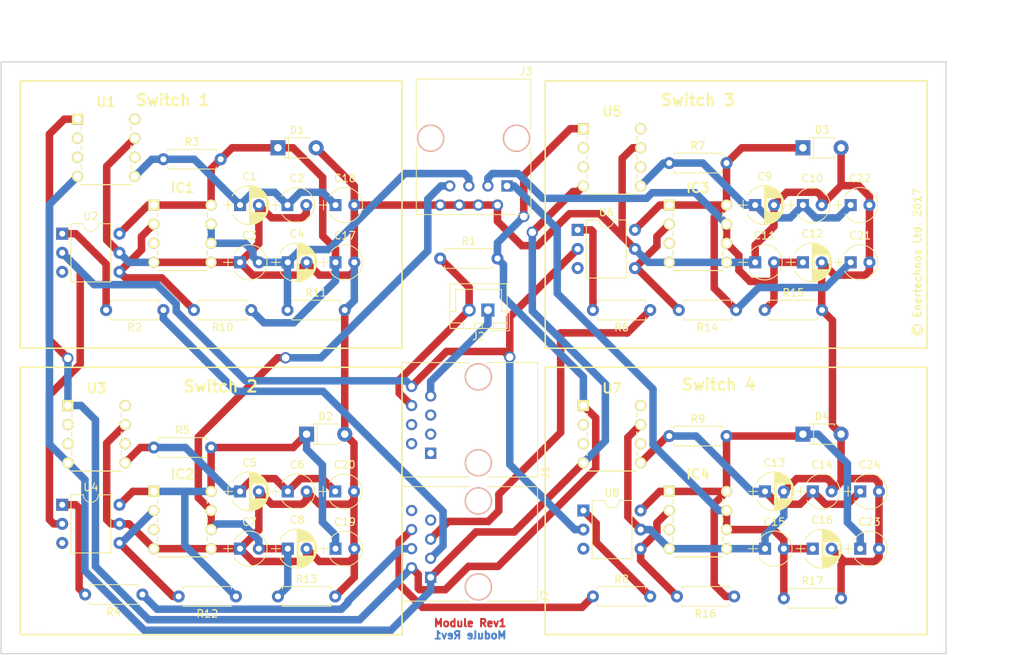
<source format=kicad_pcb>
(kicad_pcb (version 4) (host pcbnew 4.0.7)

  (general
    (links 143)
    (no_connects 3)
    (area 44.852857 26.559839 189.46 114.525)
    (thickness 1.6)
    (drawings 29)
    (tracks 469)
    (zones 0)
    (modules 65)
    (nets 31)
  )

  (page A4)
  (layers
    (0 F.Cu signal)
    (31 B.Cu signal)
    (33 F.Adhes user hide)
    (35 F.Paste user hide)
    (37 F.SilkS user)
    (39 F.Mask user)
    (40 Dwgs.User user)
    (41 Cmts.User user hide)
    (42 Eco1.User user hide)
    (43 Eco2.User user hide)
    (44 Edge.Cuts user)
    (45 Margin user hide)
    (47 F.CrtYd user)
    (49 F.Fab user hide)
  )

  (setup
    (last_trace_width 1)
    (trace_clearance 0.4)
    (zone_clearance 0.35)
    (zone_45_only no)
    (trace_min 0.2)
    (segment_width 0.2)
    (edge_width 0.15)
    (via_size 1.5)
    (via_drill 1)
    (via_min_size 0.4)
    (via_min_drill 0.3)
    (uvia_size 1)
    (uvia_drill 0.5)
    (uvias_allowed no)
    (uvia_min_size 0.2)
    (uvia_min_drill 0.1)
    (pcb_text_width 0.3)
    (pcb_text_size 1.5 1.5)
    (mod_edge_width 0.15)
    (mod_text_size 1 1)
    (mod_text_width 0.15)
    (pad_size 1.524 1.524)
    (pad_drill 0.762)
    (pad_to_mask_clearance 0.2)
    (aux_axis_origin 0 0)
    (visible_elements 7FFFEFFF)
    (pcbplotparams
      (layerselection 0x00030_80000001)
      (usegerberextensions false)
      (excludeedgelayer true)
      (linewidth 0.100000)
      (plotframeref false)
      (viasonmask false)
      (mode 1)
      (useauxorigin false)
      (hpglpennumber 1)
      (hpglpenspeed 20)
      (hpglpendiameter 15)
      (hpglpenoverlay 2)
      (psnegative false)
      (psa4output false)
      (plotreference true)
      (plotvalue true)
      (plotinvisibletext false)
      (padsonsilk false)
      (subtractmaskfromsilk false)
      (outputformat 1)
      (mirror false)
      (drillshape 1)
      (scaleselection 1)
      (outputdirectory ""))
  )

  (net 0 "")
  (net 1 "Net-(C1-Pad1)")
  (net 2 "Net-(C10-Pad1)")
  (net 3 "Net-(C13-Pad1)")
  (net 4 "Net-(IC1-Pad2)")
  (net 5 "Net-(IC2-Pad2)")
  (net 6 "Net-(IC3-Pad2)")
  (net 7 "Net-(IC4-Pad2)")
  (net 8 DC_IN)
  (net 9 DC_GND)
  (net 10 ARD_TEMP)
  (net 11 ARD_GND)
  (net 12 "Net-(R2-Pad2)")
  (net 13 "Net-(R4-Pad2)")
  (net 14 "Net-(R6-Pad2)")
  (net 15 "Net-(R8-Pad2)")
  (net 16 "Net-(C20-Pad1)")
  (net 17 "Net-(C17-Pad1)")
  (net 18 "Net-(C19-Pad1)")
  (net 19 "Net-(C21-Pad1)")
  (net 20 "Net-(C23-Pad1)")
  (net 21 ARD_PWM_A)
  (net 22 ARD_PWM_B)
  (net 23 ARD_PWM_C)
  (net 24 ARD_PWM_D)
  (net 25 ARD_5V)
  (net 26 GND_ISO_A)
  (net 27 DRV_SIG_A)
  (net 28 DRV_SIG_B)
  (net 29 DRV_SIG_C)
  (net 30 DRV_SIG_D)

  (net_class Default "This is the default net class."
    (clearance 0.4)
    (trace_width 1)
    (via_dia 1.5)
    (via_drill 1)
    (uvia_dia 1)
    (uvia_drill 0.5)
    (add_net ARD_5V)
    (add_net ARD_GND)
    (add_net ARD_PWM_A)
    (add_net ARD_PWM_B)
    (add_net ARD_PWM_C)
    (add_net ARD_PWM_D)
    (add_net ARD_TEMP)
    (add_net DC_GND)
    (add_net DC_IN)
    (add_net DRV_SIG_A)
    (add_net DRV_SIG_B)
    (add_net DRV_SIG_C)
    (add_net DRV_SIG_D)
    (add_net GND_ISO_A)
    (add_net "Net-(C1-Pad1)")
    (add_net "Net-(C10-Pad1)")
    (add_net "Net-(C13-Pad1)")
    (add_net "Net-(C17-Pad1)")
    (add_net "Net-(C19-Pad1)")
    (add_net "Net-(C20-Pad1)")
    (add_net "Net-(C21-Pad1)")
    (add_net "Net-(C23-Pad1)")
    (add_net "Net-(IC1-Pad2)")
    (add_net "Net-(IC2-Pad2)")
    (add_net "Net-(IC3-Pad2)")
    (add_net "Net-(IC4-Pad2)")
    (add_net "Net-(R2-Pad2)")
    (add_net "Net-(R4-Pad2)")
    (add_net "Net-(R6-Pad2)")
    (add_net "Net-(R8-Pad2)")
  )

  (module Capacitors_THT:CP_Radial_Tantal_D4.5mm_P2.50mm (layer F.Cu) (tedit 597C781B) (tstamp 59EF6724)
    (at 163.83 91.44)
    (descr "CP, Radial_Tantal series, Radial, pin pitch=2.50mm, , diameter=4.5mm, Tantal Electrolytic Capacitor, http://cdn-reichelt.de/documents/datenblatt/B300/TANTAL-TB-Serie%23.pdf")
    (tags "CP Radial_Tantal series Radial pin pitch 2.50mm  diameter 4.5mm Tantal Electrolytic Capacitor")
    (path /59A712A3/59EF1DD4)
    (fp_text reference C24 (at 1.25 -3.56) (layer F.SilkS)
      (effects (font (size 1 1) (thickness 0.15)))
    )
    (fp_text value 100nF (at 1.25 3.56) (layer F.Fab)
      (effects (font (size 1 1) (thickness 0.15)))
    )
    (fp_arc (start 1.25 0) (end -0.770693 -1.18) (angle 119.4) (layer F.SilkS) (width 0.12))
    (fp_arc (start 1.25 0) (end -0.770693 1.18) (angle -119.4) (layer F.SilkS) (width 0.12))
    (fp_arc (start 1.25 0) (end 3.270693 -1.18) (angle 60.6) (layer F.SilkS) (width 0.12))
    (fp_circle (center 1.25 0) (end 3.5 0) (layer F.Fab) (width 0.1))
    (fp_line (start -2.2 0) (end -1 0) (layer F.Fab) (width 0.1))
    (fp_line (start -1.6 -0.65) (end -1.6 0.65) (layer F.Fab) (width 0.1))
    (fp_line (start -2.2 0) (end -1 0) (layer F.SilkS) (width 0.12))
    (fp_line (start -1.6 -0.65) (end -1.6 0.65) (layer F.SilkS) (width 0.12))
    (fp_line (start -1.35 -2.6) (end -1.35 2.6) (layer F.CrtYd) (width 0.05))
    (fp_line (start -1.35 2.6) (end 3.85 2.6) (layer F.CrtYd) (width 0.05))
    (fp_line (start 3.85 2.6) (end 3.85 -2.6) (layer F.CrtYd) (width 0.05))
    (fp_line (start 3.85 -2.6) (end -1.35 -2.6) (layer F.CrtYd) (width 0.05))
    (fp_text user %R (at 1.25 0) (layer F.Fab)
      (effects (font (size 1 1) (thickness 0.15)))
    )
    (pad 1 thru_hole rect (at 0 0) (size 1.6 1.6) (drill 0.8) (layers *.Cu *.Mask)
      (net 3 "Net-(C13-Pad1)"))
    (pad 2 thru_hole circle (at 2.5 0) (size 1.6 1.6) (drill 0.8) (layers *.Cu *.Mask)
      (net 26 GND_ISO_A))
    (model ${KISYS3DMOD}/Capacitors_THT.3dshapes/CP_Radial_Tantal_D4.5mm_P2.50mm.wrl
      (at (xyz 0 0 0))
      (scale (xyz 1 1 1))
      (rotate (xyz 0 0 0))
    )
  )

  (module Housings_DIP:DIP-6_W7.62mm (layer F.Cu) (tedit 59C78D6B) (tstamp 59EF6872)
    (at 126.238 56.642)
    (descr "6-lead though-hole mounted DIP package, row spacing 7.62 mm (300 mils)")
    (tags "THT DIP DIL PDIP 2.54mm 7.62mm 300mil")
    (path /59A71299/59A6DAA6)
    (fp_text reference U6 (at 3.81 -2.33) (layer F.SilkS)
      (effects (font (size 1 1) (thickness 0.15)))
    )
    (fp_text value H11N1M (at 3.81 7.41) (layer F.Fab)
      (effects (font (size 1 1) (thickness 0.15)))
    )
    (fp_arc (start 3.81 -1.33) (end 2.81 -1.33) (angle -180) (layer F.SilkS) (width 0.12))
    (fp_line (start 1.635 -1.27) (end 6.985 -1.27) (layer F.Fab) (width 0.1))
    (fp_line (start 6.985 -1.27) (end 6.985 6.35) (layer F.Fab) (width 0.1))
    (fp_line (start 6.985 6.35) (end 0.635 6.35) (layer F.Fab) (width 0.1))
    (fp_line (start 0.635 6.35) (end 0.635 -0.27) (layer F.Fab) (width 0.1))
    (fp_line (start 0.635 -0.27) (end 1.635 -1.27) (layer F.Fab) (width 0.1))
    (fp_line (start 2.81 -1.33) (end 1.16 -1.33) (layer F.SilkS) (width 0.12))
    (fp_line (start 1.16 -1.33) (end 1.16 6.41) (layer F.SilkS) (width 0.12))
    (fp_line (start 1.16 6.41) (end 6.46 6.41) (layer F.SilkS) (width 0.12))
    (fp_line (start 6.46 6.41) (end 6.46 -1.33) (layer F.SilkS) (width 0.12))
    (fp_line (start 6.46 -1.33) (end 4.81 -1.33) (layer F.SilkS) (width 0.12))
    (fp_line (start -1.1 -1.55) (end -1.1 6.6) (layer F.CrtYd) (width 0.05))
    (fp_line (start -1.1 6.6) (end 8.7 6.6) (layer F.CrtYd) (width 0.05))
    (fp_line (start 8.7 6.6) (end 8.7 -1.55) (layer F.CrtYd) (width 0.05))
    (fp_line (start 8.7 -1.55) (end -1.1 -1.55) (layer F.CrtYd) (width 0.05))
    (fp_text user %R (at 3.81 2.54) (layer F.Fab)
      (effects (font (size 1 1) (thickness 0.15)))
    )
    (pad 1 thru_hole rect (at 0 0) (size 1.6 1.6) (drill 0.8) (layers *.Cu *.Mask)
      (net 14 "Net-(R6-Pad2)"))
    (pad 4 thru_hole oval (at 7.62 5.08) (size 1.6 1.6) (drill 0.8) (layers *.Cu *.Mask)
      (net 6 "Net-(IC3-Pad2)"))
    (pad 2 thru_hole oval (at 0 2.54) (size 1.6 1.6) (drill 0.8) (layers *.Cu *.Mask)
      (net 11 ARD_GND))
    (pad 5 thru_hole oval (at 7.62 2.54) (size 1.6 1.6) (drill 0.8) (layers *.Cu *.Mask)
      (net 26 GND_ISO_A))
    (pad 3 thru_hole oval (at 0 5.08) (size 1.6 1.6) (drill 0.8) (layers *.Cu *.Mask))
    (pad 6 thru_hole oval (at 7.62 0) (size 1.6 1.6) (drill 0.8) (layers *.Cu *.Mask)
      (net 19 "Net-(C21-Pad1)"))
    (model ${KISYS3DMOD}/Housings_DIP.3dshapes/DIP-6_W7.62mm.wrl
      (at (xyz 0 0 0))
      (scale (xyz 1 1 1))
      (rotate (xyz 0 0 0))
    )
  )

  (module Resistors_THT:R_Axial_DIN0207_L6.3mm_D2.5mm_P7.62mm_Horizontal (layer F.Cu) (tedit 5874F706) (tstamp 59A6EE04)
    (at 128.27 105.41)
    (descr "Resistor, Axial_DIN0207 series, Axial, Horizontal, pin pitch=7.62mm, 0.25W = 1/4W, length*diameter=6.3*2.5mm^2, http://cdn-reichelt.de/documents/datenblatt/B400/1_4W%23YAG.pdf")
    (tags "Resistor Axial_DIN0207 series Axial Horizontal pin pitch 7.62mm 0.25W = 1/4W length 6.3mm diameter 2.5mm")
    (path /59A712A3/59A6DA9F)
    (fp_text reference R8 (at 3.81 -2.31) (layer F.SilkS)
      (effects (font (size 1 1) (thickness 0.15)))
    )
    (fp_text value 180 (at 3.81 2.31) (layer F.Fab)
      (effects (font (size 1 1) (thickness 0.15)))
    )
    (fp_line (start 0.66 -1.25) (end 0.66 1.25) (layer F.Fab) (width 0.1))
    (fp_line (start 0.66 1.25) (end 6.96 1.25) (layer F.Fab) (width 0.1))
    (fp_line (start 6.96 1.25) (end 6.96 -1.25) (layer F.Fab) (width 0.1))
    (fp_line (start 6.96 -1.25) (end 0.66 -1.25) (layer F.Fab) (width 0.1))
    (fp_line (start 0 0) (end 0.66 0) (layer F.Fab) (width 0.1))
    (fp_line (start 7.62 0) (end 6.96 0) (layer F.Fab) (width 0.1))
    (fp_line (start 0.6 -0.98) (end 0.6 -1.31) (layer F.SilkS) (width 0.12))
    (fp_line (start 0.6 -1.31) (end 7.02 -1.31) (layer F.SilkS) (width 0.12))
    (fp_line (start 7.02 -1.31) (end 7.02 -0.98) (layer F.SilkS) (width 0.12))
    (fp_line (start 0.6 0.98) (end 0.6 1.31) (layer F.SilkS) (width 0.12))
    (fp_line (start 0.6 1.31) (end 7.02 1.31) (layer F.SilkS) (width 0.12))
    (fp_line (start 7.02 1.31) (end 7.02 0.98) (layer F.SilkS) (width 0.12))
    (fp_line (start -1.05 -1.6) (end -1.05 1.6) (layer F.CrtYd) (width 0.05))
    (fp_line (start -1.05 1.6) (end 8.7 1.6) (layer F.CrtYd) (width 0.05))
    (fp_line (start 8.7 1.6) (end 8.7 -1.6) (layer F.CrtYd) (width 0.05))
    (fp_line (start 8.7 -1.6) (end -1.05 -1.6) (layer F.CrtYd) (width 0.05))
    (pad 1 thru_hole circle (at 0 0) (size 1.6 1.6) (drill 0.8) (layers *.Cu *.Mask)
      (net 24 ARD_PWM_D))
    (pad 2 thru_hole oval (at 7.62 0) (size 1.6 1.6) (drill 0.8) (layers *.Cu *.Mask)
      (net 15 "Net-(R8-Pad2)"))
    (model ${KISYS3DMOD}/Resistors_THT.3dshapes/R_Axial_DIN0207_L6.3mm_D2.5mm_P7.62mm_Horizontal.wrl
      (at (xyz 0 0 0))
      (scale (xyz 0.3937 0.3937 0.3937))
      (rotate (xyz 0 0 0))
    )
  )

  (module Housings_DIP:DIP-6_W7.62mm (layer F.Cu) (tedit 59C78D6B) (tstamp 59EF688C)
    (at 127 93.98)
    (descr "6-lead though-hole mounted DIP package, row spacing 7.62 mm (300 mils)")
    (tags "THT DIP DIL PDIP 2.54mm 7.62mm 300mil")
    (path /59A712A3/59A6DAA6)
    (fp_text reference U8 (at 3.81 -2.33) (layer F.SilkS)
      (effects (font (size 1 1) (thickness 0.15)))
    )
    (fp_text value H11N1M (at 3.81 7.41) (layer F.Fab)
      (effects (font (size 1 1) (thickness 0.15)))
    )
    (fp_arc (start 3.81 -1.33) (end 2.81 -1.33) (angle -180) (layer F.SilkS) (width 0.12))
    (fp_line (start 1.635 -1.27) (end 6.985 -1.27) (layer F.Fab) (width 0.1))
    (fp_line (start 6.985 -1.27) (end 6.985 6.35) (layer F.Fab) (width 0.1))
    (fp_line (start 6.985 6.35) (end 0.635 6.35) (layer F.Fab) (width 0.1))
    (fp_line (start 0.635 6.35) (end 0.635 -0.27) (layer F.Fab) (width 0.1))
    (fp_line (start 0.635 -0.27) (end 1.635 -1.27) (layer F.Fab) (width 0.1))
    (fp_line (start 2.81 -1.33) (end 1.16 -1.33) (layer F.SilkS) (width 0.12))
    (fp_line (start 1.16 -1.33) (end 1.16 6.41) (layer F.SilkS) (width 0.12))
    (fp_line (start 1.16 6.41) (end 6.46 6.41) (layer F.SilkS) (width 0.12))
    (fp_line (start 6.46 6.41) (end 6.46 -1.33) (layer F.SilkS) (width 0.12))
    (fp_line (start 6.46 -1.33) (end 4.81 -1.33) (layer F.SilkS) (width 0.12))
    (fp_line (start -1.1 -1.55) (end -1.1 6.6) (layer F.CrtYd) (width 0.05))
    (fp_line (start -1.1 6.6) (end 8.7 6.6) (layer F.CrtYd) (width 0.05))
    (fp_line (start 8.7 6.6) (end 8.7 -1.55) (layer F.CrtYd) (width 0.05))
    (fp_line (start 8.7 -1.55) (end -1.1 -1.55) (layer F.CrtYd) (width 0.05))
    (fp_text user %R (at 3.81 2.54) (layer F.Fab)
      (effects (font (size 1 1) (thickness 0.15)))
    )
    (pad 1 thru_hole rect (at 0 0) (size 1.6 1.6) (drill 0.8) (layers *.Cu *.Mask)
      (net 15 "Net-(R8-Pad2)"))
    (pad 4 thru_hole oval (at 7.62 5.08) (size 1.6 1.6) (drill 0.8) (layers *.Cu *.Mask)
      (net 7 "Net-(IC4-Pad2)"))
    (pad 2 thru_hole oval (at 0 2.54) (size 1.6 1.6) (drill 0.8) (layers *.Cu *.Mask)
      (net 11 ARD_GND))
    (pad 5 thru_hole oval (at 7.62 2.54) (size 1.6 1.6) (drill 0.8) (layers *.Cu *.Mask)
      (net 26 GND_ISO_A))
    (pad 3 thru_hole oval (at 0 5.08) (size 1.6 1.6) (drill 0.8) (layers *.Cu *.Mask))
    (pad 6 thru_hole oval (at 7.62 0) (size 1.6 1.6) (drill 0.8) (layers *.Cu *.Mask)
      (net 20 "Net-(C23-Pad1)"))
    (model ${KISYS3DMOD}/Housings_DIP.3dshapes/DIP-6_W7.62mm.wrl
      (at (xyz 0 0 0))
      (scale (xyz 1 1 1))
      (rotate (xyz 0 0 0))
    )
  )

  (module PartsLibraries:RJ45 (layer F.Cu) (tedit 59511D7C) (tstamp 59A7E8CF)
    (at 106.68 102.87 90)
    (tags RJ45)
    (path /59A7EBD8)
    (fp_text reference J7 (at -2.54 15.24 90) (layer F.SilkS)
      (effects (font (size 1 1) (thickness 0.15)))
    )
    (fp_text value RJ45 (at 4.59 6.25 90) (layer F.Fab)
      (effects (font (size 1 1) (thickness 0.15)))
    )
    (fp_line (start -3.17 14.22) (end 12.07 14.22) (layer F.SilkS) (width 0.12))
    (fp_line (start 12.07 -3.81) (end 12.06 5.18) (layer F.SilkS) (width 0.12))
    (fp_line (start 12.07 -3.81) (end -3.17 -3.81) (layer F.SilkS) (width 0.12))
    (fp_line (start -3.17 -3.81) (end -3.17 5.19) (layer F.SilkS) (width 0.12))
    (fp_line (start 12.06 7.52) (end 12.07 14.22) (layer F.SilkS) (width 0.12))
    (fp_line (start -3.17 7.51) (end -3.17 14.22) (layer F.SilkS) (width 0.12))
    (fp_line (start -3.56 -4.06) (end 12.46 -4.06) (layer F.CrtYd) (width 0.05))
    (fp_line (start -3.56 -4.06) (end -3.56 14.47) (layer F.CrtYd) (width 0.05))
    (fp_line (start 12.46 14.47) (end 12.46 -4.06) (layer F.CrtYd) (width 0.05))
    (fp_line (start 12.46 14.47) (end -3.56 14.47) (layer F.CrtYd) (width 0.05))
    (pad "" np_thru_hole circle (at 10.16 6.35 90) (size 3.65 3.65) (drill 3.25) (layers *.Cu *.SilkS *.Mask))
    (pad "" np_thru_hole circle (at -1.27 6.35 90) (size 3.65 3.65) (drill 3.25) (layers *.Cu *.SilkS *.Mask))
    (pad 1 thru_hole rect (at 0 0 90) (size 1.5 1.5) (drill 0.9) (layers *.Cu *.Mask)
      (net 8 DC_IN))
    (pad 2 thru_hole circle (at 1.27 -2.54 90) (size 1.5 1.5) (drill 0.9) (layers *.Cu *.Mask)
      (net 9 DC_GND))
    (pad 3 thru_hole circle (at 2.54 0 90) (size 1.5 1.5) (drill 0.9) (layers *.Cu *.Mask)
      (net 21 ARD_PWM_A))
    (pad 4 thru_hole circle (at 3.81 -2.54 90) (size 1.5 1.5) (drill 0.9) (layers *.Cu *.Mask)
      (net 22 ARD_PWM_B))
    (pad 5 thru_hole circle (at 5.08 0 90) (size 1.5 1.5) (drill 0.9) (layers *.Cu *.Mask)
      (net 23 ARD_PWM_C))
    (pad 6 thru_hole circle (at 6.35 -2.54 90) (size 1.5 1.5) (drill 0.9) (layers *.Cu *.Mask)
      (net 24 ARD_PWM_D))
    (pad 7 thru_hole circle (at 7.62 0 90) (size 1.5 1.5) (drill 0.9) (layers *.Cu *.Mask))
    (pad 8 thru_hole circle (at 8.89 -2.54 90) (size 1.5 1.5) (drill 0.9) (layers *.Cu *.Mask))
    (model ../../../../../../Development/multilevelinverter/Hardware/3D/RJ45.wrl
      (at (xyz 0.175 -0.667 0.3))
      (scale (xyz 10 10 10))
      (rotate (xyz 270 0 0))
    )
  )

  (module Mounting_Holes:MountingHole_4.3mm_M4 (layer F.Cu) (tedit 59A7ED15) (tstamp 59A7F116)
    (at 54.61 107.95)
    (descr "Mounting Hole 4.3mm, no annular, M4")
    (tags "mounting hole 4.3mm no annular m4")
    (fp_text reference "" (at 0 -5.3) (layer F.SilkS)
      (effects (font (size 1 1) (thickness 0.15)))
    )
    (fp_text value MountingHole_4.3mm_M4 (at 0 5.3) (layer F.Fab)
      (effects (font (size 1 1) (thickness 0.15)))
    )
    (fp_circle (center 0 0) (end 4.3 0) (layer Cmts.User) (width 0.15))
    (fp_circle (center 0 0) (end 4.55 0) (layer F.CrtYd) (width 0.05))
    (pad 1 np_thru_hole circle (at 0 0) (size 4.3 4.3) (drill 4.3) (layers *.Cu *.Mask))
  )

  (module Mounting_Holes:MountingHole_4.3mm_M4 (layer F.Cu) (tedit 59A7ED1B) (tstamp 59A7F102)
    (at 170.18 107.95)
    (descr "Mounting Hole 4.3mm, no annular, M4")
    (tags "mounting hole 4.3mm no annular m4")
    (fp_text reference "" (at 0 -5.3) (layer F.SilkS)
      (effects (font (size 1 1) (thickness 0.15)))
    )
    (fp_text value MountingHole_4.3mm_M4 (at 0 5.3) (layer F.Fab)
      (effects (font (size 1 1) (thickness 0.15)))
    )
    (fp_circle (center 0 0) (end 4.3 0) (layer Cmts.User) (width 0.15))
    (fp_circle (center 0 0) (end 4.55 0) (layer F.CrtYd) (width 0.05))
    (pad 1 np_thru_hole circle (at 0 0) (size 4.3 4.3) (drill 4.3) (layers *.Cu *.Mask))
  )

  (module Mounting_Holes:MountingHole_4.3mm_M4 (layer F.Cu) (tedit 59A7ED10) (tstamp 59A7F0FC)
    (at 170.18 39.37)
    (descr "Mounting Hole 4.3mm, no annular, M4")
    (tags "mounting hole 4.3mm no annular m4")
    (fp_text reference "" (at 0 -5.3) (layer F.SilkS)
      (effects (font (size 1 1) (thickness 0.15)))
    )
    (fp_text value MountingHole_4.3mm_M4 (at 0 5.3) (layer F.Fab)
      (effects (font (size 1 1) (thickness 0.15)))
    )
    (fp_circle (center 0 0) (end 4.3 0) (layer Cmts.User) (width 0.15))
    (fp_circle (center 0 0) (end 4.55 0) (layer F.CrtYd) (width 0.05))
    (pad 1 np_thru_hole circle (at 0 0) (size 4.3 4.3) (drill 4.3) (layers *.Cu *.Mask))
  )

  (module Capacitors_THT:CP_Radial_Tantal_D4.5mm_P2.50mm (layer F.Cu) (tedit 597C781B) (tstamp 59A6E9D7)
    (at 156.21 53.34)
    (descr "CP, Radial_Tantal series, Radial, pin pitch=2.50mm, , diameter=4.5mm, Tantal Electrolytic Capacitor, http://cdn-reichelt.de/documents/datenblatt/B300/TANTAL-TB-Serie%23.pdf")
    (tags "CP Radial_Tantal series Radial pin pitch 2.50mm  diameter 4.5mm Tantal Electrolytic Capacitor")
    (path /59A71299/59A6D3E0)
    (fp_text reference C10 (at 1.25 -3.56) (layer F.SilkS)
      (effects (font (size 1 1) (thickness 0.15)))
    )
    (fp_text value 100nF (at 1.25 3.56) (layer F.Fab)
      (effects (font (size 1 1) (thickness 0.15)))
    )
    (fp_arc (start 1.25 0) (end -0.770693 -1.18) (angle 119.4) (layer F.SilkS) (width 0.12))
    (fp_arc (start 1.25 0) (end -0.770693 1.18) (angle -119.4) (layer F.SilkS) (width 0.12))
    (fp_arc (start 1.25 0) (end 3.270693 -1.18) (angle 60.6) (layer F.SilkS) (width 0.12))
    (fp_circle (center 1.25 0) (end 3.5 0) (layer F.Fab) (width 0.1))
    (fp_line (start -2.2 0) (end -1 0) (layer F.Fab) (width 0.1))
    (fp_line (start -1.6 -0.65) (end -1.6 0.65) (layer F.Fab) (width 0.1))
    (fp_line (start -2.2 0) (end -1 0) (layer F.SilkS) (width 0.12))
    (fp_line (start -1.6 -0.65) (end -1.6 0.65) (layer F.SilkS) (width 0.12))
    (fp_line (start -1.35 -2.6) (end -1.35 2.6) (layer F.CrtYd) (width 0.05))
    (fp_line (start -1.35 2.6) (end 3.85 2.6) (layer F.CrtYd) (width 0.05))
    (fp_line (start 3.85 2.6) (end 3.85 -2.6) (layer F.CrtYd) (width 0.05))
    (fp_line (start 3.85 -2.6) (end -1.35 -2.6) (layer F.CrtYd) (width 0.05))
    (fp_text user %R (at 1.25 0) (layer F.Fab)
      (effects (font (size 1 1) (thickness 0.15)))
    )
    (pad 1 thru_hole rect (at 0 0) (size 1.6 1.6) (drill 0.8) (layers *.Cu *.Mask)
      (net 2 "Net-(C10-Pad1)"))
    (pad 2 thru_hole circle (at 2.5 0) (size 1.6 1.6) (drill 0.8) (layers *.Cu *.Mask)
      (net 26 GND_ISO_A))
    (model ${KISYS3DMOD}/Capacitors_THT.3dshapes/CP_Radial_Tantal_D4.5mm_P2.50mm.wrl
      (at (xyz 0 0 0))
      (scale (xyz 1 1 1))
      (rotate (xyz 0 0 0))
    )
  )

  (module PartsLibraries:TC4422AVPA (layer F.Cu) (tedit 592E9A52) (tstamp 59A6EF40)
    (at 127 80.01)
    (descr DIP254P762X432-8)
    (tags "Integrated Circuit")
    (path /59A712A3/59A6D3EA)
    (fp_text reference U7 (at 3.81 -2.286) (layer F.SilkS)
      (effects (font (size 1.27 1.27) (thickness 0.254)))
    )
    (fp_text value NME1212DC (at 3.556 9.906) (layer F.SilkS) hide
      (effects (font (size 1.27 1.27) (thickness 0.254)))
    )
    (fp_line (start 0.508 8.7122) (end 0.508 -1.0922) (layer Dwgs.User) (width 0.1524))
    (fp_line (start 0.508 -1.1938) (end 7.112 -1.1938) (layer Dwgs.User) (width 0.1524))
    (fp_line (start -0.4826 3.048) (end 0.508 3.048) (layer Dwgs.User) (width 0.1524))
    (fp_line (start -0.4826 2.032) (end -0.4826 3.048) (layer Dwgs.User) (width 0.1524))
    (fp_line (start 0.508 2.032) (end -0.4826 2.032) (layer Dwgs.User) (width 0.1524))
    (fp_line (start 0.508 3.048) (end 0.508 2.032) (layer Dwgs.User) (width 0.1524))
    (fp_line (start 7.112 1.5748) (end 7.112 0.9652) (layer F.SilkS) (width 0.1524))
    (fp_line (start 7.112 4.1148) (end 7.112 3.5052) (layer F.SilkS) (width 0.1524))
    (fp_line (start 0.508 6.0452) (end 0.508 6.6548) (layer F.SilkS) (width 0.1524))
    (fp_line (start 0.508 3.5052) (end 0.508 4.1148) (layer F.SilkS) (width 0.1524))
    (fp_line (start 0.508 8.7122) (end 7.112 8.7122) (layer F.SilkS) (width 0.1524))
    (fp_line (start 7.112 6.6548) (end 7.112 6.0452) (layer F.SilkS) (width 0.1524))
    (fp_line (start 0.508 1.0922) (end 0.508 1.5748) (layer F.SilkS) (width 0.1524))
    (fp_line (start 0.508 0.508) (end 0.508 -0.508) (layer Dwgs.User) (width 0.1524))
    (fp_line (start 0.508 -0.508) (end -0.4826 -0.508) (layer Dwgs.User) (width 0.1524))
    (fp_line (start -0.4826 -0.508) (end -0.4826 0.508) (layer Dwgs.User) (width 0.1524))
    (fp_line (start -0.4826 0.508) (end 0.508 0.508) (layer Dwgs.User) (width 0.1524))
    (fp_line (start 0.508 5.588) (end 0.508 4.572) (layer Dwgs.User) (width 0.1524))
    (fp_line (start 0.508 4.572) (end -0.4826 4.572) (layer Dwgs.User) (width 0.1524))
    (fp_line (start -0.4826 4.572) (end -0.4826 5.588) (layer Dwgs.User) (width 0.1524))
    (fp_line (start -0.4826 5.588) (end 0.508 5.588) (layer Dwgs.User) (width 0.1524))
    (fp_line (start 0.508 8.128) (end 0.508 7.112) (layer Dwgs.User) (width 0.1524))
    (fp_line (start 0.508 7.112) (end -0.4826 7.1374) (layer Dwgs.User) (width 0.1524))
    (fp_line (start -0.4826 7.1374) (end -0.4826 8.128) (layer Dwgs.User) (width 0.1524))
    (fp_line (start -0.4826 8.128) (end 0.508 8.128) (layer Dwgs.User) (width 0.1524))
    (fp_line (start 7.112 7.112) (end 7.112 8.128) (layer Dwgs.User) (width 0.1524))
    (fp_line (start 7.112 8.128) (end 8.1026 8.1026) (layer Dwgs.User) (width 0.1524))
    (fp_line (start 8.1026 8.1026) (end 8.1026 7.112) (layer Dwgs.User) (width 0.1524))
    (fp_line (start 8.1026 7.112) (end 7.112 7.112) (layer Dwgs.User) (width 0.1524))
    (fp_line (start 7.112 4.572) (end 7.112 5.588) (layer Dwgs.User) (width 0.1524))
    (fp_line (start 7.112 5.588) (end 8.1026 5.5626) (layer Dwgs.User) (width 0.1524))
    (fp_line (start 8.1026 5.5626) (end 8.1026 4.572) (layer Dwgs.User) (width 0.1524))
    (fp_line (start 8.1026 4.572) (end 7.112 4.572) (layer Dwgs.User) (width 0.1524))
    (fp_line (start 7.112 2.032) (end 7.112 3.048) (layer Dwgs.User) (width 0.1524))
    (fp_line (start 7.112 3.048) (end 8.1026 3.048) (layer Dwgs.User) (width 0.1524))
    (fp_line (start 8.1026 3.048) (end 8.1026 2.032) (layer Dwgs.User) (width 0.1524))
    (fp_line (start 8.1026 2.032) (end 7.112 2.032) (layer Dwgs.User) (width 0.1524))
    (fp_line (start 7.112 -0.508) (end 7.112 0.508) (layer Dwgs.User) (width 0.1524))
    (fp_line (start 7.112 0.508) (end 8.1026 0.508) (layer Dwgs.User) (width 0.1524))
    (fp_line (start 8.1026 0.508) (end 8.1026 -0.508) (layer Dwgs.User) (width 0.1524))
    (fp_line (start 8.1026 -0.508) (end 7.112 -0.508) (layer Dwgs.User) (width 0.1524))
    (fp_line (start 0.508 8.7122) (end 7.112 8.7122) (layer Dwgs.User) (width 0.1524))
    (fp_line (start 7.112 8.7122) (end 7.112 -1.0922) (layer Dwgs.User) (width 0.1524))
    (pad 1 thru_hole rect (at 0 0 90) (size 1.4859 1.4859) (drill 0.9906) (layers *.Cu *.Mask F.SilkS)
      (net 9 DC_GND))
    (pad 2 thru_hole circle (at 0 2.54 90) (size 1.4859 1.4859) (drill 0.9906) (layers *.Cu *.Mask F.SilkS))
    (pad 3 thru_hole circle (at 0 5.08 90) (size 1.4859 1.4859) (drill 0.9906) (layers *.Cu *.Mask F.SilkS))
    (pad 4 thru_hole circle (at 0 7.62 90) (size 1.4859 1.4859) (drill 0.9906) (layers *.Cu *.Mask F.SilkS)
      (net 8 DC_IN))
    (pad 5 thru_hole circle (at 7.62 7.62 90) (size 1.4859 1.4859) (drill 0.9906) (layers *.Cu *.Mask F.SilkS)
      (net 3 "Net-(C13-Pad1)"))
    (pad 6 thru_hole circle (at 7.62 5.08 90) (size 1.4859 1.4859) (drill 0.9906) (layers *.Cu *.Mask F.SilkS))
    (pad 7 thru_hole circle (at 7.62 2.54 90) (size 1.4859 1.4859) (drill 0.9906) (layers *.Cu *.Mask F.SilkS)
      (net 26 GND_ISO_A))
    (pad 8 thru_hole circle (at 7.62 0 90) (size 1.4859 1.4859) (drill 0.9906) (layers *.Cu *.Mask F.SilkS))
    (model Housings_DIP.3dshapes/DIP-8_W7.62mm.wrl
      (at (xyz 0 0 0))
      (scale (xyz 1 1 1))
      (rotate (xyz 0 0 0))
    )
  )

  (module PartsLibraries:TC4422AVPA (layer F.Cu) (tedit 592E9A52) (tstamp 59A6EE9E)
    (at 58.42 80.01)
    (descr DIP254P762X432-8)
    (tags "Integrated Circuit")
    (path /59A7109E/59A6D3EA)
    (fp_text reference U3 (at 3.81 -2.286) (layer F.SilkS)
      (effects (font (size 1.27 1.27) (thickness 0.254)))
    )
    (fp_text value NME1212DC (at 3.556 9.906) (layer F.SilkS) hide
      (effects (font (size 1.27 1.27) (thickness 0.254)))
    )
    (fp_line (start 0.508 8.7122) (end 0.508 -1.0922) (layer Dwgs.User) (width 0.1524))
    (fp_line (start 0.508 -1.1938) (end 7.112 -1.1938) (layer Dwgs.User) (width 0.1524))
    (fp_line (start -0.4826 3.048) (end 0.508 3.048) (layer Dwgs.User) (width 0.1524))
    (fp_line (start -0.4826 2.032) (end -0.4826 3.048) (layer Dwgs.User) (width 0.1524))
    (fp_line (start 0.508 2.032) (end -0.4826 2.032) (layer Dwgs.User) (width 0.1524))
    (fp_line (start 0.508 3.048) (end 0.508 2.032) (layer Dwgs.User) (width 0.1524))
    (fp_line (start 7.112 1.5748) (end 7.112 0.9652) (layer F.SilkS) (width 0.1524))
    (fp_line (start 7.112 4.1148) (end 7.112 3.5052) (layer F.SilkS) (width 0.1524))
    (fp_line (start 0.508 6.0452) (end 0.508 6.6548) (layer F.SilkS) (width 0.1524))
    (fp_line (start 0.508 3.5052) (end 0.508 4.1148) (layer F.SilkS) (width 0.1524))
    (fp_line (start 0.508 8.7122) (end 7.112 8.7122) (layer F.SilkS) (width 0.1524))
    (fp_line (start 7.112 6.6548) (end 7.112 6.0452) (layer F.SilkS) (width 0.1524))
    (fp_line (start 0.508 1.0922) (end 0.508 1.5748) (layer F.SilkS) (width 0.1524))
    (fp_line (start 0.508 0.508) (end 0.508 -0.508) (layer Dwgs.User) (width 0.1524))
    (fp_line (start 0.508 -0.508) (end -0.4826 -0.508) (layer Dwgs.User) (width 0.1524))
    (fp_line (start -0.4826 -0.508) (end -0.4826 0.508) (layer Dwgs.User) (width 0.1524))
    (fp_line (start -0.4826 0.508) (end 0.508 0.508) (layer Dwgs.User) (width 0.1524))
    (fp_line (start 0.508 5.588) (end 0.508 4.572) (layer Dwgs.User) (width 0.1524))
    (fp_line (start 0.508 4.572) (end -0.4826 4.572) (layer Dwgs.User) (width 0.1524))
    (fp_line (start -0.4826 4.572) (end -0.4826 5.588) (layer Dwgs.User) (width 0.1524))
    (fp_line (start -0.4826 5.588) (end 0.508 5.588) (layer Dwgs.User) (width 0.1524))
    (fp_line (start 0.508 8.128) (end 0.508 7.112) (layer Dwgs.User) (width 0.1524))
    (fp_line (start 0.508 7.112) (end -0.4826 7.1374) (layer Dwgs.User) (width 0.1524))
    (fp_line (start -0.4826 7.1374) (end -0.4826 8.128) (layer Dwgs.User) (width 0.1524))
    (fp_line (start -0.4826 8.128) (end 0.508 8.128) (layer Dwgs.User) (width 0.1524))
    (fp_line (start 7.112 7.112) (end 7.112 8.128) (layer Dwgs.User) (width 0.1524))
    (fp_line (start 7.112 8.128) (end 8.1026 8.1026) (layer Dwgs.User) (width 0.1524))
    (fp_line (start 8.1026 8.1026) (end 8.1026 7.112) (layer Dwgs.User) (width 0.1524))
    (fp_line (start 8.1026 7.112) (end 7.112 7.112) (layer Dwgs.User) (width 0.1524))
    (fp_line (start 7.112 4.572) (end 7.112 5.588) (layer Dwgs.User) (width 0.1524))
    (fp_line (start 7.112 5.588) (end 8.1026 5.5626) (layer Dwgs.User) (width 0.1524))
    (fp_line (start 8.1026 5.5626) (end 8.1026 4.572) (layer Dwgs.User) (width 0.1524))
    (fp_line (start 8.1026 4.572) (end 7.112 4.572) (layer Dwgs.User) (width 0.1524))
    (fp_line (start 7.112 2.032) (end 7.112 3.048) (layer Dwgs.User) (width 0.1524))
    (fp_line (start 7.112 3.048) (end 8.1026 3.048) (layer Dwgs.User) (width 0.1524))
    (fp_line (start 8.1026 3.048) (end 8.1026 2.032) (layer Dwgs.User) (width 0.1524))
    (fp_line (start 8.1026 2.032) (end 7.112 2.032) (layer Dwgs.User) (width 0.1524))
    (fp_line (start 7.112 -0.508) (end 7.112 0.508) (layer Dwgs.User) (width 0.1524))
    (fp_line (start 7.112 0.508) (end 8.1026 0.508) (layer Dwgs.User) (width 0.1524))
    (fp_line (start 8.1026 0.508) (end 8.1026 -0.508) (layer Dwgs.User) (width 0.1524))
    (fp_line (start 8.1026 -0.508) (end 7.112 -0.508) (layer Dwgs.User) (width 0.1524))
    (fp_line (start 0.508 8.7122) (end 7.112 8.7122) (layer Dwgs.User) (width 0.1524))
    (fp_line (start 7.112 8.7122) (end 7.112 -1.0922) (layer Dwgs.User) (width 0.1524))
    (pad 1 thru_hole rect (at 0 0 90) (size 1.4859 1.4859) (drill 0.9906) (layers *.Cu *.Mask F.SilkS)
      (net 9 DC_GND))
    (pad 2 thru_hole circle (at 0 2.54 90) (size 1.4859 1.4859) (drill 0.9906) (layers *.Cu *.Mask F.SilkS))
    (pad 3 thru_hole circle (at 0 5.08 90) (size 1.4859 1.4859) (drill 0.9906) (layers *.Cu *.Mask F.SilkS))
    (pad 4 thru_hole circle (at 0 7.62 90) (size 1.4859 1.4859) (drill 0.9906) (layers *.Cu *.Mask F.SilkS)
      (net 8 DC_IN))
    (pad 5 thru_hole circle (at 7.62 7.62 90) (size 1.4859 1.4859) (drill 0.9906) (layers *.Cu *.Mask F.SilkS)
      (net 16 "Net-(C20-Pad1)"))
    (pad 6 thru_hole circle (at 7.62 5.08 90) (size 1.4859 1.4859) (drill 0.9906) (layers *.Cu *.Mask F.SilkS))
    (pad 7 thru_hole circle (at 7.62 2.54 90) (size 1.4859 1.4859) (drill 0.9906) (layers *.Cu *.Mask F.SilkS)
      (net 26 GND_ISO_A))
    (pad 8 thru_hole circle (at 7.62 0 90) (size 1.4859 1.4859) (drill 0.9906) (layers *.Cu *.Mask F.SilkS))
    (model Housings_DIP.3dshapes/DIP-8_W7.62mm.wrl
      (at (xyz 0 0 0))
      (scale (xyz 1 1 1))
      (rotate (xyz 0 0 0))
    )
  )

  (module PartsLibraries:TC4422AVPA (layer F.Cu) (tedit 592E9A52) (tstamp 59A6EEEF)
    (at 127 43.18)
    (descr DIP254P762X432-8)
    (tags "Integrated Circuit")
    (path /59A71299/59A6D3EA)
    (fp_text reference U5 (at 3.81 -2.286) (layer F.SilkS)
      (effects (font (size 1.27 1.27) (thickness 0.254)))
    )
    (fp_text value NME1212DC (at 3.556 9.906) (layer F.SilkS) hide
      (effects (font (size 1.27 1.27) (thickness 0.254)))
    )
    (fp_line (start 0.508 8.7122) (end 0.508 -1.0922) (layer Dwgs.User) (width 0.1524))
    (fp_line (start 0.508 -1.1938) (end 7.112 -1.1938) (layer Dwgs.User) (width 0.1524))
    (fp_line (start -0.4826 3.048) (end 0.508 3.048) (layer Dwgs.User) (width 0.1524))
    (fp_line (start -0.4826 2.032) (end -0.4826 3.048) (layer Dwgs.User) (width 0.1524))
    (fp_line (start 0.508 2.032) (end -0.4826 2.032) (layer Dwgs.User) (width 0.1524))
    (fp_line (start 0.508 3.048) (end 0.508 2.032) (layer Dwgs.User) (width 0.1524))
    (fp_line (start 7.112 1.5748) (end 7.112 0.9652) (layer F.SilkS) (width 0.1524))
    (fp_line (start 7.112 4.1148) (end 7.112 3.5052) (layer F.SilkS) (width 0.1524))
    (fp_line (start 0.508 6.0452) (end 0.508 6.6548) (layer F.SilkS) (width 0.1524))
    (fp_line (start 0.508 3.5052) (end 0.508 4.1148) (layer F.SilkS) (width 0.1524))
    (fp_line (start 0.508 8.7122) (end 7.112 8.7122) (layer F.SilkS) (width 0.1524))
    (fp_line (start 7.112 6.6548) (end 7.112 6.0452) (layer F.SilkS) (width 0.1524))
    (fp_line (start 0.508 1.0922) (end 0.508 1.5748) (layer F.SilkS) (width 0.1524))
    (fp_line (start 0.508 0.508) (end 0.508 -0.508) (layer Dwgs.User) (width 0.1524))
    (fp_line (start 0.508 -0.508) (end -0.4826 -0.508) (layer Dwgs.User) (width 0.1524))
    (fp_line (start -0.4826 -0.508) (end -0.4826 0.508) (layer Dwgs.User) (width 0.1524))
    (fp_line (start -0.4826 0.508) (end 0.508 0.508) (layer Dwgs.User) (width 0.1524))
    (fp_line (start 0.508 5.588) (end 0.508 4.572) (layer Dwgs.User) (width 0.1524))
    (fp_line (start 0.508 4.572) (end -0.4826 4.572) (layer Dwgs.User) (width 0.1524))
    (fp_line (start -0.4826 4.572) (end -0.4826 5.588) (layer Dwgs.User) (width 0.1524))
    (fp_line (start -0.4826 5.588) (end 0.508 5.588) (layer Dwgs.User) (width 0.1524))
    (fp_line (start 0.508 8.128) (end 0.508 7.112) (layer Dwgs.User) (width 0.1524))
    (fp_line (start 0.508 7.112) (end -0.4826 7.1374) (layer Dwgs.User) (width 0.1524))
    (fp_line (start -0.4826 7.1374) (end -0.4826 8.128) (layer Dwgs.User) (width 0.1524))
    (fp_line (start -0.4826 8.128) (end 0.508 8.128) (layer Dwgs.User) (width 0.1524))
    (fp_line (start 7.112 7.112) (end 7.112 8.128) (layer Dwgs.User) (width 0.1524))
    (fp_line (start 7.112 8.128) (end 8.1026 8.1026) (layer Dwgs.User) (width 0.1524))
    (fp_line (start 8.1026 8.1026) (end 8.1026 7.112) (layer Dwgs.User) (width 0.1524))
    (fp_line (start 8.1026 7.112) (end 7.112 7.112) (layer Dwgs.User) (width 0.1524))
    (fp_line (start 7.112 4.572) (end 7.112 5.588) (layer Dwgs.User) (width 0.1524))
    (fp_line (start 7.112 5.588) (end 8.1026 5.5626) (layer Dwgs.User) (width 0.1524))
    (fp_line (start 8.1026 5.5626) (end 8.1026 4.572) (layer Dwgs.User) (width 0.1524))
    (fp_line (start 8.1026 4.572) (end 7.112 4.572) (layer Dwgs.User) (width 0.1524))
    (fp_line (start 7.112 2.032) (end 7.112 3.048) (layer Dwgs.User) (width 0.1524))
    (fp_line (start 7.112 3.048) (end 8.1026 3.048) (layer Dwgs.User) (width 0.1524))
    (fp_line (start 8.1026 3.048) (end 8.1026 2.032) (layer Dwgs.User) (width 0.1524))
    (fp_line (start 8.1026 2.032) (end 7.112 2.032) (layer Dwgs.User) (width 0.1524))
    (fp_line (start 7.112 -0.508) (end 7.112 0.508) (layer Dwgs.User) (width 0.1524))
    (fp_line (start 7.112 0.508) (end 8.1026 0.508) (layer Dwgs.User) (width 0.1524))
    (fp_line (start 8.1026 0.508) (end 8.1026 -0.508) (layer Dwgs.User) (width 0.1524))
    (fp_line (start 8.1026 -0.508) (end 7.112 -0.508) (layer Dwgs.User) (width 0.1524))
    (fp_line (start 0.508 8.7122) (end 7.112 8.7122) (layer Dwgs.User) (width 0.1524))
    (fp_line (start 7.112 8.7122) (end 7.112 -1.0922) (layer Dwgs.User) (width 0.1524))
    (pad 1 thru_hole rect (at 0 0 90) (size 1.4859 1.4859) (drill 0.9906) (layers *.Cu *.Mask F.SilkS)
      (net 9 DC_GND))
    (pad 2 thru_hole circle (at 0 2.54 90) (size 1.4859 1.4859) (drill 0.9906) (layers *.Cu *.Mask F.SilkS))
    (pad 3 thru_hole circle (at 0 5.08 90) (size 1.4859 1.4859) (drill 0.9906) (layers *.Cu *.Mask F.SilkS))
    (pad 4 thru_hole circle (at 0 7.62 90) (size 1.4859 1.4859) (drill 0.9906) (layers *.Cu *.Mask F.SilkS)
      (net 8 DC_IN))
    (pad 5 thru_hole circle (at 7.62 7.62 90) (size 1.4859 1.4859) (drill 0.9906) (layers *.Cu *.Mask F.SilkS)
      (net 2 "Net-(C10-Pad1)"))
    (pad 6 thru_hole circle (at 7.62 5.08 90) (size 1.4859 1.4859) (drill 0.9906) (layers *.Cu *.Mask F.SilkS))
    (pad 7 thru_hole circle (at 7.62 2.54 90) (size 1.4859 1.4859) (drill 0.9906) (layers *.Cu *.Mask F.SilkS)
      (net 26 GND_ISO_A))
    (pad 8 thru_hole circle (at 7.62 0 90) (size 1.4859 1.4859) (drill 0.9906) (layers *.Cu *.Mask F.SilkS))
    (model Housings_DIP.3dshapes/DIP-8_W7.62mm.wrl
      (at (xyz 0 0 0))
      (scale (xyz 1 1 1))
      (rotate (xyz 0 0 0))
    )
  )

  (module PartsLibraries:TC4422AVPA (layer F.Cu) (tedit 592E9A52) (tstamp 59A6EC7B)
    (at 138.43 91.44)
    (descr DIP254P762X432-8)
    (tags "Integrated Circuit")
    (path /59A712A3/59498139)
    (fp_text reference IC4 (at 3.81 -2.286) (layer F.SilkS)
      (effects (font (size 1.27 1.27) (thickness 0.254)))
    )
    (fp_text value TC4422AVPA (at 3.556 9.906) (layer F.SilkS) hide
      (effects (font (size 1.27 1.27) (thickness 0.254)))
    )
    (fp_line (start 0.508 8.7122) (end 0.508 -1.0922) (layer Dwgs.User) (width 0.1524))
    (fp_line (start 0.508 -1.1938) (end 7.112 -1.1938) (layer Dwgs.User) (width 0.1524))
    (fp_line (start -0.4826 3.048) (end 0.508 3.048) (layer Dwgs.User) (width 0.1524))
    (fp_line (start -0.4826 2.032) (end -0.4826 3.048) (layer Dwgs.User) (width 0.1524))
    (fp_line (start 0.508 2.032) (end -0.4826 2.032) (layer Dwgs.User) (width 0.1524))
    (fp_line (start 0.508 3.048) (end 0.508 2.032) (layer Dwgs.User) (width 0.1524))
    (fp_line (start 7.112 1.5748) (end 7.112 0.9652) (layer F.SilkS) (width 0.1524))
    (fp_line (start 7.112 4.1148) (end 7.112 3.5052) (layer F.SilkS) (width 0.1524))
    (fp_line (start 0.508 6.0452) (end 0.508 6.6548) (layer F.SilkS) (width 0.1524))
    (fp_line (start 0.508 3.5052) (end 0.508 4.1148) (layer F.SilkS) (width 0.1524))
    (fp_line (start 0.508 8.7122) (end 7.112 8.7122) (layer F.SilkS) (width 0.1524))
    (fp_line (start 7.112 6.6548) (end 7.112 6.0452) (layer F.SilkS) (width 0.1524))
    (fp_line (start 0.508 1.0922) (end 0.508 1.5748) (layer F.SilkS) (width 0.1524))
    (fp_line (start 0.508 0.508) (end 0.508 -0.508) (layer Dwgs.User) (width 0.1524))
    (fp_line (start 0.508 -0.508) (end -0.4826 -0.508) (layer Dwgs.User) (width 0.1524))
    (fp_line (start -0.4826 -0.508) (end -0.4826 0.508) (layer Dwgs.User) (width 0.1524))
    (fp_line (start -0.4826 0.508) (end 0.508 0.508) (layer Dwgs.User) (width 0.1524))
    (fp_line (start 0.508 5.588) (end 0.508 4.572) (layer Dwgs.User) (width 0.1524))
    (fp_line (start 0.508 4.572) (end -0.4826 4.572) (layer Dwgs.User) (width 0.1524))
    (fp_line (start -0.4826 4.572) (end -0.4826 5.588) (layer Dwgs.User) (width 0.1524))
    (fp_line (start -0.4826 5.588) (end 0.508 5.588) (layer Dwgs.User) (width 0.1524))
    (fp_line (start 0.508 8.128) (end 0.508 7.112) (layer Dwgs.User) (width 0.1524))
    (fp_line (start 0.508 7.112) (end -0.4826 7.1374) (layer Dwgs.User) (width 0.1524))
    (fp_line (start -0.4826 7.1374) (end -0.4826 8.128) (layer Dwgs.User) (width 0.1524))
    (fp_line (start -0.4826 8.128) (end 0.508 8.128) (layer Dwgs.User) (width 0.1524))
    (fp_line (start 7.112 7.112) (end 7.112 8.128) (layer Dwgs.User) (width 0.1524))
    (fp_line (start 7.112 8.128) (end 8.1026 8.1026) (layer Dwgs.User) (width 0.1524))
    (fp_line (start 8.1026 8.1026) (end 8.1026 7.112) (layer Dwgs.User) (width 0.1524))
    (fp_line (start 8.1026 7.112) (end 7.112 7.112) (layer Dwgs.User) (width 0.1524))
    (fp_line (start 7.112 4.572) (end 7.112 5.588) (layer Dwgs.User) (width 0.1524))
    (fp_line (start 7.112 5.588) (end 8.1026 5.5626) (layer Dwgs.User) (width 0.1524))
    (fp_line (start 8.1026 5.5626) (end 8.1026 4.572) (layer Dwgs.User) (width 0.1524))
    (fp_line (start 8.1026 4.572) (end 7.112 4.572) (layer Dwgs.User) (width 0.1524))
    (fp_line (start 7.112 2.032) (end 7.112 3.048) (layer Dwgs.User) (width 0.1524))
    (fp_line (start 7.112 3.048) (end 8.1026 3.048) (layer Dwgs.User) (width 0.1524))
    (fp_line (start 8.1026 3.048) (end 8.1026 2.032) (layer Dwgs.User) (width 0.1524))
    (fp_line (start 8.1026 2.032) (end 7.112 2.032) (layer Dwgs.User) (width 0.1524))
    (fp_line (start 7.112 -0.508) (end 7.112 0.508) (layer Dwgs.User) (width 0.1524))
    (fp_line (start 7.112 0.508) (end 8.1026 0.508) (layer Dwgs.User) (width 0.1524))
    (fp_line (start 8.1026 0.508) (end 8.1026 -0.508) (layer Dwgs.User) (width 0.1524))
    (fp_line (start 8.1026 -0.508) (end 7.112 -0.508) (layer Dwgs.User) (width 0.1524))
    (fp_line (start 0.508 8.7122) (end 7.112 8.7122) (layer Dwgs.User) (width 0.1524))
    (fp_line (start 7.112 8.7122) (end 7.112 -1.0922) (layer Dwgs.User) (width 0.1524))
    (pad 1 thru_hole rect (at 0 0 90) (size 1.4859 1.4859) (drill 0.9906) (layers *.Cu *.Mask F.SilkS)
      (net 20 "Net-(C23-Pad1)"))
    (pad 2 thru_hole circle (at 0 2.54 90) (size 1.4859 1.4859) (drill 0.9906) (layers *.Cu *.Mask F.SilkS)
      (net 7 "Net-(IC4-Pad2)"))
    (pad 3 thru_hole circle (at 0 5.08 90) (size 1.4859 1.4859) (drill 0.9906) (layers *.Cu *.Mask F.SilkS))
    (pad 4 thru_hole circle (at 0 7.62 90) (size 1.4859 1.4859) (drill 0.9906) (layers *.Cu *.Mask F.SilkS)
      (net 26 GND_ISO_A))
    (pad 5 thru_hole circle (at 7.62 7.62 90) (size 1.4859 1.4859) (drill 0.9906) (layers *.Cu *.Mask F.SilkS)
      (net 26 GND_ISO_A))
    (pad 6 thru_hole circle (at 7.62 5.08 90) (size 1.4859 1.4859) (drill 0.9906) (layers *.Cu *.Mask F.SilkS)
      (net 30 DRV_SIG_D))
    (pad 7 thru_hole circle (at 7.62 2.54 90) (size 1.4859 1.4859) (drill 0.9906) (layers *.Cu *.Mask F.SilkS)
      (net 30 DRV_SIG_D))
    (pad 8 thru_hole circle (at 7.62 0 90) (size 1.4859 1.4859) (drill 0.9906) (layers *.Cu *.Mask F.SilkS)
      (net 20 "Net-(C23-Pad1)"))
    (model Housings_DIP.3dshapes/DIP-8_W7.62mm.wrl
      (at (xyz 0 0 0))
      (scale (xyz 1 1 1))
      (rotate (xyz 0 0 0))
    )
  )

  (module PartsLibraries:TC4422AVPA (layer F.Cu) (tedit 592E9A52) (tstamp 59A6EC0D)
    (at 69.85 91.44)
    (descr DIP254P762X432-8)
    (tags "Integrated Circuit")
    (path /59A7109E/59498139)
    (fp_text reference IC2 (at 3.81 -2.286) (layer F.SilkS)
      (effects (font (size 1.27 1.27) (thickness 0.254)))
    )
    (fp_text value TC4422AVPA (at 3.556 9.906) (layer F.SilkS) hide
      (effects (font (size 1.27 1.27) (thickness 0.254)))
    )
    (fp_line (start 0.508 8.7122) (end 0.508 -1.0922) (layer Dwgs.User) (width 0.1524))
    (fp_line (start 0.508 -1.1938) (end 7.112 -1.1938) (layer Dwgs.User) (width 0.1524))
    (fp_line (start -0.4826 3.048) (end 0.508 3.048) (layer Dwgs.User) (width 0.1524))
    (fp_line (start -0.4826 2.032) (end -0.4826 3.048) (layer Dwgs.User) (width 0.1524))
    (fp_line (start 0.508 2.032) (end -0.4826 2.032) (layer Dwgs.User) (width 0.1524))
    (fp_line (start 0.508 3.048) (end 0.508 2.032) (layer Dwgs.User) (width 0.1524))
    (fp_line (start 7.112 1.5748) (end 7.112 0.9652) (layer F.SilkS) (width 0.1524))
    (fp_line (start 7.112 4.1148) (end 7.112 3.5052) (layer F.SilkS) (width 0.1524))
    (fp_line (start 0.508 6.0452) (end 0.508 6.6548) (layer F.SilkS) (width 0.1524))
    (fp_line (start 0.508 3.5052) (end 0.508 4.1148) (layer F.SilkS) (width 0.1524))
    (fp_line (start 0.508 8.7122) (end 7.112 8.7122) (layer F.SilkS) (width 0.1524))
    (fp_line (start 7.112 6.6548) (end 7.112 6.0452) (layer F.SilkS) (width 0.1524))
    (fp_line (start 0.508 1.0922) (end 0.508 1.5748) (layer F.SilkS) (width 0.1524))
    (fp_line (start 0.508 0.508) (end 0.508 -0.508) (layer Dwgs.User) (width 0.1524))
    (fp_line (start 0.508 -0.508) (end -0.4826 -0.508) (layer Dwgs.User) (width 0.1524))
    (fp_line (start -0.4826 -0.508) (end -0.4826 0.508) (layer Dwgs.User) (width 0.1524))
    (fp_line (start -0.4826 0.508) (end 0.508 0.508) (layer Dwgs.User) (width 0.1524))
    (fp_line (start 0.508 5.588) (end 0.508 4.572) (layer Dwgs.User) (width 0.1524))
    (fp_line (start 0.508 4.572) (end -0.4826 4.572) (layer Dwgs.User) (width 0.1524))
    (fp_line (start -0.4826 4.572) (end -0.4826 5.588) (layer Dwgs.User) (width 0.1524))
    (fp_line (start -0.4826 5.588) (end 0.508 5.588) (layer Dwgs.User) (width 0.1524))
    (fp_line (start 0.508 8.128) (end 0.508 7.112) (layer Dwgs.User) (width 0.1524))
    (fp_line (start 0.508 7.112) (end -0.4826 7.1374) (layer Dwgs.User) (width 0.1524))
    (fp_line (start -0.4826 7.1374) (end -0.4826 8.128) (layer Dwgs.User) (width 0.1524))
    (fp_line (start -0.4826 8.128) (end 0.508 8.128) (layer Dwgs.User) (width 0.1524))
    (fp_line (start 7.112 7.112) (end 7.112 8.128) (layer Dwgs.User) (width 0.1524))
    (fp_line (start 7.112 8.128) (end 8.1026 8.1026) (layer Dwgs.User) (width 0.1524))
    (fp_line (start 8.1026 8.1026) (end 8.1026 7.112) (layer Dwgs.User) (width 0.1524))
    (fp_line (start 8.1026 7.112) (end 7.112 7.112) (layer Dwgs.User) (width 0.1524))
    (fp_line (start 7.112 4.572) (end 7.112 5.588) (layer Dwgs.User) (width 0.1524))
    (fp_line (start 7.112 5.588) (end 8.1026 5.5626) (layer Dwgs.User) (width 0.1524))
    (fp_line (start 8.1026 5.5626) (end 8.1026 4.572) (layer Dwgs.User) (width 0.1524))
    (fp_line (start 8.1026 4.572) (end 7.112 4.572) (layer Dwgs.User) (width 0.1524))
    (fp_line (start 7.112 2.032) (end 7.112 3.048) (layer Dwgs.User) (width 0.1524))
    (fp_line (start 7.112 3.048) (end 8.1026 3.048) (layer Dwgs.User) (width 0.1524))
    (fp_line (start 8.1026 3.048) (end 8.1026 2.032) (layer Dwgs.User) (width 0.1524))
    (fp_line (start 8.1026 2.032) (end 7.112 2.032) (layer Dwgs.User) (width 0.1524))
    (fp_line (start 7.112 -0.508) (end 7.112 0.508) (layer Dwgs.User) (width 0.1524))
    (fp_line (start 7.112 0.508) (end 8.1026 0.508) (layer Dwgs.User) (width 0.1524))
    (fp_line (start 8.1026 0.508) (end 8.1026 -0.508) (layer Dwgs.User) (width 0.1524))
    (fp_line (start 8.1026 -0.508) (end 7.112 -0.508) (layer Dwgs.User) (width 0.1524))
    (fp_line (start 0.508 8.7122) (end 7.112 8.7122) (layer Dwgs.User) (width 0.1524))
    (fp_line (start 7.112 8.7122) (end 7.112 -1.0922) (layer Dwgs.User) (width 0.1524))
    (pad 1 thru_hole rect (at 0 0 90) (size 1.4859 1.4859) (drill 0.9906) (layers *.Cu *.Mask F.SilkS)
      (net 18 "Net-(C19-Pad1)"))
    (pad 2 thru_hole circle (at 0 2.54 90) (size 1.4859 1.4859) (drill 0.9906) (layers *.Cu *.Mask F.SilkS)
      (net 5 "Net-(IC2-Pad2)"))
    (pad 3 thru_hole circle (at 0 5.08 90) (size 1.4859 1.4859) (drill 0.9906) (layers *.Cu *.Mask F.SilkS))
    (pad 4 thru_hole circle (at 0 7.62 90) (size 1.4859 1.4859) (drill 0.9906) (layers *.Cu *.Mask F.SilkS)
      (net 26 GND_ISO_A))
    (pad 5 thru_hole circle (at 7.62 7.62 90) (size 1.4859 1.4859) (drill 0.9906) (layers *.Cu *.Mask F.SilkS)
      (net 26 GND_ISO_A))
    (pad 6 thru_hole circle (at 7.62 5.08 90) (size 1.4859 1.4859) (drill 0.9906) (layers *.Cu *.Mask F.SilkS)
      (net 28 DRV_SIG_B))
    (pad 7 thru_hole circle (at 7.62 2.54 90) (size 1.4859 1.4859) (drill 0.9906) (layers *.Cu *.Mask F.SilkS)
      (net 28 DRV_SIG_B))
    (pad 8 thru_hole circle (at 7.62 0 90) (size 1.4859 1.4859) (drill 0.9906) (layers *.Cu *.Mask F.SilkS)
      (net 18 "Net-(C19-Pad1)"))
    (model Housings_DIP.3dshapes/DIP-8_W7.62mm.wrl
      (at (xyz 0 0 0))
      (scale (xyz 1 1 1))
      (rotate (xyz 0 0 0))
    )
  )

  (module PartsLibraries:TC4422AVPA (layer F.Cu) (tedit 592E9A52) (tstamp 59A6EC44)
    (at 138.43 53.34)
    (descr DIP254P762X432-8)
    (tags "Integrated Circuit")
    (path /59A71299/59498139)
    (fp_text reference IC3 (at 3.81 -2.286) (layer F.SilkS)
      (effects (font (size 1.27 1.27) (thickness 0.254)))
    )
    (fp_text value TC4422AVPA (at 3.556 9.906) (layer F.SilkS) hide
      (effects (font (size 1.27 1.27) (thickness 0.254)))
    )
    (fp_line (start 0.508 8.7122) (end 0.508 -1.0922) (layer Dwgs.User) (width 0.1524))
    (fp_line (start 0.508 -1.1938) (end 7.112 -1.1938) (layer Dwgs.User) (width 0.1524))
    (fp_line (start -0.4826 3.048) (end 0.508 3.048) (layer Dwgs.User) (width 0.1524))
    (fp_line (start -0.4826 2.032) (end -0.4826 3.048) (layer Dwgs.User) (width 0.1524))
    (fp_line (start 0.508 2.032) (end -0.4826 2.032) (layer Dwgs.User) (width 0.1524))
    (fp_line (start 0.508 3.048) (end 0.508 2.032) (layer Dwgs.User) (width 0.1524))
    (fp_line (start 7.112 1.5748) (end 7.112 0.9652) (layer F.SilkS) (width 0.1524))
    (fp_line (start 7.112 4.1148) (end 7.112 3.5052) (layer F.SilkS) (width 0.1524))
    (fp_line (start 0.508 6.0452) (end 0.508 6.6548) (layer F.SilkS) (width 0.1524))
    (fp_line (start 0.508 3.5052) (end 0.508 4.1148) (layer F.SilkS) (width 0.1524))
    (fp_line (start 0.508 8.7122) (end 7.112 8.7122) (layer F.SilkS) (width 0.1524))
    (fp_line (start 7.112 6.6548) (end 7.112 6.0452) (layer F.SilkS) (width 0.1524))
    (fp_line (start 0.508 1.0922) (end 0.508 1.5748) (layer F.SilkS) (width 0.1524))
    (fp_line (start 0.508 0.508) (end 0.508 -0.508) (layer Dwgs.User) (width 0.1524))
    (fp_line (start 0.508 -0.508) (end -0.4826 -0.508) (layer Dwgs.User) (width 0.1524))
    (fp_line (start -0.4826 -0.508) (end -0.4826 0.508) (layer Dwgs.User) (width 0.1524))
    (fp_line (start -0.4826 0.508) (end 0.508 0.508) (layer Dwgs.User) (width 0.1524))
    (fp_line (start 0.508 5.588) (end 0.508 4.572) (layer Dwgs.User) (width 0.1524))
    (fp_line (start 0.508 4.572) (end -0.4826 4.572) (layer Dwgs.User) (width 0.1524))
    (fp_line (start -0.4826 4.572) (end -0.4826 5.588) (layer Dwgs.User) (width 0.1524))
    (fp_line (start -0.4826 5.588) (end 0.508 5.588) (layer Dwgs.User) (width 0.1524))
    (fp_line (start 0.508 8.128) (end 0.508 7.112) (layer Dwgs.User) (width 0.1524))
    (fp_line (start 0.508 7.112) (end -0.4826 7.1374) (layer Dwgs.User) (width 0.1524))
    (fp_line (start -0.4826 7.1374) (end -0.4826 8.128) (layer Dwgs.User) (width 0.1524))
    (fp_line (start -0.4826 8.128) (end 0.508 8.128) (layer Dwgs.User) (width 0.1524))
    (fp_line (start 7.112 7.112) (end 7.112 8.128) (layer Dwgs.User) (width 0.1524))
    (fp_line (start 7.112 8.128) (end 8.1026 8.1026) (layer Dwgs.User) (width 0.1524))
    (fp_line (start 8.1026 8.1026) (end 8.1026 7.112) (layer Dwgs.User) (width 0.1524))
    (fp_line (start 8.1026 7.112) (end 7.112 7.112) (layer Dwgs.User) (width 0.1524))
    (fp_line (start 7.112 4.572) (end 7.112 5.588) (layer Dwgs.User) (width 0.1524))
    (fp_line (start 7.112 5.588) (end 8.1026 5.5626) (layer Dwgs.User) (width 0.1524))
    (fp_line (start 8.1026 5.5626) (end 8.1026 4.572) (layer Dwgs.User) (width 0.1524))
    (fp_line (start 8.1026 4.572) (end 7.112 4.572) (layer Dwgs.User) (width 0.1524))
    (fp_line (start 7.112 2.032) (end 7.112 3.048) (layer Dwgs.User) (width 0.1524))
    (fp_line (start 7.112 3.048) (end 8.1026 3.048) (layer Dwgs.User) (width 0.1524))
    (fp_line (start 8.1026 3.048) (end 8.1026 2.032) (layer Dwgs.User) (width 0.1524))
    (fp_line (start 8.1026 2.032) (end 7.112 2.032) (layer Dwgs.User) (width 0.1524))
    (fp_line (start 7.112 -0.508) (end 7.112 0.508) (layer Dwgs.User) (width 0.1524))
    (fp_line (start 7.112 0.508) (end 8.1026 0.508) (layer Dwgs.User) (width 0.1524))
    (fp_line (start 8.1026 0.508) (end 8.1026 -0.508) (layer Dwgs.User) (width 0.1524))
    (fp_line (start 8.1026 -0.508) (end 7.112 -0.508) (layer Dwgs.User) (width 0.1524))
    (fp_line (start 0.508 8.7122) (end 7.112 8.7122) (layer Dwgs.User) (width 0.1524))
    (fp_line (start 7.112 8.7122) (end 7.112 -1.0922) (layer Dwgs.User) (width 0.1524))
    (pad 1 thru_hole rect (at 0 0 90) (size 1.4859 1.4859) (drill 0.9906) (layers *.Cu *.Mask F.SilkS)
      (net 19 "Net-(C21-Pad1)"))
    (pad 2 thru_hole circle (at 0 2.54 90) (size 1.4859 1.4859) (drill 0.9906) (layers *.Cu *.Mask F.SilkS)
      (net 6 "Net-(IC3-Pad2)"))
    (pad 3 thru_hole circle (at 0 5.08 90) (size 1.4859 1.4859) (drill 0.9906) (layers *.Cu *.Mask F.SilkS))
    (pad 4 thru_hole circle (at 0 7.62 90) (size 1.4859 1.4859) (drill 0.9906) (layers *.Cu *.Mask F.SilkS)
      (net 26 GND_ISO_A))
    (pad 5 thru_hole circle (at 7.62 7.62 90) (size 1.4859 1.4859) (drill 0.9906) (layers *.Cu *.Mask F.SilkS)
      (net 26 GND_ISO_A))
    (pad 6 thru_hole circle (at 7.62 5.08 90) (size 1.4859 1.4859) (drill 0.9906) (layers *.Cu *.Mask F.SilkS)
      (net 29 DRV_SIG_C))
    (pad 7 thru_hole circle (at 7.62 2.54 90) (size 1.4859 1.4859) (drill 0.9906) (layers *.Cu *.Mask F.SilkS)
      (net 29 DRV_SIG_C))
    (pad 8 thru_hole circle (at 7.62 0 90) (size 1.4859 1.4859) (drill 0.9906) (layers *.Cu *.Mask F.SilkS)
      (net 19 "Net-(C21-Pad1)"))
    (model Housings_DIP.3dshapes/DIP-8_W7.62mm.wrl
      (at (xyz 0 0 0))
      (scale (xyz 1 1 1))
      (rotate (xyz 0 0 0))
    )
  )

  (module PartsLibraries:TC4422AVPA (layer F.Cu) (tedit 592E9A52) (tstamp 59A6EBD6)
    (at 69.85 53.34)
    (descr DIP254P762X432-8)
    (tags "Integrated Circuit")
    (path /59498AA5/59498139)
    (fp_text reference IC1 (at 3.81 -2.286) (layer F.SilkS)
      (effects (font (size 1.27 1.27) (thickness 0.254)))
    )
    (fp_text value TC4422AVPA (at 3.556 9.906) (layer F.SilkS) hide
      (effects (font (size 1.27 1.27) (thickness 0.254)))
    )
    (fp_line (start 0.508 8.7122) (end 0.508 -1.0922) (layer Dwgs.User) (width 0.1524))
    (fp_line (start 0.508 -1.1938) (end 7.112 -1.1938) (layer Dwgs.User) (width 0.1524))
    (fp_line (start -0.4826 3.048) (end 0.508 3.048) (layer Dwgs.User) (width 0.1524))
    (fp_line (start -0.4826 2.032) (end -0.4826 3.048) (layer Dwgs.User) (width 0.1524))
    (fp_line (start 0.508 2.032) (end -0.4826 2.032) (layer Dwgs.User) (width 0.1524))
    (fp_line (start 0.508 3.048) (end 0.508 2.032) (layer Dwgs.User) (width 0.1524))
    (fp_line (start 7.112 1.5748) (end 7.112 0.9652) (layer F.SilkS) (width 0.1524))
    (fp_line (start 7.112 4.1148) (end 7.112 3.5052) (layer F.SilkS) (width 0.1524))
    (fp_line (start 0.508 6.0452) (end 0.508 6.6548) (layer F.SilkS) (width 0.1524))
    (fp_line (start 0.508 3.5052) (end 0.508 4.1148) (layer F.SilkS) (width 0.1524))
    (fp_line (start 0.508 8.7122) (end 7.112 8.7122) (layer F.SilkS) (width 0.1524))
    (fp_line (start 7.112 6.6548) (end 7.112 6.0452) (layer F.SilkS) (width 0.1524))
    (fp_line (start 0.508 1.0922) (end 0.508 1.5748) (layer F.SilkS) (width 0.1524))
    (fp_line (start 0.508 0.508) (end 0.508 -0.508) (layer Dwgs.User) (width 0.1524))
    (fp_line (start 0.508 -0.508) (end -0.4826 -0.508) (layer Dwgs.User) (width 0.1524))
    (fp_line (start -0.4826 -0.508) (end -0.4826 0.508) (layer Dwgs.User) (width 0.1524))
    (fp_line (start -0.4826 0.508) (end 0.508 0.508) (layer Dwgs.User) (width 0.1524))
    (fp_line (start 0.508 5.588) (end 0.508 4.572) (layer Dwgs.User) (width 0.1524))
    (fp_line (start 0.508 4.572) (end -0.4826 4.572) (layer Dwgs.User) (width 0.1524))
    (fp_line (start -0.4826 4.572) (end -0.4826 5.588) (layer Dwgs.User) (width 0.1524))
    (fp_line (start -0.4826 5.588) (end 0.508 5.588) (layer Dwgs.User) (width 0.1524))
    (fp_line (start 0.508 8.128) (end 0.508 7.112) (layer Dwgs.User) (width 0.1524))
    (fp_line (start 0.508 7.112) (end -0.4826 7.1374) (layer Dwgs.User) (width 0.1524))
    (fp_line (start -0.4826 7.1374) (end -0.4826 8.128) (layer Dwgs.User) (width 0.1524))
    (fp_line (start -0.4826 8.128) (end 0.508 8.128) (layer Dwgs.User) (width 0.1524))
    (fp_line (start 7.112 7.112) (end 7.112 8.128) (layer Dwgs.User) (width 0.1524))
    (fp_line (start 7.112 8.128) (end 8.1026 8.1026) (layer Dwgs.User) (width 0.1524))
    (fp_line (start 8.1026 8.1026) (end 8.1026 7.112) (layer Dwgs.User) (width 0.1524))
    (fp_line (start 8.1026 7.112) (end 7.112 7.112) (layer Dwgs.User) (width 0.1524))
    (fp_line (start 7.112 4.572) (end 7.112 5.588) (layer Dwgs.User) (width 0.1524))
    (fp_line (start 7.112 5.588) (end 8.1026 5.5626) (layer Dwgs.User) (width 0.1524))
    (fp_line (start 8.1026 5.5626) (end 8.1026 4.572) (layer Dwgs.User) (width 0.1524))
    (fp_line (start 8.1026 4.572) (end 7.112 4.572) (layer Dwgs.User) (width 0.1524))
    (fp_line (start 7.112 2.032) (end 7.112 3.048) (layer Dwgs.User) (width 0.1524))
    (fp_line (start 7.112 3.048) (end 8.1026 3.048) (layer Dwgs.User) (width 0.1524))
    (fp_line (start 8.1026 3.048) (end 8.1026 2.032) (layer Dwgs.User) (width 0.1524))
    (fp_line (start 8.1026 2.032) (end 7.112 2.032) (layer Dwgs.User) (width 0.1524))
    (fp_line (start 7.112 -0.508) (end 7.112 0.508) (layer Dwgs.User) (width 0.1524))
    (fp_line (start 7.112 0.508) (end 8.1026 0.508) (layer Dwgs.User) (width 0.1524))
    (fp_line (start 8.1026 0.508) (end 8.1026 -0.508) (layer Dwgs.User) (width 0.1524))
    (fp_line (start 8.1026 -0.508) (end 7.112 -0.508) (layer Dwgs.User) (width 0.1524))
    (fp_line (start 0.508 8.7122) (end 7.112 8.7122) (layer Dwgs.User) (width 0.1524))
    (fp_line (start 7.112 8.7122) (end 7.112 -1.0922) (layer Dwgs.User) (width 0.1524))
    (pad 1 thru_hole rect (at 0 0 90) (size 1.4859 1.4859) (drill 0.9906) (layers *.Cu *.Mask F.SilkS)
      (net 17 "Net-(C17-Pad1)"))
    (pad 2 thru_hole circle (at 0 2.54 90) (size 1.4859 1.4859) (drill 0.9906) (layers *.Cu *.Mask F.SilkS)
      (net 4 "Net-(IC1-Pad2)"))
    (pad 3 thru_hole circle (at 0 5.08 90) (size 1.4859 1.4859) (drill 0.9906) (layers *.Cu *.Mask F.SilkS))
    (pad 4 thru_hole circle (at 0 7.62 90) (size 1.4859 1.4859) (drill 0.9906) (layers *.Cu *.Mask F.SilkS)
      (net 26 GND_ISO_A))
    (pad 5 thru_hole circle (at 7.62 7.62 90) (size 1.4859 1.4859) (drill 0.9906) (layers *.Cu *.Mask F.SilkS)
      (net 26 GND_ISO_A))
    (pad 6 thru_hole circle (at 7.62 5.08 90) (size 1.4859 1.4859) (drill 0.9906) (layers *.Cu *.Mask F.SilkS)
      (net 27 DRV_SIG_A))
    (pad 7 thru_hole circle (at 7.62 2.54 90) (size 1.4859 1.4859) (drill 0.9906) (layers *.Cu *.Mask F.SilkS)
      (net 27 DRV_SIG_A))
    (pad 8 thru_hole circle (at 7.62 0 90) (size 1.4859 1.4859) (drill 0.9906) (layers *.Cu *.Mask F.SilkS)
      (net 17 "Net-(C17-Pad1)"))
    (model Housings_DIP.3dshapes/DIP-8_W7.62mm.wrl
      (at (xyz 0 0 0))
      (scale (xyz 1 1 1))
      (rotate (xyz 0 0 0))
    )
  )

  (module PartsLibraries:TC4422AVPA (layer F.Cu) (tedit 592E9A52) (tstamp 59A6EE4D)
    (at 59.69 41.91)
    (descr DIP254P762X432-8)
    (tags "Integrated Circuit")
    (path /59498AA5/59A6D3EA)
    (fp_text reference U1 (at 3.81 -2.286) (layer F.SilkS)
      (effects (font (size 1.27 1.27) (thickness 0.254)))
    )
    (fp_text value NME1212DC (at 3.556 9.906) (layer F.SilkS) hide
      (effects (font (size 1.27 1.27) (thickness 0.254)))
    )
    (fp_line (start 0.508 8.7122) (end 0.508 -1.0922) (layer Dwgs.User) (width 0.1524))
    (fp_line (start 0.508 -1.1938) (end 7.112 -1.1938) (layer Dwgs.User) (width 0.1524))
    (fp_line (start -0.4826 3.048) (end 0.508 3.048) (layer Dwgs.User) (width 0.1524))
    (fp_line (start -0.4826 2.032) (end -0.4826 3.048) (layer Dwgs.User) (width 0.1524))
    (fp_line (start 0.508 2.032) (end -0.4826 2.032) (layer Dwgs.User) (width 0.1524))
    (fp_line (start 0.508 3.048) (end 0.508 2.032) (layer Dwgs.User) (width 0.1524))
    (fp_line (start 7.112 1.5748) (end 7.112 0.9652) (layer F.SilkS) (width 0.1524))
    (fp_line (start 7.112 4.1148) (end 7.112 3.5052) (layer F.SilkS) (width 0.1524))
    (fp_line (start 0.508 6.0452) (end 0.508 6.6548) (layer F.SilkS) (width 0.1524))
    (fp_line (start 0.508 3.5052) (end 0.508 4.1148) (layer F.SilkS) (width 0.1524))
    (fp_line (start 0.508 8.7122) (end 7.112 8.7122) (layer F.SilkS) (width 0.1524))
    (fp_line (start 7.112 6.6548) (end 7.112 6.0452) (layer F.SilkS) (width 0.1524))
    (fp_line (start 0.508 1.0922) (end 0.508 1.5748) (layer F.SilkS) (width 0.1524))
    (fp_line (start 0.508 0.508) (end 0.508 -0.508) (layer Dwgs.User) (width 0.1524))
    (fp_line (start 0.508 -0.508) (end -0.4826 -0.508) (layer Dwgs.User) (width 0.1524))
    (fp_line (start -0.4826 -0.508) (end -0.4826 0.508) (layer Dwgs.User) (width 0.1524))
    (fp_line (start -0.4826 0.508) (end 0.508 0.508) (layer Dwgs.User) (width 0.1524))
    (fp_line (start 0.508 5.588) (end 0.508 4.572) (layer Dwgs.User) (width 0.1524))
    (fp_line (start 0.508 4.572) (end -0.4826 4.572) (layer Dwgs.User) (width 0.1524))
    (fp_line (start -0.4826 4.572) (end -0.4826 5.588) (layer Dwgs.User) (width 0.1524))
    (fp_line (start -0.4826 5.588) (end 0.508 5.588) (layer Dwgs.User) (width 0.1524))
    (fp_line (start 0.508 8.128) (end 0.508 7.112) (layer Dwgs.User) (width 0.1524))
    (fp_line (start 0.508 7.112) (end -0.4826 7.1374) (layer Dwgs.User) (width 0.1524))
    (fp_line (start -0.4826 7.1374) (end -0.4826 8.128) (layer Dwgs.User) (width 0.1524))
    (fp_line (start -0.4826 8.128) (end 0.508 8.128) (layer Dwgs.User) (width 0.1524))
    (fp_line (start 7.112 7.112) (end 7.112 8.128) (layer Dwgs.User) (width 0.1524))
    (fp_line (start 7.112 8.128) (end 8.1026 8.1026) (layer Dwgs.User) (width 0.1524))
    (fp_line (start 8.1026 8.1026) (end 8.1026 7.112) (layer Dwgs.User) (width 0.1524))
    (fp_line (start 8.1026 7.112) (end 7.112 7.112) (layer Dwgs.User) (width 0.1524))
    (fp_line (start 7.112 4.572) (end 7.112 5.588) (layer Dwgs.User) (width 0.1524))
    (fp_line (start 7.112 5.588) (end 8.1026 5.5626) (layer Dwgs.User) (width 0.1524))
    (fp_line (start 8.1026 5.5626) (end 8.1026 4.572) (layer Dwgs.User) (width 0.1524))
    (fp_line (start 8.1026 4.572) (end 7.112 4.572) (layer Dwgs.User) (width 0.1524))
    (fp_line (start 7.112 2.032) (end 7.112 3.048) (layer Dwgs.User) (width 0.1524))
    (fp_line (start 7.112 3.048) (end 8.1026 3.048) (layer Dwgs.User) (width 0.1524))
    (fp_line (start 8.1026 3.048) (end 8.1026 2.032) (layer Dwgs.User) (width 0.1524))
    (fp_line (start 8.1026 2.032) (end 7.112 2.032) (layer Dwgs.User) (width 0.1524))
    (fp_line (start 7.112 -0.508) (end 7.112 0.508) (layer Dwgs.User) (width 0.1524))
    (fp_line (start 7.112 0.508) (end 8.1026 0.508) (layer Dwgs.User) (width 0.1524))
    (fp_line (start 8.1026 0.508) (end 8.1026 -0.508) (layer Dwgs.User) (width 0.1524))
    (fp_line (start 8.1026 -0.508) (end 7.112 -0.508) (layer Dwgs.User) (width 0.1524))
    (fp_line (start 0.508 8.7122) (end 7.112 8.7122) (layer Dwgs.User) (width 0.1524))
    (fp_line (start 7.112 8.7122) (end 7.112 -1.0922) (layer Dwgs.User) (width 0.1524))
    (pad 1 thru_hole rect (at 0 0 90) (size 1.4859 1.4859) (drill 0.9906) (layers *.Cu *.Mask F.SilkS)
      (net 9 DC_GND))
    (pad 2 thru_hole circle (at 0 2.54 90) (size 1.4859 1.4859) (drill 0.9906) (layers *.Cu *.Mask F.SilkS))
    (pad 3 thru_hole circle (at 0 5.08 90) (size 1.4859 1.4859) (drill 0.9906) (layers *.Cu *.Mask F.SilkS))
    (pad 4 thru_hole circle (at 0 7.62 90) (size 1.4859 1.4859) (drill 0.9906) (layers *.Cu *.Mask F.SilkS)
      (net 8 DC_IN))
    (pad 5 thru_hole circle (at 7.62 7.62 90) (size 1.4859 1.4859) (drill 0.9906) (layers *.Cu *.Mask F.SilkS)
      (net 1 "Net-(C1-Pad1)"))
    (pad 6 thru_hole circle (at 7.62 5.08 90) (size 1.4859 1.4859) (drill 0.9906) (layers *.Cu *.Mask F.SilkS))
    (pad 7 thru_hole circle (at 7.62 2.54 90) (size 1.4859 1.4859) (drill 0.9906) (layers *.Cu *.Mask F.SilkS)
      (net 26 GND_ISO_A))
    (pad 8 thru_hole circle (at 7.62 0 90) (size 1.4859 1.4859) (drill 0.9906) (layers *.Cu *.Mask F.SilkS))
    (model Housings_DIP.3dshapes/DIP-8_W7.62mm.wrl
      (at (xyz 0 0 0))
      (scale (xyz 1 1 1))
      (rotate (xyz 0 0 0))
    )
  )

  (module Capacitors_THT:CP_Radial_D5.0mm_P2.50mm (layer F.Cu) (tedit 597BC7C2) (tstamp 59A6E764)
    (at 81.32 53.34)
    (descr "CP, Radial series, Radial, pin pitch=2.50mm, , diameter=5mm, Electrolytic Capacitor")
    (tags "CP Radial series Radial pin pitch 2.50mm  diameter 5mm Electrolytic Capacitor")
    (path /59498AA5/59A6D3D9)
    (fp_text reference C1 (at 1.25 -3.81) (layer F.SilkS)
      (effects (font (size 1 1) (thickness 0.15)))
    )
    (fp_text value 4.7uF (at 1.25 3.81) (layer F.Fab)
      (effects (font (size 1 1) (thickness 0.15)))
    )
    (fp_arc (start 1.25 0) (end -1.05558 -1.18) (angle 125.8) (layer F.SilkS) (width 0.12))
    (fp_arc (start 1.25 0) (end -1.05558 1.18) (angle -125.8) (layer F.SilkS) (width 0.12))
    (fp_arc (start 1.25 0) (end 3.55558 -1.18) (angle 54.2) (layer F.SilkS) (width 0.12))
    (fp_circle (center 1.25 0) (end 3.75 0) (layer F.Fab) (width 0.1))
    (fp_line (start -2.2 0) (end -1 0) (layer F.Fab) (width 0.1))
    (fp_line (start -1.6 -0.65) (end -1.6 0.65) (layer F.Fab) (width 0.1))
    (fp_line (start 1.25 -2.55) (end 1.25 2.55) (layer F.SilkS) (width 0.12))
    (fp_line (start 1.29 -2.55) (end 1.29 2.55) (layer F.SilkS) (width 0.12))
    (fp_line (start 1.33 -2.549) (end 1.33 2.549) (layer F.SilkS) (width 0.12))
    (fp_line (start 1.37 -2.548) (end 1.37 2.548) (layer F.SilkS) (width 0.12))
    (fp_line (start 1.41 -2.546) (end 1.41 2.546) (layer F.SilkS) (width 0.12))
    (fp_line (start 1.45 -2.543) (end 1.45 2.543) (layer F.SilkS) (width 0.12))
    (fp_line (start 1.49 -2.539) (end 1.49 2.539) (layer F.SilkS) (width 0.12))
    (fp_line (start 1.53 -2.535) (end 1.53 -0.98) (layer F.SilkS) (width 0.12))
    (fp_line (start 1.53 0.98) (end 1.53 2.535) (layer F.SilkS) (width 0.12))
    (fp_line (start 1.57 -2.531) (end 1.57 -0.98) (layer F.SilkS) (width 0.12))
    (fp_line (start 1.57 0.98) (end 1.57 2.531) (layer F.SilkS) (width 0.12))
    (fp_line (start 1.61 -2.525) (end 1.61 -0.98) (layer F.SilkS) (width 0.12))
    (fp_line (start 1.61 0.98) (end 1.61 2.525) (layer F.SilkS) (width 0.12))
    (fp_line (start 1.65 -2.519) (end 1.65 -0.98) (layer F.SilkS) (width 0.12))
    (fp_line (start 1.65 0.98) (end 1.65 2.519) (layer F.SilkS) (width 0.12))
    (fp_line (start 1.69 -2.513) (end 1.69 -0.98) (layer F.SilkS) (width 0.12))
    (fp_line (start 1.69 0.98) (end 1.69 2.513) (layer F.SilkS) (width 0.12))
    (fp_line (start 1.73 -2.506) (end 1.73 -0.98) (layer F.SilkS) (width 0.12))
    (fp_line (start 1.73 0.98) (end 1.73 2.506) (layer F.SilkS) (width 0.12))
    (fp_line (start 1.77 -2.498) (end 1.77 -0.98) (layer F.SilkS) (width 0.12))
    (fp_line (start 1.77 0.98) (end 1.77 2.498) (layer F.SilkS) (width 0.12))
    (fp_line (start 1.81 -2.489) (end 1.81 -0.98) (layer F.SilkS) (width 0.12))
    (fp_line (start 1.81 0.98) (end 1.81 2.489) (layer F.SilkS) (width 0.12))
    (fp_line (start 1.85 -2.48) (end 1.85 -0.98) (layer F.SilkS) (width 0.12))
    (fp_line (start 1.85 0.98) (end 1.85 2.48) (layer F.SilkS) (width 0.12))
    (fp_line (start 1.89 -2.47) (end 1.89 -0.98) (layer F.SilkS) (width 0.12))
    (fp_line (start 1.89 0.98) (end 1.89 2.47) (layer F.SilkS) (width 0.12))
    (fp_line (start 1.93 -2.46) (end 1.93 -0.98) (layer F.SilkS) (width 0.12))
    (fp_line (start 1.93 0.98) (end 1.93 2.46) (layer F.SilkS) (width 0.12))
    (fp_line (start 1.971 -2.448) (end 1.971 -0.98) (layer F.SilkS) (width 0.12))
    (fp_line (start 1.971 0.98) (end 1.971 2.448) (layer F.SilkS) (width 0.12))
    (fp_line (start 2.011 -2.436) (end 2.011 -0.98) (layer F.SilkS) (width 0.12))
    (fp_line (start 2.011 0.98) (end 2.011 2.436) (layer F.SilkS) (width 0.12))
    (fp_line (start 2.051 -2.424) (end 2.051 -0.98) (layer F.SilkS) (width 0.12))
    (fp_line (start 2.051 0.98) (end 2.051 2.424) (layer F.SilkS) (width 0.12))
    (fp_line (start 2.091 -2.41) (end 2.091 -0.98) (layer F.SilkS) (width 0.12))
    (fp_line (start 2.091 0.98) (end 2.091 2.41) (layer F.SilkS) (width 0.12))
    (fp_line (start 2.131 -2.396) (end 2.131 -0.98) (layer F.SilkS) (width 0.12))
    (fp_line (start 2.131 0.98) (end 2.131 2.396) (layer F.SilkS) (width 0.12))
    (fp_line (start 2.171 -2.382) (end 2.171 -0.98) (layer F.SilkS) (width 0.12))
    (fp_line (start 2.171 0.98) (end 2.171 2.382) (layer F.SilkS) (width 0.12))
    (fp_line (start 2.211 -2.366) (end 2.211 -0.98) (layer F.SilkS) (width 0.12))
    (fp_line (start 2.211 0.98) (end 2.211 2.366) (layer F.SilkS) (width 0.12))
    (fp_line (start 2.251 -2.35) (end 2.251 -0.98) (layer F.SilkS) (width 0.12))
    (fp_line (start 2.251 0.98) (end 2.251 2.35) (layer F.SilkS) (width 0.12))
    (fp_line (start 2.291 -2.333) (end 2.291 -0.98) (layer F.SilkS) (width 0.12))
    (fp_line (start 2.291 0.98) (end 2.291 2.333) (layer F.SilkS) (width 0.12))
    (fp_line (start 2.331 -2.315) (end 2.331 -0.98) (layer F.SilkS) (width 0.12))
    (fp_line (start 2.331 0.98) (end 2.331 2.315) (layer F.SilkS) (width 0.12))
    (fp_line (start 2.371 -2.296) (end 2.371 -0.98) (layer F.SilkS) (width 0.12))
    (fp_line (start 2.371 0.98) (end 2.371 2.296) (layer F.SilkS) (width 0.12))
    (fp_line (start 2.411 -2.276) (end 2.411 -0.98) (layer F.SilkS) (width 0.12))
    (fp_line (start 2.411 0.98) (end 2.411 2.276) (layer F.SilkS) (width 0.12))
    (fp_line (start 2.451 -2.256) (end 2.451 -0.98) (layer F.SilkS) (width 0.12))
    (fp_line (start 2.451 0.98) (end 2.451 2.256) (layer F.SilkS) (width 0.12))
    (fp_line (start 2.491 -2.234) (end 2.491 -0.98) (layer F.SilkS) (width 0.12))
    (fp_line (start 2.491 0.98) (end 2.491 2.234) (layer F.SilkS) (width 0.12))
    (fp_line (start 2.531 -2.212) (end 2.531 -0.98) (layer F.SilkS) (width 0.12))
    (fp_line (start 2.531 0.98) (end 2.531 2.212) (layer F.SilkS) (width 0.12))
    (fp_line (start 2.571 -2.189) (end 2.571 -0.98) (layer F.SilkS) (width 0.12))
    (fp_line (start 2.571 0.98) (end 2.571 2.189) (layer F.SilkS) (width 0.12))
    (fp_line (start 2.611 -2.165) (end 2.611 -0.98) (layer F.SilkS) (width 0.12))
    (fp_line (start 2.611 0.98) (end 2.611 2.165) (layer F.SilkS) (width 0.12))
    (fp_line (start 2.651 -2.14) (end 2.651 -0.98) (layer F.SilkS) (width 0.12))
    (fp_line (start 2.651 0.98) (end 2.651 2.14) (layer F.SilkS) (width 0.12))
    (fp_line (start 2.691 -2.113) (end 2.691 -0.98) (layer F.SilkS) (width 0.12))
    (fp_line (start 2.691 0.98) (end 2.691 2.113) (layer F.SilkS) (width 0.12))
    (fp_line (start 2.731 -2.086) (end 2.731 -0.98) (layer F.SilkS) (width 0.12))
    (fp_line (start 2.731 0.98) (end 2.731 2.086) (layer F.SilkS) (width 0.12))
    (fp_line (start 2.771 -2.058) (end 2.771 -0.98) (layer F.SilkS) (width 0.12))
    (fp_line (start 2.771 0.98) (end 2.771 2.058) (layer F.SilkS) (width 0.12))
    (fp_line (start 2.811 -2.028) (end 2.811 -0.98) (layer F.SilkS) (width 0.12))
    (fp_line (start 2.811 0.98) (end 2.811 2.028) (layer F.SilkS) (width 0.12))
    (fp_line (start 2.851 -1.997) (end 2.851 -0.98) (layer F.SilkS) (width 0.12))
    (fp_line (start 2.851 0.98) (end 2.851 1.997) (layer F.SilkS) (width 0.12))
    (fp_line (start 2.891 -1.965) (end 2.891 -0.98) (layer F.SilkS) (width 0.12))
    (fp_line (start 2.891 0.98) (end 2.891 1.965) (layer F.SilkS) (width 0.12))
    (fp_line (start 2.931 -1.932) (end 2.931 -0.98) (layer F.SilkS) (width 0.12))
    (fp_line (start 2.931 0.98) (end 2.931 1.932) (layer F.SilkS) (width 0.12))
    (fp_line (start 2.971 -1.897) (end 2.971 -0.98) (layer F.SilkS) (width 0.12))
    (fp_line (start 2.971 0.98) (end 2.971 1.897) (layer F.SilkS) (width 0.12))
    (fp_line (start 3.011 -1.861) (end 3.011 -0.98) (layer F.SilkS) (width 0.12))
    (fp_line (start 3.011 0.98) (end 3.011 1.861) (layer F.SilkS) (width 0.12))
    (fp_line (start 3.051 -1.823) (end 3.051 -0.98) (layer F.SilkS) (width 0.12))
    (fp_line (start 3.051 0.98) (end 3.051 1.823) (layer F.SilkS) (width 0.12))
    (fp_line (start 3.091 -1.783) (end 3.091 -0.98) (layer F.SilkS) (width 0.12))
    (fp_line (start 3.091 0.98) (end 3.091 1.783) (layer F.SilkS) (width 0.12))
    (fp_line (start 3.131 -1.742) (end 3.131 -0.98) (layer F.SilkS) (width 0.12))
    (fp_line (start 3.131 0.98) (end 3.131 1.742) (layer F.SilkS) (width 0.12))
    (fp_line (start 3.171 -1.699) (end 3.171 -0.98) (layer F.SilkS) (width 0.12))
    (fp_line (start 3.171 0.98) (end 3.171 1.699) (layer F.SilkS) (width 0.12))
    (fp_line (start 3.211 -1.654) (end 3.211 -0.98) (layer F.SilkS) (width 0.12))
    (fp_line (start 3.211 0.98) (end 3.211 1.654) (layer F.SilkS) (width 0.12))
    (fp_line (start 3.251 -1.606) (end 3.251 -0.98) (layer F.SilkS) (width 0.12))
    (fp_line (start 3.251 0.98) (end 3.251 1.606) (layer F.SilkS) (width 0.12))
    (fp_line (start 3.291 -1.556) (end 3.291 -0.98) (layer F.SilkS) (width 0.12))
    (fp_line (start 3.291 0.98) (end 3.291 1.556) (layer F.SilkS) (width 0.12))
    (fp_line (start 3.331 -1.504) (end 3.331 -0.98) (layer F.SilkS) (width 0.12))
    (fp_line (start 3.331 0.98) (end 3.331 1.504) (layer F.SilkS) (width 0.12))
    (fp_line (start 3.371 -1.448) (end 3.371 -0.98) (layer F.SilkS) (width 0.12))
    (fp_line (start 3.371 0.98) (end 3.371 1.448) (layer F.SilkS) (width 0.12))
    (fp_line (start 3.411 -1.39) (end 3.411 -0.98) (layer F.SilkS) (width 0.12))
    (fp_line (start 3.411 0.98) (end 3.411 1.39) (layer F.SilkS) (width 0.12))
    (fp_line (start 3.451 -1.327) (end 3.451 -0.98) (layer F.SilkS) (width 0.12))
    (fp_line (start 3.451 0.98) (end 3.451 1.327) (layer F.SilkS) (width 0.12))
    (fp_line (start 3.491 -1.261) (end 3.491 1.261) (layer F.SilkS) (width 0.12))
    (fp_line (start 3.531 -1.189) (end 3.531 1.189) (layer F.SilkS) (width 0.12))
    (fp_line (start 3.571 -1.112) (end 3.571 1.112) (layer F.SilkS) (width 0.12))
    (fp_line (start 3.611 -1.028) (end 3.611 1.028) (layer F.SilkS) (width 0.12))
    (fp_line (start 3.651 -0.934) (end 3.651 0.934) (layer F.SilkS) (width 0.12))
    (fp_line (start 3.691 -0.829) (end 3.691 0.829) (layer F.SilkS) (width 0.12))
    (fp_line (start 3.731 -0.707) (end 3.731 0.707) (layer F.SilkS) (width 0.12))
    (fp_line (start 3.771 -0.559) (end 3.771 0.559) (layer F.SilkS) (width 0.12))
    (fp_line (start 3.811 -0.354) (end 3.811 0.354) (layer F.SilkS) (width 0.12))
    (fp_line (start -2.2 0) (end -1 0) (layer F.SilkS) (width 0.12))
    (fp_line (start -1.6 -0.65) (end -1.6 0.65) (layer F.SilkS) (width 0.12))
    (fp_line (start -1.6 -2.85) (end -1.6 2.85) (layer F.CrtYd) (width 0.05))
    (fp_line (start -1.6 2.85) (end 4.1 2.85) (layer F.CrtYd) (width 0.05))
    (fp_line (start 4.1 2.85) (end 4.1 -2.85) (layer F.CrtYd) (width 0.05))
    (fp_line (start 4.1 -2.85) (end -1.6 -2.85) (layer F.CrtYd) (width 0.05))
    (fp_text user %R (at 1.25 0) (layer F.Fab)
      (effects (font (size 1 1) (thickness 0.15)))
    )
    (pad 1 thru_hole rect (at 0 0) (size 1.6 1.6) (drill 0.8) (layers *.Cu *.Mask)
      (net 1 "Net-(C1-Pad1)"))
    (pad 2 thru_hole circle (at 2.5 0) (size 1.6 1.6) (drill 0.8) (layers *.Cu *.Mask)
      (net 26 GND_ISO_A))
    (model ${KISYS3DMOD}/Capacitors_THT.3dshapes/CP_Radial_D5.0mm_P2.50mm.wrl
      (at (xyz 0 0 0))
      (scale (xyz 1 1 1))
      (rotate (xyz 0 0 0))
    )
  )

  (module Capacitors_THT:CP_Radial_Tantal_D4.5mm_P2.50mm (layer F.Cu) (tedit 597C781B) (tstamp 59A6E777)
    (at 87.63 53.34)
    (descr "CP, Radial_Tantal series, Radial, pin pitch=2.50mm, , diameter=4.5mm, Tantal Electrolytic Capacitor, http://cdn-reichelt.de/documents/datenblatt/B300/TANTAL-TB-Serie%23.pdf")
    (tags "CP Radial_Tantal series Radial pin pitch 2.50mm  diameter 4.5mm Tantal Electrolytic Capacitor")
    (path /59498AA5/59A6D3E0)
    (fp_text reference C2 (at 1.25 -3.56) (layer F.SilkS)
      (effects (font (size 1 1) (thickness 0.15)))
    )
    (fp_text value 100nF (at 1.25 3.56) (layer F.Fab)
      (effects (font (size 1 1) (thickness 0.15)))
    )
    (fp_arc (start 1.25 0) (end -0.770693 -1.18) (angle 119.4) (layer F.SilkS) (width 0.12))
    (fp_arc (start 1.25 0) (end -0.770693 1.18) (angle -119.4) (layer F.SilkS) (width 0.12))
    (fp_arc (start 1.25 0) (end 3.270693 -1.18) (angle 60.6) (layer F.SilkS) (width 0.12))
    (fp_circle (center 1.25 0) (end 3.5 0) (layer F.Fab) (width 0.1))
    (fp_line (start -2.2 0) (end -1 0) (layer F.Fab) (width 0.1))
    (fp_line (start -1.6 -0.65) (end -1.6 0.65) (layer F.Fab) (width 0.1))
    (fp_line (start -2.2 0) (end -1 0) (layer F.SilkS) (width 0.12))
    (fp_line (start -1.6 -0.65) (end -1.6 0.65) (layer F.SilkS) (width 0.12))
    (fp_line (start -1.35 -2.6) (end -1.35 2.6) (layer F.CrtYd) (width 0.05))
    (fp_line (start -1.35 2.6) (end 3.85 2.6) (layer F.CrtYd) (width 0.05))
    (fp_line (start 3.85 2.6) (end 3.85 -2.6) (layer F.CrtYd) (width 0.05))
    (fp_line (start 3.85 -2.6) (end -1.35 -2.6) (layer F.CrtYd) (width 0.05))
    (fp_text user %R (at 1.25 0) (layer F.Fab)
      (effects (font (size 1 1) (thickness 0.15)))
    )
    (pad 1 thru_hole rect (at 0 0) (size 1.6 1.6) (drill 0.8) (layers *.Cu *.Mask)
      (net 1 "Net-(C1-Pad1)"))
    (pad 2 thru_hole circle (at 2.5 0) (size 1.6 1.6) (drill 0.8) (layers *.Cu *.Mask)
      (net 26 GND_ISO_A))
    (model ${KISYS3DMOD}/Capacitors_THT.3dshapes/CP_Radial_Tantal_D4.5mm_P2.50mm.wrl
      (at (xyz 0 0 0))
      (scale (xyz 1 1 1))
      (rotate (xyz 0 0 0))
    )
  )

  (module Capacitors_THT:CP_Radial_Tantal_D4.5mm_P2.50mm (layer F.Cu) (tedit 597C781B) (tstamp 59A6E78A)
    (at 81.32 60.96)
    (descr "CP, Radial_Tantal series, Radial, pin pitch=2.50mm, , diameter=4.5mm, Tantal Electrolytic Capacitor, http://cdn-reichelt.de/documents/datenblatt/B300/TANTAL-TB-Serie%23.pdf")
    (tags "CP Radial_Tantal series Radial pin pitch 2.50mm  diameter 4.5mm Tantal Electrolytic Capacitor")
    (path /59498AA5/5949814D)
    (fp_text reference C3 (at 1.25 -3.56) (layer F.SilkS)
      (effects (font (size 1 1) (thickness 0.15)))
    )
    (fp_text value C (at 1.25 3.56) (layer F.Fab)
      (effects (font (size 1 1) (thickness 0.15)))
    )
    (fp_arc (start 1.25 0) (end -0.770693 -1.18) (angle 119.4) (layer F.SilkS) (width 0.12))
    (fp_arc (start 1.25 0) (end -0.770693 1.18) (angle -119.4) (layer F.SilkS) (width 0.12))
    (fp_arc (start 1.25 0) (end 3.270693 -1.18) (angle 60.6) (layer F.SilkS) (width 0.12))
    (fp_circle (center 1.25 0) (end 3.5 0) (layer F.Fab) (width 0.1))
    (fp_line (start -2.2 0) (end -1 0) (layer F.Fab) (width 0.1))
    (fp_line (start -1.6 -0.65) (end -1.6 0.65) (layer F.Fab) (width 0.1))
    (fp_line (start -2.2 0) (end -1 0) (layer F.SilkS) (width 0.12))
    (fp_line (start -1.6 -0.65) (end -1.6 0.65) (layer F.SilkS) (width 0.12))
    (fp_line (start -1.35 -2.6) (end -1.35 2.6) (layer F.CrtYd) (width 0.05))
    (fp_line (start -1.35 2.6) (end 3.85 2.6) (layer F.CrtYd) (width 0.05))
    (fp_line (start 3.85 2.6) (end 3.85 -2.6) (layer F.CrtYd) (width 0.05))
    (fp_line (start 3.85 -2.6) (end -1.35 -2.6) (layer F.CrtYd) (width 0.05))
    (fp_text user %R (at 1.25 0) (layer F.Fab)
      (effects (font (size 1 1) (thickness 0.15)))
    )
    (pad 1 thru_hole rect (at 0 0) (size 1.6 1.6) (drill 0.8) (layers *.Cu *.Mask)
      (net 26 GND_ISO_A))
    (pad 2 thru_hole circle (at 2.5 0) (size 1.6 1.6) (drill 0.8) (layers *.Cu *.Mask)
      (net 27 DRV_SIG_A))
    (model ${KISYS3DMOD}/Capacitors_THT.3dshapes/CP_Radial_Tantal_D4.5mm_P2.50mm.wrl
      (at (xyz 0 0 0))
      (scale (xyz 1 1 1))
      (rotate (xyz 0 0 0))
    )
  )

  (module Capacitors_THT:CP_Radial_D5.0mm_P2.50mm (layer F.Cu) (tedit 597BC7C2) (tstamp 59A6E80F)
    (at 87.67 60.96)
    (descr "CP, Radial series, Radial, pin pitch=2.50mm, , diameter=5mm, Electrolytic Capacitor")
    (tags "CP Radial series Radial pin pitch 2.50mm  diameter 5mm Electrolytic Capacitor")
    (path /59498AA5/59498146)
    (fp_text reference C4 (at 1.25 -3.81) (layer F.SilkS)
      (effects (font (size 1 1) (thickness 0.15)))
    )
    (fp_text value 4.7uF (at 1.25 3.81) (layer F.Fab)
      (effects (font (size 1 1) (thickness 0.15)))
    )
    (fp_arc (start 1.25 0) (end -1.05558 -1.18) (angle 125.8) (layer F.SilkS) (width 0.12))
    (fp_arc (start 1.25 0) (end -1.05558 1.18) (angle -125.8) (layer F.SilkS) (width 0.12))
    (fp_arc (start 1.25 0) (end 3.55558 -1.18) (angle 54.2) (layer F.SilkS) (width 0.12))
    (fp_circle (center 1.25 0) (end 3.75 0) (layer F.Fab) (width 0.1))
    (fp_line (start -2.2 0) (end -1 0) (layer F.Fab) (width 0.1))
    (fp_line (start -1.6 -0.65) (end -1.6 0.65) (layer F.Fab) (width 0.1))
    (fp_line (start 1.25 -2.55) (end 1.25 2.55) (layer F.SilkS) (width 0.12))
    (fp_line (start 1.29 -2.55) (end 1.29 2.55) (layer F.SilkS) (width 0.12))
    (fp_line (start 1.33 -2.549) (end 1.33 2.549) (layer F.SilkS) (width 0.12))
    (fp_line (start 1.37 -2.548) (end 1.37 2.548) (layer F.SilkS) (width 0.12))
    (fp_line (start 1.41 -2.546) (end 1.41 2.546) (layer F.SilkS) (width 0.12))
    (fp_line (start 1.45 -2.543) (end 1.45 2.543) (layer F.SilkS) (width 0.12))
    (fp_line (start 1.49 -2.539) (end 1.49 2.539) (layer F.SilkS) (width 0.12))
    (fp_line (start 1.53 -2.535) (end 1.53 -0.98) (layer F.SilkS) (width 0.12))
    (fp_line (start 1.53 0.98) (end 1.53 2.535) (layer F.SilkS) (width 0.12))
    (fp_line (start 1.57 -2.531) (end 1.57 -0.98) (layer F.SilkS) (width 0.12))
    (fp_line (start 1.57 0.98) (end 1.57 2.531) (layer F.SilkS) (width 0.12))
    (fp_line (start 1.61 -2.525) (end 1.61 -0.98) (layer F.SilkS) (width 0.12))
    (fp_line (start 1.61 0.98) (end 1.61 2.525) (layer F.SilkS) (width 0.12))
    (fp_line (start 1.65 -2.519) (end 1.65 -0.98) (layer F.SilkS) (width 0.12))
    (fp_line (start 1.65 0.98) (end 1.65 2.519) (layer F.SilkS) (width 0.12))
    (fp_line (start 1.69 -2.513) (end 1.69 -0.98) (layer F.SilkS) (width 0.12))
    (fp_line (start 1.69 0.98) (end 1.69 2.513) (layer F.SilkS) (width 0.12))
    (fp_line (start 1.73 -2.506) (end 1.73 -0.98) (layer F.SilkS) (width 0.12))
    (fp_line (start 1.73 0.98) (end 1.73 2.506) (layer F.SilkS) (width 0.12))
    (fp_line (start 1.77 -2.498) (end 1.77 -0.98) (layer F.SilkS) (width 0.12))
    (fp_line (start 1.77 0.98) (end 1.77 2.498) (layer F.SilkS) (width 0.12))
    (fp_line (start 1.81 -2.489) (end 1.81 -0.98) (layer F.SilkS) (width 0.12))
    (fp_line (start 1.81 0.98) (end 1.81 2.489) (layer F.SilkS) (width 0.12))
    (fp_line (start 1.85 -2.48) (end 1.85 -0.98) (layer F.SilkS) (width 0.12))
    (fp_line (start 1.85 0.98) (end 1.85 2.48) (layer F.SilkS) (width 0.12))
    (fp_line (start 1.89 -2.47) (end 1.89 -0.98) (layer F.SilkS) (width 0.12))
    (fp_line (start 1.89 0.98) (end 1.89 2.47) (layer F.SilkS) (width 0.12))
    (fp_line (start 1.93 -2.46) (end 1.93 -0.98) (layer F.SilkS) (width 0.12))
    (fp_line (start 1.93 0.98) (end 1.93 2.46) (layer F.SilkS) (width 0.12))
    (fp_line (start 1.971 -2.448) (end 1.971 -0.98) (layer F.SilkS) (width 0.12))
    (fp_line (start 1.971 0.98) (end 1.971 2.448) (layer F.SilkS) (width 0.12))
    (fp_line (start 2.011 -2.436) (end 2.011 -0.98) (layer F.SilkS) (width 0.12))
    (fp_line (start 2.011 0.98) (end 2.011 2.436) (layer F.SilkS) (width 0.12))
    (fp_line (start 2.051 -2.424) (end 2.051 -0.98) (layer F.SilkS) (width 0.12))
    (fp_line (start 2.051 0.98) (end 2.051 2.424) (layer F.SilkS) (width 0.12))
    (fp_line (start 2.091 -2.41) (end 2.091 -0.98) (layer F.SilkS) (width 0.12))
    (fp_line (start 2.091 0.98) (end 2.091 2.41) (layer F.SilkS) (width 0.12))
    (fp_line (start 2.131 -2.396) (end 2.131 -0.98) (layer F.SilkS) (width 0.12))
    (fp_line (start 2.131 0.98) (end 2.131 2.396) (layer F.SilkS) (width 0.12))
    (fp_line (start 2.171 -2.382) (end 2.171 -0.98) (layer F.SilkS) (width 0.12))
    (fp_line (start 2.171 0.98) (end 2.171 2.382) (layer F.SilkS) (width 0.12))
    (fp_line (start 2.211 -2.366) (end 2.211 -0.98) (layer F.SilkS) (width 0.12))
    (fp_line (start 2.211 0.98) (end 2.211 2.366) (layer F.SilkS) (width 0.12))
    (fp_line (start 2.251 -2.35) (end 2.251 -0.98) (layer F.SilkS) (width 0.12))
    (fp_line (start 2.251 0.98) (end 2.251 2.35) (layer F.SilkS) (width 0.12))
    (fp_line (start 2.291 -2.333) (end 2.291 -0.98) (layer F.SilkS) (width 0.12))
    (fp_line (start 2.291 0.98) (end 2.291 2.333) (layer F.SilkS) (width 0.12))
    (fp_line (start 2.331 -2.315) (end 2.331 -0.98) (layer F.SilkS) (width 0.12))
    (fp_line (start 2.331 0.98) (end 2.331 2.315) (layer F.SilkS) (width 0.12))
    (fp_line (start 2.371 -2.296) (end 2.371 -0.98) (layer F.SilkS) (width 0.12))
    (fp_line (start 2.371 0.98) (end 2.371 2.296) (layer F.SilkS) (width 0.12))
    (fp_line (start 2.411 -2.276) (end 2.411 -0.98) (layer F.SilkS) (width 0.12))
    (fp_line (start 2.411 0.98) (end 2.411 2.276) (layer F.SilkS) (width 0.12))
    (fp_line (start 2.451 -2.256) (end 2.451 -0.98) (layer F.SilkS) (width 0.12))
    (fp_line (start 2.451 0.98) (end 2.451 2.256) (layer F.SilkS) (width 0.12))
    (fp_line (start 2.491 -2.234) (end 2.491 -0.98) (layer F.SilkS) (width 0.12))
    (fp_line (start 2.491 0.98) (end 2.491 2.234) (layer F.SilkS) (width 0.12))
    (fp_line (start 2.531 -2.212) (end 2.531 -0.98) (layer F.SilkS) (width 0.12))
    (fp_line (start 2.531 0.98) (end 2.531 2.212) (layer F.SilkS) (width 0.12))
    (fp_line (start 2.571 -2.189) (end 2.571 -0.98) (layer F.SilkS) (width 0.12))
    (fp_line (start 2.571 0.98) (end 2.571 2.189) (layer F.SilkS) (width 0.12))
    (fp_line (start 2.611 -2.165) (end 2.611 -0.98) (layer F.SilkS) (width 0.12))
    (fp_line (start 2.611 0.98) (end 2.611 2.165) (layer F.SilkS) (width 0.12))
    (fp_line (start 2.651 -2.14) (end 2.651 -0.98) (layer F.SilkS) (width 0.12))
    (fp_line (start 2.651 0.98) (end 2.651 2.14) (layer F.SilkS) (width 0.12))
    (fp_line (start 2.691 -2.113) (end 2.691 -0.98) (layer F.SilkS) (width 0.12))
    (fp_line (start 2.691 0.98) (end 2.691 2.113) (layer F.SilkS) (width 0.12))
    (fp_line (start 2.731 -2.086) (end 2.731 -0.98) (layer F.SilkS) (width 0.12))
    (fp_line (start 2.731 0.98) (end 2.731 2.086) (layer F.SilkS) (width 0.12))
    (fp_line (start 2.771 -2.058) (end 2.771 -0.98) (layer F.SilkS) (width 0.12))
    (fp_line (start 2.771 0.98) (end 2.771 2.058) (layer F.SilkS) (width 0.12))
    (fp_line (start 2.811 -2.028) (end 2.811 -0.98) (layer F.SilkS) (width 0.12))
    (fp_line (start 2.811 0.98) (end 2.811 2.028) (layer F.SilkS) (width 0.12))
    (fp_line (start 2.851 -1.997) (end 2.851 -0.98) (layer F.SilkS) (width 0.12))
    (fp_line (start 2.851 0.98) (end 2.851 1.997) (layer F.SilkS) (width 0.12))
    (fp_line (start 2.891 -1.965) (end 2.891 -0.98) (layer F.SilkS) (width 0.12))
    (fp_line (start 2.891 0.98) (end 2.891 1.965) (layer F.SilkS) (width 0.12))
    (fp_line (start 2.931 -1.932) (end 2.931 -0.98) (layer F.SilkS) (width 0.12))
    (fp_line (start 2.931 0.98) (end 2.931 1.932) (layer F.SilkS) (width 0.12))
    (fp_line (start 2.971 -1.897) (end 2.971 -0.98) (layer F.SilkS) (width 0.12))
    (fp_line (start 2.971 0.98) (end 2.971 1.897) (layer F.SilkS) (width 0.12))
    (fp_line (start 3.011 -1.861) (end 3.011 -0.98) (layer F.SilkS) (width 0.12))
    (fp_line (start 3.011 0.98) (end 3.011 1.861) (layer F.SilkS) (width 0.12))
    (fp_line (start 3.051 -1.823) (end 3.051 -0.98) (layer F.SilkS) (width 0.12))
    (fp_line (start 3.051 0.98) (end 3.051 1.823) (layer F.SilkS) (width 0.12))
    (fp_line (start 3.091 -1.783) (end 3.091 -0.98) (layer F.SilkS) (width 0.12))
    (fp_line (start 3.091 0.98) (end 3.091 1.783) (layer F.SilkS) (width 0.12))
    (fp_line (start 3.131 -1.742) (end 3.131 -0.98) (layer F.SilkS) (width 0.12))
    (fp_line (start 3.131 0.98) (end 3.131 1.742) (layer F.SilkS) (width 0.12))
    (fp_line (start 3.171 -1.699) (end 3.171 -0.98) (layer F.SilkS) (width 0.12))
    (fp_line (start 3.171 0.98) (end 3.171 1.699) (layer F.SilkS) (width 0.12))
    (fp_line (start 3.211 -1.654) (end 3.211 -0.98) (layer F.SilkS) (width 0.12))
    (fp_line (start 3.211 0.98) (end 3.211 1.654) (layer F.SilkS) (width 0.12))
    (fp_line (start 3.251 -1.606) (end 3.251 -0.98) (layer F.SilkS) (width 0.12))
    (fp_line (start 3.251 0.98) (end 3.251 1.606) (layer F.SilkS) (width 0.12))
    (fp_line (start 3.291 -1.556) (end 3.291 -0.98) (layer F.SilkS) (width 0.12))
    (fp_line (start 3.291 0.98) (end 3.291 1.556) (layer F.SilkS) (width 0.12))
    (fp_line (start 3.331 -1.504) (end 3.331 -0.98) (layer F.SilkS) (width 0.12))
    (fp_line (start 3.331 0.98) (end 3.331 1.504) (layer F.SilkS) (width 0.12))
    (fp_line (start 3.371 -1.448) (end 3.371 -0.98) (layer F.SilkS) (width 0.12))
    (fp_line (start 3.371 0.98) (end 3.371 1.448) (layer F.SilkS) (width 0.12))
    (fp_line (start 3.411 -1.39) (end 3.411 -0.98) (layer F.SilkS) (width 0.12))
    (fp_line (start 3.411 0.98) (end 3.411 1.39) (layer F.SilkS) (width 0.12))
    (fp_line (start 3.451 -1.327) (end 3.451 -0.98) (layer F.SilkS) (width 0.12))
    (fp_line (start 3.451 0.98) (end 3.451 1.327) (layer F.SilkS) (width 0.12))
    (fp_line (start 3.491 -1.261) (end 3.491 1.261) (layer F.SilkS) (width 0.12))
    (fp_line (start 3.531 -1.189) (end 3.531 1.189) (layer F.SilkS) (width 0.12))
    (fp_line (start 3.571 -1.112) (end 3.571 1.112) (layer F.SilkS) (width 0.12))
    (fp_line (start 3.611 -1.028) (end 3.611 1.028) (layer F.SilkS) (width 0.12))
    (fp_line (start 3.651 -0.934) (end 3.651 0.934) (layer F.SilkS) (width 0.12))
    (fp_line (start 3.691 -0.829) (end 3.691 0.829) (layer F.SilkS) (width 0.12))
    (fp_line (start 3.731 -0.707) (end 3.731 0.707) (layer F.SilkS) (width 0.12))
    (fp_line (start 3.771 -0.559) (end 3.771 0.559) (layer F.SilkS) (width 0.12))
    (fp_line (start 3.811 -0.354) (end 3.811 0.354) (layer F.SilkS) (width 0.12))
    (fp_line (start -2.2 0) (end -1 0) (layer F.SilkS) (width 0.12))
    (fp_line (start -1.6 -0.65) (end -1.6 0.65) (layer F.SilkS) (width 0.12))
    (fp_line (start -1.6 -2.85) (end -1.6 2.85) (layer F.CrtYd) (width 0.05))
    (fp_line (start -1.6 2.85) (end 4.1 2.85) (layer F.CrtYd) (width 0.05))
    (fp_line (start 4.1 2.85) (end 4.1 -2.85) (layer F.CrtYd) (width 0.05))
    (fp_line (start 4.1 -2.85) (end -1.6 -2.85) (layer F.CrtYd) (width 0.05))
    (fp_text user %R (at 1.25 0) (layer F.Fab)
      (effects (font (size 1 1) (thickness 0.15)))
    )
    (pad 1 thru_hole rect (at 0 0) (size 1.6 1.6) (drill 0.8) (layers *.Cu *.Mask)
      (net 27 DRV_SIG_A))
    (pad 2 thru_hole circle (at 2.5 0) (size 1.6 1.6) (drill 0.8) (layers *.Cu *.Mask)
      (net 26 GND_ISO_A))
    (model ${KISYS3DMOD}/Capacitors_THT.3dshapes/CP_Radial_D5.0mm_P2.50mm.wrl
      (at (xyz 0 0 0))
      (scale (xyz 1 1 1))
      (rotate (xyz 0 0 0))
    )
  )

  (module Capacitors_THT:CP_Radial_D5.0mm_P2.50mm (layer F.Cu) (tedit 597BC7C2) (tstamp 59A6E894)
    (at 81.32 91.44)
    (descr "CP, Radial series, Radial, pin pitch=2.50mm, , diameter=5mm, Electrolytic Capacitor")
    (tags "CP Radial series Radial pin pitch 2.50mm  diameter 5mm Electrolytic Capacitor")
    (path /59A7109E/59A6D3D9)
    (fp_text reference C5 (at 1.25 -3.81) (layer F.SilkS)
      (effects (font (size 1 1) (thickness 0.15)))
    )
    (fp_text value 4.7uF (at 1.25 3.81) (layer F.Fab)
      (effects (font (size 1 1) (thickness 0.15)))
    )
    (fp_arc (start 1.25 0) (end -1.05558 -1.18) (angle 125.8) (layer F.SilkS) (width 0.12))
    (fp_arc (start 1.25 0) (end -1.05558 1.18) (angle -125.8) (layer F.SilkS) (width 0.12))
    (fp_arc (start 1.25 0) (end 3.55558 -1.18) (angle 54.2) (layer F.SilkS) (width 0.12))
    (fp_circle (center 1.25 0) (end 3.75 0) (layer F.Fab) (width 0.1))
    (fp_line (start -2.2 0) (end -1 0) (layer F.Fab) (width 0.1))
    (fp_line (start -1.6 -0.65) (end -1.6 0.65) (layer F.Fab) (width 0.1))
    (fp_line (start 1.25 -2.55) (end 1.25 2.55) (layer F.SilkS) (width 0.12))
    (fp_line (start 1.29 -2.55) (end 1.29 2.55) (layer F.SilkS) (width 0.12))
    (fp_line (start 1.33 -2.549) (end 1.33 2.549) (layer F.SilkS) (width 0.12))
    (fp_line (start 1.37 -2.548) (end 1.37 2.548) (layer F.SilkS) (width 0.12))
    (fp_line (start 1.41 -2.546) (end 1.41 2.546) (layer F.SilkS) (width 0.12))
    (fp_line (start 1.45 -2.543) (end 1.45 2.543) (layer F.SilkS) (width 0.12))
    (fp_line (start 1.49 -2.539) (end 1.49 2.539) (layer F.SilkS) (width 0.12))
    (fp_line (start 1.53 -2.535) (end 1.53 -0.98) (layer F.SilkS) (width 0.12))
    (fp_line (start 1.53 0.98) (end 1.53 2.535) (layer F.SilkS) (width 0.12))
    (fp_line (start 1.57 -2.531) (end 1.57 -0.98) (layer F.SilkS) (width 0.12))
    (fp_line (start 1.57 0.98) (end 1.57 2.531) (layer F.SilkS) (width 0.12))
    (fp_line (start 1.61 -2.525) (end 1.61 -0.98) (layer F.SilkS) (width 0.12))
    (fp_line (start 1.61 0.98) (end 1.61 2.525) (layer F.SilkS) (width 0.12))
    (fp_line (start 1.65 -2.519) (end 1.65 -0.98) (layer F.SilkS) (width 0.12))
    (fp_line (start 1.65 0.98) (end 1.65 2.519) (layer F.SilkS) (width 0.12))
    (fp_line (start 1.69 -2.513) (end 1.69 -0.98) (layer F.SilkS) (width 0.12))
    (fp_line (start 1.69 0.98) (end 1.69 2.513) (layer F.SilkS) (width 0.12))
    (fp_line (start 1.73 -2.506) (end 1.73 -0.98) (layer F.SilkS) (width 0.12))
    (fp_line (start 1.73 0.98) (end 1.73 2.506) (layer F.SilkS) (width 0.12))
    (fp_line (start 1.77 -2.498) (end 1.77 -0.98) (layer F.SilkS) (width 0.12))
    (fp_line (start 1.77 0.98) (end 1.77 2.498) (layer F.SilkS) (width 0.12))
    (fp_line (start 1.81 -2.489) (end 1.81 -0.98) (layer F.SilkS) (width 0.12))
    (fp_line (start 1.81 0.98) (end 1.81 2.489) (layer F.SilkS) (width 0.12))
    (fp_line (start 1.85 -2.48) (end 1.85 -0.98) (layer F.SilkS) (width 0.12))
    (fp_line (start 1.85 0.98) (end 1.85 2.48) (layer F.SilkS) (width 0.12))
    (fp_line (start 1.89 -2.47) (end 1.89 -0.98) (layer F.SilkS) (width 0.12))
    (fp_line (start 1.89 0.98) (end 1.89 2.47) (layer F.SilkS) (width 0.12))
    (fp_line (start 1.93 -2.46) (end 1.93 -0.98) (layer F.SilkS) (width 0.12))
    (fp_line (start 1.93 0.98) (end 1.93 2.46) (layer F.SilkS) (width 0.12))
    (fp_line (start 1.971 -2.448) (end 1.971 -0.98) (layer F.SilkS) (width 0.12))
    (fp_line (start 1.971 0.98) (end 1.971 2.448) (layer F.SilkS) (width 0.12))
    (fp_line (start 2.011 -2.436) (end 2.011 -0.98) (layer F.SilkS) (width 0.12))
    (fp_line (start 2.011 0.98) (end 2.011 2.436) (layer F.SilkS) (width 0.12))
    (fp_line (start 2.051 -2.424) (end 2.051 -0.98) (layer F.SilkS) (width 0.12))
    (fp_line (start 2.051 0.98) (end 2.051 2.424) (layer F.SilkS) (width 0.12))
    (fp_line (start 2.091 -2.41) (end 2.091 -0.98) (layer F.SilkS) (width 0.12))
    (fp_line (start 2.091 0.98) (end 2.091 2.41) (layer F.SilkS) (width 0.12))
    (fp_line (start 2.131 -2.396) (end 2.131 -0.98) (layer F.SilkS) (width 0.12))
    (fp_line (start 2.131 0.98) (end 2.131 2.396) (layer F.SilkS) (width 0.12))
    (fp_line (start 2.171 -2.382) (end 2.171 -0.98) (layer F.SilkS) (width 0.12))
    (fp_line (start 2.171 0.98) (end 2.171 2.382) (layer F.SilkS) (width 0.12))
    (fp_line (start 2.211 -2.366) (end 2.211 -0.98) (layer F.SilkS) (width 0.12))
    (fp_line (start 2.211 0.98) (end 2.211 2.366) (layer F.SilkS) (width 0.12))
    (fp_line (start 2.251 -2.35) (end 2.251 -0.98) (layer F.SilkS) (width 0.12))
    (fp_line (start 2.251 0.98) (end 2.251 2.35) (layer F.SilkS) (width 0.12))
    (fp_line (start 2.291 -2.333) (end 2.291 -0.98) (layer F.SilkS) (width 0.12))
    (fp_line (start 2.291 0.98) (end 2.291 2.333) (layer F.SilkS) (width 0.12))
    (fp_line (start 2.331 -2.315) (end 2.331 -0.98) (layer F.SilkS) (width 0.12))
    (fp_line (start 2.331 0.98) (end 2.331 2.315) (layer F.SilkS) (width 0.12))
    (fp_line (start 2.371 -2.296) (end 2.371 -0.98) (layer F.SilkS) (width 0.12))
    (fp_line (start 2.371 0.98) (end 2.371 2.296) (layer F.SilkS) (width 0.12))
    (fp_line (start 2.411 -2.276) (end 2.411 -0.98) (layer F.SilkS) (width 0.12))
    (fp_line (start 2.411 0.98) (end 2.411 2.276) (layer F.SilkS) (width 0.12))
    (fp_line (start 2.451 -2.256) (end 2.451 -0.98) (layer F.SilkS) (width 0.12))
    (fp_line (start 2.451 0.98) (end 2.451 2.256) (layer F.SilkS) (width 0.12))
    (fp_line (start 2.491 -2.234) (end 2.491 -0.98) (layer F.SilkS) (width 0.12))
    (fp_line (start 2.491 0.98) (end 2.491 2.234) (layer F.SilkS) (width 0.12))
    (fp_line (start 2.531 -2.212) (end 2.531 -0.98) (layer F.SilkS) (width 0.12))
    (fp_line (start 2.531 0.98) (end 2.531 2.212) (layer F.SilkS) (width 0.12))
    (fp_line (start 2.571 -2.189) (end 2.571 -0.98) (layer F.SilkS) (width 0.12))
    (fp_line (start 2.571 0.98) (end 2.571 2.189) (layer F.SilkS) (width 0.12))
    (fp_line (start 2.611 -2.165) (end 2.611 -0.98) (layer F.SilkS) (width 0.12))
    (fp_line (start 2.611 0.98) (end 2.611 2.165) (layer F.SilkS) (width 0.12))
    (fp_line (start 2.651 -2.14) (end 2.651 -0.98) (layer F.SilkS) (width 0.12))
    (fp_line (start 2.651 0.98) (end 2.651 2.14) (layer F.SilkS) (width 0.12))
    (fp_line (start 2.691 -2.113) (end 2.691 -0.98) (layer F.SilkS) (width 0.12))
    (fp_line (start 2.691 0.98) (end 2.691 2.113) (layer F.SilkS) (width 0.12))
    (fp_line (start 2.731 -2.086) (end 2.731 -0.98) (layer F.SilkS) (width 0.12))
    (fp_line (start 2.731 0.98) (end 2.731 2.086) (layer F.SilkS) (width 0.12))
    (fp_line (start 2.771 -2.058) (end 2.771 -0.98) (layer F.SilkS) (width 0.12))
    (fp_line (start 2.771 0.98) (end 2.771 2.058) (layer F.SilkS) (width 0.12))
    (fp_line (start 2.811 -2.028) (end 2.811 -0.98) (layer F.SilkS) (width 0.12))
    (fp_line (start 2.811 0.98) (end 2.811 2.028) (layer F.SilkS) (width 0.12))
    (fp_line (start 2.851 -1.997) (end 2.851 -0.98) (layer F.SilkS) (width 0.12))
    (fp_line (start 2.851 0.98) (end 2.851 1.997) (layer F.SilkS) (width 0.12))
    (fp_line (start 2.891 -1.965) (end 2.891 -0.98) (layer F.SilkS) (width 0.12))
    (fp_line (start 2.891 0.98) (end 2.891 1.965) (layer F.SilkS) (width 0.12))
    (fp_line (start 2.931 -1.932) (end 2.931 -0.98) (layer F.SilkS) (width 0.12))
    (fp_line (start 2.931 0.98) (end 2.931 1.932) (layer F.SilkS) (width 0.12))
    (fp_line (start 2.971 -1.897) (end 2.971 -0.98) (layer F.SilkS) (width 0.12))
    (fp_line (start 2.971 0.98) (end 2.971 1.897) (layer F.SilkS) (width 0.12))
    (fp_line (start 3.011 -1.861) (end 3.011 -0.98) (layer F.SilkS) (width 0.12))
    (fp_line (start 3.011 0.98) (end 3.011 1.861) (layer F.SilkS) (width 0.12))
    (fp_line (start 3.051 -1.823) (end 3.051 -0.98) (layer F.SilkS) (width 0.12))
    (fp_line (start 3.051 0.98) (end 3.051 1.823) (layer F.SilkS) (width 0.12))
    (fp_line (start 3.091 -1.783) (end 3.091 -0.98) (layer F.SilkS) (width 0.12))
    (fp_line (start 3.091 0.98) (end 3.091 1.783) (layer F.SilkS) (width 0.12))
    (fp_line (start 3.131 -1.742) (end 3.131 -0.98) (layer F.SilkS) (width 0.12))
    (fp_line (start 3.131 0.98) (end 3.131 1.742) (layer F.SilkS) (width 0.12))
    (fp_line (start 3.171 -1.699) (end 3.171 -0.98) (layer F.SilkS) (width 0.12))
    (fp_line (start 3.171 0.98) (end 3.171 1.699) (layer F.SilkS) (width 0.12))
    (fp_line (start 3.211 -1.654) (end 3.211 -0.98) (layer F.SilkS) (width 0.12))
    (fp_line (start 3.211 0.98) (end 3.211 1.654) (layer F.SilkS) (width 0.12))
    (fp_line (start 3.251 -1.606) (end 3.251 -0.98) (layer F.SilkS) (width 0.12))
    (fp_line (start 3.251 0.98) (end 3.251 1.606) (layer F.SilkS) (width 0.12))
    (fp_line (start 3.291 -1.556) (end 3.291 -0.98) (layer F.SilkS) (width 0.12))
    (fp_line (start 3.291 0.98) (end 3.291 1.556) (layer F.SilkS) (width 0.12))
    (fp_line (start 3.331 -1.504) (end 3.331 -0.98) (layer F.SilkS) (width 0.12))
    (fp_line (start 3.331 0.98) (end 3.331 1.504) (layer F.SilkS) (width 0.12))
    (fp_line (start 3.371 -1.448) (end 3.371 -0.98) (layer F.SilkS) (width 0.12))
    (fp_line (start 3.371 0.98) (end 3.371 1.448) (layer F.SilkS) (width 0.12))
    (fp_line (start 3.411 -1.39) (end 3.411 -0.98) (layer F.SilkS) (width 0.12))
    (fp_line (start 3.411 0.98) (end 3.411 1.39) (layer F.SilkS) (width 0.12))
    (fp_line (start 3.451 -1.327) (end 3.451 -0.98) (layer F.SilkS) (width 0.12))
    (fp_line (start 3.451 0.98) (end 3.451 1.327) (layer F.SilkS) (width 0.12))
    (fp_line (start 3.491 -1.261) (end 3.491 1.261) (layer F.SilkS) (width 0.12))
    (fp_line (start 3.531 -1.189) (end 3.531 1.189) (layer F.SilkS) (width 0.12))
    (fp_line (start 3.571 -1.112) (end 3.571 1.112) (layer F.SilkS) (width 0.12))
    (fp_line (start 3.611 -1.028) (end 3.611 1.028) (layer F.SilkS) (width 0.12))
    (fp_line (start 3.651 -0.934) (end 3.651 0.934) (layer F.SilkS) (width 0.12))
    (fp_line (start 3.691 -0.829) (end 3.691 0.829) (layer F.SilkS) (width 0.12))
    (fp_line (start 3.731 -0.707) (end 3.731 0.707) (layer F.SilkS) (width 0.12))
    (fp_line (start 3.771 -0.559) (end 3.771 0.559) (layer F.SilkS) (width 0.12))
    (fp_line (start 3.811 -0.354) (end 3.811 0.354) (layer F.SilkS) (width 0.12))
    (fp_line (start -2.2 0) (end -1 0) (layer F.SilkS) (width 0.12))
    (fp_line (start -1.6 -0.65) (end -1.6 0.65) (layer F.SilkS) (width 0.12))
    (fp_line (start -1.6 -2.85) (end -1.6 2.85) (layer F.CrtYd) (width 0.05))
    (fp_line (start -1.6 2.85) (end 4.1 2.85) (layer F.CrtYd) (width 0.05))
    (fp_line (start 4.1 2.85) (end 4.1 -2.85) (layer F.CrtYd) (width 0.05))
    (fp_line (start 4.1 -2.85) (end -1.6 -2.85) (layer F.CrtYd) (width 0.05))
    (fp_text user %R (at 1.25 0) (layer F.Fab)
      (effects (font (size 1 1) (thickness 0.15)))
    )
    (pad 1 thru_hole rect (at 0 0) (size 1.6 1.6) (drill 0.8) (layers *.Cu *.Mask)
      (net 16 "Net-(C20-Pad1)"))
    (pad 2 thru_hole circle (at 2.5 0) (size 1.6 1.6) (drill 0.8) (layers *.Cu *.Mask)
      (net 26 GND_ISO_A))
    (model ${KISYS3DMOD}/Capacitors_THT.3dshapes/CP_Radial_D5.0mm_P2.50mm.wrl
      (at (xyz 0 0 0))
      (scale (xyz 1 1 1))
      (rotate (xyz 0 0 0))
    )
  )

  (module Capacitors_THT:CP_Radial_Tantal_D4.5mm_P2.50mm (layer F.Cu) (tedit 597C781B) (tstamp 59A6E8A7)
    (at 87.67 91.44)
    (descr "CP, Radial_Tantal series, Radial, pin pitch=2.50mm, , diameter=4.5mm, Tantal Electrolytic Capacitor, http://cdn-reichelt.de/documents/datenblatt/B300/TANTAL-TB-Serie%23.pdf")
    (tags "CP Radial_Tantal series Radial pin pitch 2.50mm  diameter 4.5mm Tantal Electrolytic Capacitor")
    (path /59A7109E/59A6D3E0)
    (fp_text reference C6 (at 1.25 -3.56) (layer F.SilkS)
      (effects (font (size 1 1) (thickness 0.15)))
    )
    (fp_text value 100nF (at 1.25 3.56) (layer F.Fab)
      (effects (font (size 1 1) (thickness 0.15)))
    )
    (fp_arc (start 1.25 0) (end -0.770693 -1.18) (angle 119.4) (layer F.SilkS) (width 0.12))
    (fp_arc (start 1.25 0) (end -0.770693 1.18) (angle -119.4) (layer F.SilkS) (width 0.12))
    (fp_arc (start 1.25 0) (end 3.270693 -1.18) (angle 60.6) (layer F.SilkS) (width 0.12))
    (fp_circle (center 1.25 0) (end 3.5 0) (layer F.Fab) (width 0.1))
    (fp_line (start -2.2 0) (end -1 0) (layer F.Fab) (width 0.1))
    (fp_line (start -1.6 -0.65) (end -1.6 0.65) (layer F.Fab) (width 0.1))
    (fp_line (start -2.2 0) (end -1 0) (layer F.SilkS) (width 0.12))
    (fp_line (start -1.6 -0.65) (end -1.6 0.65) (layer F.SilkS) (width 0.12))
    (fp_line (start -1.35 -2.6) (end -1.35 2.6) (layer F.CrtYd) (width 0.05))
    (fp_line (start -1.35 2.6) (end 3.85 2.6) (layer F.CrtYd) (width 0.05))
    (fp_line (start 3.85 2.6) (end 3.85 -2.6) (layer F.CrtYd) (width 0.05))
    (fp_line (start 3.85 -2.6) (end -1.35 -2.6) (layer F.CrtYd) (width 0.05))
    (fp_text user %R (at 1.25 0) (layer F.Fab)
      (effects (font (size 1 1) (thickness 0.15)))
    )
    (pad 1 thru_hole rect (at 0 0) (size 1.6 1.6) (drill 0.8) (layers *.Cu *.Mask)
      (net 16 "Net-(C20-Pad1)"))
    (pad 2 thru_hole circle (at 2.5 0) (size 1.6 1.6) (drill 0.8) (layers *.Cu *.Mask)
      (net 26 GND_ISO_A))
    (model ${KISYS3DMOD}/Capacitors_THT.3dshapes/CP_Radial_Tantal_D4.5mm_P2.50mm.wrl
      (at (xyz 0 0 0))
      (scale (xyz 1 1 1))
      (rotate (xyz 0 0 0))
    )
  )

  (module Capacitors_THT:CP_Radial_Tantal_D4.5mm_P2.50mm (layer F.Cu) (tedit 597C781B) (tstamp 59A6E8BA)
    (at 81.32 99.06)
    (descr "CP, Radial_Tantal series, Radial, pin pitch=2.50mm, , diameter=4.5mm, Tantal Electrolytic Capacitor, http://cdn-reichelt.de/documents/datenblatt/B300/TANTAL-TB-Serie%23.pdf")
    (tags "CP Radial_Tantal series Radial pin pitch 2.50mm  diameter 4.5mm Tantal Electrolytic Capacitor")
    (path /59A7109E/5949814D)
    (fp_text reference C7 (at 1.25 -3.56) (layer F.SilkS)
      (effects (font (size 1 1) (thickness 0.15)))
    )
    (fp_text value C (at 1.25 3.56) (layer F.Fab)
      (effects (font (size 1 1) (thickness 0.15)))
    )
    (fp_arc (start 1.25 0) (end -0.770693 -1.18) (angle 119.4) (layer F.SilkS) (width 0.12))
    (fp_arc (start 1.25 0) (end -0.770693 1.18) (angle -119.4) (layer F.SilkS) (width 0.12))
    (fp_arc (start 1.25 0) (end 3.270693 -1.18) (angle 60.6) (layer F.SilkS) (width 0.12))
    (fp_circle (center 1.25 0) (end 3.5 0) (layer F.Fab) (width 0.1))
    (fp_line (start -2.2 0) (end -1 0) (layer F.Fab) (width 0.1))
    (fp_line (start -1.6 -0.65) (end -1.6 0.65) (layer F.Fab) (width 0.1))
    (fp_line (start -2.2 0) (end -1 0) (layer F.SilkS) (width 0.12))
    (fp_line (start -1.6 -0.65) (end -1.6 0.65) (layer F.SilkS) (width 0.12))
    (fp_line (start -1.35 -2.6) (end -1.35 2.6) (layer F.CrtYd) (width 0.05))
    (fp_line (start -1.35 2.6) (end 3.85 2.6) (layer F.CrtYd) (width 0.05))
    (fp_line (start 3.85 2.6) (end 3.85 -2.6) (layer F.CrtYd) (width 0.05))
    (fp_line (start 3.85 -2.6) (end -1.35 -2.6) (layer F.CrtYd) (width 0.05))
    (fp_text user %R (at 1.25 0) (layer F.Fab)
      (effects (font (size 1 1) (thickness 0.15)))
    )
    (pad 1 thru_hole rect (at 0 0) (size 1.6 1.6) (drill 0.8) (layers *.Cu *.Mask)
      (net 26 GND_ISO_A))
    (pad 2 thru_hole circle (at 2.5 0) (size 1.6 1.6) (drill 0.8) (layers *.Cu *.Mask)
      (net 28 DRV_SIG_B))
    (model ${KISYS3DMOD}/Capacitors_THT.3dshapes/CP_Radial_Tantal_D4.5mm_P2.50mm.wrl
      (at (xyz 0 0 0))
      (scale (xyz 1 1 1))
      (rotate (xyz 0 0 0))
    )
  )

  (module Capacitors_THT:CP_Radial_D5.0mm_P2.50mm (layer F.Cu) (tedit 597BC7C2) (tstamp 59A6E93F)
    (at 87.67 99.06)
    (descr "CP, Radial series, Radial, pin pitch=2.50mm, , diameter=5mm, Electrolytic Capacitor")
    (tags "CP Radial series Radial pin pitch 2.50mm  diameter 5mm Electrolytic Capacitor")
    (path /59A7109E/59498146)
    (fp_text reference C8 (at 1.25 -3.81) (layer F.SilkS)
      (effects (font (size 1 1) (thickness 0.15)))
    )
    (fp_text value 4.7uF (at 1.25 3.81) (layer F.Fab)
      (effects (font (size 1 1) (thickness 0.15)))
    )
    (fp_arc (start 1.25 0) (end -1.05558 -1.18) (angle 125.8) (layer F.SilkS) (width 0.12))
    (fp_arc (start 1.25 0) (end -1.05558 1.18) (angle -125.8) (layer F.SilkS) (width 0.12))
    (fp_arc (start 1.25 0) (end 3.55558 -1.18) (angle 54.2) (layer F.SilkS) (width 0.12))
    (fp_circle (center 1.25 0) (end 3.75 0) (layer F.Fab) (width 0.1))
    (fp_line (start -2.2 0) (end -1 0) (layer F.Fab) (width 0.1))
    (fp_line (start -1.6 -0.65) (end -1.6 0.65) (layer F.Fab) (width 0.1))
    (fp_line (start 1.25 -2.55) (end 1.25 2.55) (layer F.SilkS) (width 0.12))
    (fp_line (start 1.29 -2.55) (end 1.29 2.55) (layer F.SilkS) (width 0.12))
    (fp_line (start 1.33 -2.549) (end 1.33 2.549) (layer F.SilkS) (width 0.12))
    (fp_line (start 1.37 -2.548) (end 1.37 2.548) (layer F.SilkS) (width 0.12))
    (fp_line (start 1.41 -2.546) (end 1.41 2.546) (layer F.SilkS) (width 0.12))
    (fp_line (start 1.45 -2.543) (end 1.45 2.543) (layer F.SilkS) (width 0.12))
    (fp_line (start 1.49 -2.539) (end 1.49 2.539) (layer F.SilkS) (width 0.12))
    (fp_line (start 1.53 -2.535) (end 1.53 -0.98) (layer F.SilkS) (width 0.12))
    (fp_line (start 1.53 0.98) (end 1.53 2.535) (layer F.SilkS) (width 0.12))
    (fp_line (start 1.57 -2.531) (end 1.57 -0.98) (layer F.SilkS) (width 0.12))
    (fp_line (start 1.57 0.98) (end 1.57 2.531) (layer F.SilkS) (width 0.12))
    (fp_line (start 1.61 -2.525) (end 1.61 -0.98) (layer F.SilkS) (width 0.12))
    (fp_line (start 1.61 0.98) (end 1.61 2.525) (layer F.SilkS) (width 0.12))
    (fp_line (start 1.65 -2.519) (end 1.65 -0.98) (layer F.SilkS) (width 0.12))
    (fp_line (start 1.65 0.98) (end 1.65 2.519) (layer F.SilkS) (width 0.12))
    (fp_line (start 1.69 -2.513) (end 1.69 -0.98) (layer F.SilkS) (width 0.12))
    (fp_line (start 1.69 0.98) (end 1.69 2.513) (layer F.SilkS) (width 0.12))
    (fp_line (start 1.73 -2.506) (end 1.73 -0.98) (layer F.SilkS) (width 0.12))
    (fp_line (start 1.73 0.98) (end 1.73 2.506) (layer F.SilkS) (width 0.12))
    (fp_line (start 1.77 -2.498) (end 1.77 -0.98) (layer F.SilkS) (width 0.12))
    (fp_line (start 1.77 0.98) (end 1.77 2.498) (layer F.SilkS) (width 0.12))
    (fp_line (start 1.81 -2.489) (end 1.81 -0.98) (layer F.SilkS) (width 0.12))
    (fp_line (start 1.81 0.98) (end 1.81 2.489) (layer F.SilkS) (width 0.12))
    (fp_line (start 1.85 -2.48) (end 1.85 -0.98) (layer F.SilkS) (width 0.12))
    (fp_line (start 1.85 0.98) (end 1.85 2.48) (layer F.SilkS) (width 0.12))
    (fp_line (start 1.89 -2.47) (end 1.89 -0.98) (layer F.SilkS) (width 0.12))
    (fp_line (start 1.89 0.98) (end 1.89 2.47) (layer F.SilkS) (width 0.12))
    (fp_line (start 1.93 -2.46) (end 1.93 -0.98) (layer F.SilkS) (width 0.12))
    (fp_line (start 1.93 0.98) (end 1.93 2.46) (layer F.SilkS) (width 0.12))
    (fp_line (start 1.971 -2.448) (end 1.971 -0.98) (layer F.SilkS) (width 0.12))
    (fp_line (start 1.971 0.98) (end 1.971 2.448) (layer F.SilkS) (width 0.12))
    (fp_line (start 2.011 -2.436) (end 2.011 -0.98) (layer F.SilkS) (width 0.12))
    (fp_line (start 2.011 0.98) (end 2.011 2.436) (layer F.SilkS) (width 0.12))
    (fp_line (start 2.051 -2.424) (end 2.051 -0.98) (layer F.SilkS) (width 0.12))
    (fp_line (start 2.051 0.98) (end 2.051 2.424) (layer F.SilkS) (width 0.12))
    (fp_line (start 2.091 -2.41) (end 2.091 -0.98) (layer F.SilkS) (width 0.12))
    (fp_line (start 2.091 0.98) (end 2.091 2.41) (layer F.SilkS) (width 0.12))
    (fp_line (start 2.131 -2.396) (end 2.131 -0.98) (layer F.SilkS) (width 0.12))
    (fp_line (start 2.131 0.98) (end 2.131 2.396) (layer F.SilkS) (width 0.12))
    (fp_line (start 2.171 -2.382) (end 2.171 -0.98) (layer F.SilkS) (width 0.12))
    (fp_line (start 2.171 0.98) (end 2.171 2.382) (layer F.SilkS) (width 0.12))
    (fp_line (start 2.211 -2.366) (end 2.211 -0.98) (layer F.SilkS) (width 0.12))
    (fp_line (start 2.211 0.98) (end 2.211 2.366) (layer F.SilkS) (width 0.12))
    (fp_line (start 2.251 -2.35) (end 2.251 -0.98) (layer F.SilkS) (width 0.12))
    (fp_line (start 2.251 0.98) (end 2.251 2.35) (layer F.SilkS) (width 0.12))
    (fp_line (start 2.291 -2.333) (end 2.291 -0.98) (layer F.SilkS) (width 0.12))
    (fp_line (start 2.291 0.98) (end 2.291 2.333) (layer F.SilkS) (width 0.12))
    (fp_line (start 2.331 -2.315) (end 2.331 -0.98) (layer F.SilkS) (width 0.12))
    (fp_line (start 2.331 0.98) (end 2.331 2.315) (layer F.SilkS) (width 0.12))
    (fp_line (start 2.371 -2.296) (end 2.371 -0.98) (layer F.SilkS) (width 0.12))
    (fp_line (start 2.371 0.98) (end 2.371 2.296) (layer F.SilkS) (width 0.12))
    (fp_line (start 2.411 -2.276) (end 2.411 -0.98) (layer F.SilkS) (width 0.12))
    (fp_line (start 2.411 0.98) (end 2.411 2.276) (layer F.SilkS) (width 0.12))
    (fp_line (start 2.451 -2.256) (end 2.451 -0.98) (layer F.SilkS) (width 0.12))
    (fp_line (start 2.451 0.98) (end 2.451 2.256) (layer F.SilkS) (width 0.12))
    (fp_line (start 2.491 -2.234) (end 2.491 -0.98) (layer F.SilkS) (width 0.12))
    (fp_line (start 2.491 0.98) (end 2.491 2.234) (layer F.SilkS) (width 0.12))
    (fp_line (start 2.531 -2.212) (end 2.531 -0.98) (layer F.SilkS) (width 0.12))
    (fp_line (start 2.531 0.98) (end 2.531 2.212) (layer F.SilkS) (width 0.12))
    (fp_line (start 2.571 -2.189) (end 2.571 -0.98) (layer F.SilkS) (width 0.12))
    (fp_line (start 2.571 0.98) (end 2.571 2.189) (layer F.SilkS) (width 0.12))
    (fp_line (start 2.611 -2.165) (end 2.611 -0.98) (layer F.SilkS) (width 0.12))
    (fp_line (start 2.611 0.98) (end 2.611 2.165) (layer F.SilkS) (width 0.12))
    (fp_line (start 2.651 -2.14) (end 2.651 -0.98) (layer F.SilkS) (width 0.12))
    (fp_line (start 2.651 0.98) (end 2.651 2.14) (layer F.SilkS) (width 0.12))
    (fp_line (start 2.691 -2.113) (end 2.691 -0.98) (layer F.SilkS) (width 0.12))
    (fp_line (start 2.691 0.98) (end 2.691 2.113) (layer F.SilkS) (width 0.12))
    (fp_line (start 2.731 -2.086) (end 2.731 -0.98) (layer F.SilkS) (width 0.12))
    (fp_line (start 2.731 0.98) (end 2.731 2.086) (layer F.SilkS) (width 0.12))
    (fp_line (start 2.771 -2.058) (end 2.771 -0.98) (layer F.SilkS) (width 0.12))
    (fp_line (start 2.771 0.98) (end 2.771 2.058) (layer F.SilkS) (width 0.12))
    (fp_line (start 2.811 -2.028) (end 2.811 -0.98) (layer F.SilkS) (width 0.12))
    (fp_line (start 2.811 0.98) (end 2.811 2.028) (layer F.SilkS) (width 0.12))
    (fp_line (start 2.851 -1.997) (end 2.851 -0.98) (layer F.SilkS) (width 0.12))
    (fp_line (start 2.851 0.98) (end 2.851 1.997) (layer F.SilkS) (width 0.12))
    (fp_line (start 2.891 -1.965) (end 2.891 -0.98) (layer F.SilkS) (width 0.12))
    (fp_line (start 2.891 0.98) (end 2.891 1.965) (layer F.SilkS) (width 0.12))
    (fp_line (start 2.931 -1.932) (end 2.931 -0.98) (layer F.SilkS) (width 0.12))
    (fp_line (start 2.931 0.98) (end 2.931 1.932) (layer F.SilkS) (width 0.12))
    (fp_line (start 2.971 -1.897) (end 2.971 -0.98) (layer F.SilkS) (width 0.12))
    (fp_line (start 2.971 0.98) (end 2.971 1.897) (layer F.SilkS) (width 0.12))
    (fp_line (start 3.011 -1.861) (end 3.011 -0.98) (layer F.SilkS) (width 0.12))
    (fp_line (start 3.011 0.98) (end 3.011 1.861) (layer F.SilkS) (width 0.12))
    (fp_line (start 3.051 -1.823) (end 3.051 -0.98) (layer F.SilkS) (width 0.12))
    (fp_line (start 3.051 0.98) (end 3.051 1.823) (layer F.SilkS) (width 0.12))
    (fp_line (start 3.091 -1.783) (end 3.091 -0.98) (layer F.SilkS) (width 0.12))
    (fp_line (start 3.091 0.98) (end 3.091 1.783) (layer F.SilkS) (width 0.12))
    (fp_line (start 3.131 -1.742) (end 3.131 -0.98) (layer F.SilkS) (width 0.12))
    (fp_line (start 3.131 0.98) (end 3.131 1.742) (layer F.SilkS) (width 0.12))
    (fp_line (start 3.171 -1.699) (end 3.171 -0.98) (layer F.SilkS) (width 0.12))
    (fp_line (start 3.171 0.98) (end 3.171 1.699) (layer F.SilkS) (width 0.12))
    (fp_line (start 3.211 -1.654) (end 3.211 -0.98) (layer F.SilkS) (width 0.12))
    (fp_line (start 3.211 0.98) (end 3.211 1.654) (layer F.SilkS) (width 0.12))
    (fp_line (start 3.251 -1.606) (end 3.251 -0.98) (layer F.SilkS) (width 0.12))
    (fp_line (start 3.251 0.98) (end 3.251 1.606) (layer F.SilkS) (width 0.12))
    (fp_line (start 3.291 -1.556) (end 3.291 -0.98) (layer F.SilkS) (width 0.12))
    (fp_line (start 3.291 0.98) (end 3.291 1.556) (layer F.SilkS) (width 0.12))
    (fp_line (start 3.331 -1.504) (end 3.331 -0.98) (layer F.SilkS) (width 0.12))
    (fp_line (start 3.331 0.98) (end 3.331 1.504) (layer F.SilkS) (width 0.12))
    (fp_line (start 3.371 -1.448) (end 3.371 -0.98) (layer F.SilkS) (width 0.12))
    (fp_line (start 3.371 0.98) (end 3.371 1.448) (layer F.SilkS) (width 0.12))
    (fp_line (start 3.411 -1.39) (end 3.411 -0.98) (layer F.SilkS) (width 0.12))
    (fp_line (start 3.411 0.98) (end 3.411 1.39) (layer F.SilkS) (width 0.12))
    (fp_line (start 3.451 -1.327) (end 3.451 -0.98) (layer F.SilkS) (width 0.12))
    (fp_line (start 3.451 0.98) (end 3.451 1.327) (layer F.SilkS) (width 0.12))
    (fp_line (start 3.491 -1.261) (end 3.491 1.261) (layer F.SilkS) (width 0.12))
    (fp_line (start 3.531 -1.189) (end 3.531 1.189) (layer F.SilkS) (width 0.12))
    (fp_line (start 3.571 -1.112) (end 3.571 1.112) (layer F.SilkS) (width 0.12))
    (fp_line (start 3.611 -1.028) (end 3.611 1.028) (layer F.SilkS) (width 0.12))
    (fp_line (start 3.651 -0.934) (end 3.651 0.934) (layer F.SilkS) (width 0.12))
    (fp_line (start 3.691 -0.829) (end 3.691 0.829) (layer F.SilkS) (width 0.12))
    (fp_line (start 3.731 -0.707) (end 3.731 0.707) (layer F.SilkS) (width 0.12))
    (fp_line (start 3.771 -0.559) (end 3.771 0.559) (layer F.SilkS) (width 0.12))
    (fp_line (start 3.811 -0.354) (end 3.811 0.354) (layer F.SilkS) (width 0.12))
    (fp_line (start -2.2 0) (end -1 0) (layer F.SilkS) (width 0.12))
    (fp_line (start -1.6 -0.65) (end -1.6 0.65) (layer F.SilkS) (width 0.12))
    (fp_line (start -1.6 -2.85) (end -1.6 2.85) (layer F.CrtYd) (width 0.05))
    (fp_line (start -1.6 2.85) (end 4.1 2.85) (layer F.CrtYd) (width 0.05))
    (fp_line (start 4.1 2.85) (end 4.1 -2.85) (layer F.CrtYd) (width 0.05))
    (fp_line (start 4.1 -2.85) (end -1.6 -2.85) (layer F.CrtYd) (width 0.05))
    (fp_text user %R (at 1.25 0) (layer F.Fab)
      (effects (font (size 1 1) (thickness 0.15)))
    )
    (pad 1 thru_hole rect (at 0 0) (size 1.6 1.6) (drill 0.8) (layers *.Cu *.Mask)
      (net 28 DRV_SIG_B))
    (pad 2 thru_hole circle (at 2.5 0) (size 1.6 1.6) (drill 0.8) (layers *.Cu *.Mask)
      (net 26 GND_ISO_A))
    (model ${KISYS3DMOD}/Capacitors_THT.3dshapes/CP_Radial_D5.0mm_P2.50mm.wrl
      (at (xyz 0 0 0))
      (scale (xyz 1 1 1))
      (rotate (xyz 0 0 0))
    )
  )

  (module Capacitors_THT:CP_Radial_D5.0mm_P2.50mm (layer F.Cu) (tedit 597BC7C2) (tstamp 59A6E9C4)
    (at 149.86 53.34)
    (descr "CP, Radial series, Radial, pin pitch=2.50mm, , diameter=5mm, Electrolytic Capacitor")
    (tags "CP Radial series Radial pin pitch 2.50mm  diameter 5mm Electrolytic Capacitor")
    (path /59A71299/59A6D3D9)
    (fp_text reference C9 (at 1.25 -3.81) (layer F.SilkS)
      (effects (font (size 1 1) (thickness 0.15)))
    )
    (fp_text value 4.7uF (at 1.25 3.81) (layer F.Fab)
      (effects (font (size 1 1) (thickness 0.15)))
    )
    (fp_arc (start 1.25 0) (end -1.05558 -1.18) (angle 125.8) (layer F.SilkS) (width 0.12))
    (fp_arc (start 1.25 0) (end -1.05558 1.18) (angle -125.8) (layer F.SilkS) (width 0.12))
    (fp_arc (start 1.25 0) (end 3.55558 -1.18) (angle 54.2) (layer F.SilkS) (width 0.12))
    (fp_circle (center 1.25 0) (end 3.75 0) (layer F.Fab) (width 0.1))
    (fp_line (start -2.2 0) (end -1 0) (layer F.Fab) (width 0.1))
    (fp_line (start -1.6 -0.65) (end -1.6 0.65) (layer F.Fab) (width 0.1))
    (fp_line (start 1.25 -2.55) (end 1.25 2.55) (layer F.SilkS) (width 0.12))
    (fp_line (start 1.29 -2.55) (end 1.29 2.55) (layer F.SilkS) (width 0.12))
    (fp_line (start 1.33 -2.549) (end 1.33 2.549) (layer F.SilkS) (width 0.12))
    (fp_line (start 1.37 -2.548) (end 1.37 2.548) (layer F.SilkS) (width 0.12))
    (fp_line (start 1.41 -2.546) (end 1.41 2.546) (layer F.SilkS) (width 0.12))
    (fp_line (start 1.45 -2.543) (end 1.45 2.543) (layer F.SilkS) (width 0.12))
    (fp_line (start 1.49 -2.539) (end 1.49 2.539) (layer F.SilkS) (width 0.12))
    (fp_line (start 1.53 -2.535) (end 1.53 -0.98) (layer F.SilkS) (width 0.12))
    (fp_line (start 1.53 0.98) (end 1.53 2.535) (layer F.SilkS) (width 0.12))
    (fp_line (start 1.57 -2.531) (end 1.57 -0.98) (layer F.SilkS) (width 0.12))
    (fp_line (start 1.57 0.98) (end 1.57 2.531) (layer F.SilkS) (width 0.12))
    (fp_line (start 1.61 -2.525) (end 1.61 -0.98) (layer F.SilkS) (width 0.12))
    (fp_line (start 1.61 0.98) (end 1.61 2.525) (layer F.SilkS) (width 0.12))
    (fp_line (start 1.65 -2.519) (end 1.65 -0.98) (layer F.SilkS) (width 0.12))
    (fp_line (start 1.65 0.98) (end 1.65 2.519) (layer F.SilkS) (width 0.12))
    (fp_line (start 1.69 -2.513) (end 1.69 -0.98) (layer F.SilkS) (width 0.12))
    (fp_line (start 1.69 0.98) (end 1.69 2.513) (layer F.SilkS) (width 0.12))
    (fp_line (start 1.73 -2.506) (end 1.73 -0.98) (layer F.SilkS) (width 0.12))
    (fp_line (start 1.73 0.98) (end 1.73 2.506) (layer F.SilkS) (width 0.12))
    (fp_line (start 1.77 -2.498) (end 1.77 -0.98) (layer F.SilkS) (width 0.12))
    (fp_line (start 1.77 0.98) (end 1.77 2.498) (layer F.SilkS) (width 0.12))
    (fp_line (start 1.81 -2.489) (end 1.81 -0.98) (layer F.SilkS) (width 0.12))
    (fp_line (start 1.81 0.98) (end 1.81 2.489) (layer F.SilkS) (width 0.12))
    (fp_line (start 1.85 -2.48) (end 1.85 -0.98) (layer F.SilkS) (width 0.12))
    (fp_line (start 1.85 0.98) (end 1.85 2.48) (layer F.SilkS) (width 0.12))
    (fp_line (start 1.89 -2.47) (end 1.89 -0.98) (layer F.SilkS) (width 0.12))
    (fp_line (start 1.89 0.98) (end 1.89 2.47) (layer F.SilkS) (width 0.12))
    (fp_line (start 1.93 -2.46) (end 1.93 -0.98) (layer F.SilkS) (width 0.12))
    (fp_line (start 1.93 0.98) (end 1.93 2.46) (layer F.SilkS) (width 0.12))
    (fp_line (start 1.971 -2.448) (end 1.971 -0.98) (layer F.SilkS) (width 0.12))
    (fp_line (start 1.971 0.98) (end 1.971 2.448) (layer F.SilkS) (width 0.12))
    (fp_line (start 2.011 -2.436) (end 2.011 -0.98) (layer F.SilkS) (width 0.12))
    (fp_line (start 2.011 0.98) (end 2.011 2.436) (layer F.SilkS) (width 0.12))
    (fp_line (start 2.051 -2.424) (end 2.051 -0.98) (layer F.SilkS) (width 0.12))
    (fp_line (start 2.051 0.98) (end 2.051 2.424) (layer F.SilkS) (width 0.12))
    (fp_line (start 2.091 -2.41) (end 2.091 -0.98) (layer F.SilkS) (width 0.12))
    (fp_line (start 2.091 0.98) (end 2.091 2.41) (layer F.SilkS) (width 0.12))
    (fp_line (start 2.131 -2.396) (end 2.131 -0.98) (layer F.SilkS) (width 0.12))
    (fp_line (start 2.131 0.98) (end 2.131 2.396) (layer F.SilkS) (width 0.12))
    (fp_line (start 2.171 -2.382) (end 2.171 -0.98) (layer F.SilkS) (width 0.12))
    (fp_line (start 2.171 0.98) (end 2.171 2.382) (layer F.SilkS) (width 0.12))
    (fp_line (start 2.211 -2.366) (end 2.211 -0.98) (layer F.SilkS) (width 0.12))
    (fp_line (start 2.211 0.98) (end 2.211 2.366) (layer F.SilkS) (width 0.12))
    (fp_line (start 2.251 -2.35) (end 2.251 -0.98) (layer F.SilkS) (width 0.12))
    (fp_line (start 2.251 0.98) (end 2.251 2.35) (layer F.SilkS) (width 0.12))
    (fp_line (start 2.291 -2.333) (end 2.291 -0.98) (layer F.SilkS) (width 0.12))
    (fp_line (start 2.291 0.98) (end 2.291 2.333) (layer F.SilkS) (width 0.12))
    (fp_line (start 2.331 -2.315) (end 2.331 -0.98) (layer F.SilkS) (width 0.12))
    (fp_line (start 2.331 0.98) (end 2.331 2.315) (layer F.SilkS) (width 0.12))
    (fp_line (start 2.371 -2.296) (end 2.371 -0.98) (layer F.SilkS) (width 0.12))
    (fp_line (start 2.371 0.98) (end 2.371 2.296) (layer F.SilkS) (width 0.12))
    (fp_line (start 2.411 -2.276) (end 2.411 -0.98) (layer F.SilkS) (width 0.12))
    (fp_line (start 2.411 0.98) (end 2.411 2.276) (layer F.SilkS) (width 0.12))
    (fp_line (start 2.451 -2.256) (end 2.451 -0.98) (layer F.SilkS) (width 0.12))
    (fp_line (start 2.451 0.98) (end 2.451 2.256) (layer F.SilkS) (width 0.12))
    (fp_line (start 2.491 -2.234) (end 2.491 -0.98) (layer F.SilkS) (width 0.12))
    (fp_line (start 2.491 0.98) (end 2.491 2.234) (layer F.SilkS) (width 0.12))
    (fp_line (start 2.531 -2.212) (end 2.531 -0.98) (layer F.SilkS) (width 0.12))
    (fp_line (start 2.531 0.98) (end 2.531 2.212) (layer F.SilkS) (width 0.12))
    (fp_line (start 2.571 -2.189) (end 2.571 -0.98) (layer F.SilkS) (width 0.12))
    (fp_line (start 2.571 0.98) (end 2.571 2.189) (layer F.SilkS) (width 0.12))
    (fp_line (start 2.611 -2.165) (end 2.611 -0.98) (layer F.SilkS) (width 0.12))
    (fp_line (start 2.611 0.98) (end 2.611 2.165) (layer F.SilkS) (width 0.12))
    (fp_line (start 2.651 -2.14) (end 2.651 -0.98) (layer F.SilkS) (width 0.12))
    (fp_line (start 2.651 0.98) (end 2.651 2.14) (layer F.SilkS) (width 0.12))
    (fp_line (start 2.691 -2.113) (end 2.691 -0.98) (layer F.SilkS) (width 0.12))
    (fp_line (start 2.691 0.98) (end 2.691 2.113) (layer F.SilkS) (width 0.12))
    (fp_line (start 2.731 -2.086) (end 2.731 -0.98) (layer F.SilkS) (width 0.12))
    (fp_line (start 2.731 0.98) (end 2.731 2.086) (layer F.SilkS) (width 0.12))
    (fp_line (start 2.771 -2.058) (end 2.771 -0.98) (layer F.SilkS) (width 0.12))
    (fp_line (start 2.771 0.98) (end 2.771 2.058) (layer F.SilkS) (width 0.12))
    (fp_line (start 2.811 -2.028) (end 2.811 -0.98) (layer F.SilkS) (width 0.12))
    (fp_line (start 2.811 0.98) (end 2.811 2.028) (layer F.SilkS) (width 0.12))
    (fp_line (start 2.851 -1.997) (end 2.851 -0.98) (layer F.SilkS) (width 0.12))
    (fp_line (start 2.851 0.98) (end 2.851 1.997) (layer F.SilkS) (width 0.12))
    (fp_line (start 2.891 -1.965) (end 2.891 -0.98) (layer F.SilkS) (width 0.12))
    (fp_line (start 2.891 0.98) (end 2.891 1.965) (layer F.SilkS) (width 0.12))
    (fp_line (start 2.931 -1.932) (end 2.931 -0.98) (layer F.SilkS) (width 0.12))
    (fp_line (start 2.931 0.98) (end 2.931 1.932) (layer F.SilkS) (width 0.12))
    (fp_line (start 2.971 -1.897) (end 2.971 -0.98) (layer F.SilkS) (width 0.12))
    (fp_line (start 2.971 0.98) (end 2.971 1.897) (layer F.SilkS) (width 0.12))
    (fp_line (start 3.011 -1.861) (end 3.011 -0.98) (layer F.SilkS) (width 0.12))
    (fp_line (start 3.011 0.98) (end 3.011 1.861) (layer F.SilkS) (width 0.12))
    (fp_line (start 3.051 -1.823) (end 3.051 -0.98) (layer F.SilkS) (width 0.12))
    (fp_line (start 3.051 0.98) (end 3.051 1.823) (layer F.SilkS) (width 0.12))
    (fp_line (start 3.091 -1.783) (end 3.091 -0.98) (layer F.SilkS) (width 0.12))
    (fp_line (start 3.091 0.98) (end 3.091 1.783) (layer F.SilkS) (width 0.12))
    (fp_line (start 3.131 -1.742) (end 3.131 -0.98) (layer F.SilkS) (width 0.12))
    (fp_line (start 3.131 0.98) (end 3.131 1.742) (layer F.SilkS) (width 0.12))
    (fp_line (start 3.171 -1.699) (end 3.171 -0.98) (layer F.SilkS) (width 0.12))
    (fp_line (start 3.171 0.98) (end 3.171 1.699) (layer F.SilkS) (width 0.12))
    (fp_line (start 3.211 -1.654) (end 3.211 -0.98) (layer F.SilkS) (width 0.12))
    (fp_line (start 3.211 0.98) (end 3.211 1.654) (layer F.SilkS) (width 0.12))
    (fp_line (start 3.251 -1.606) (end 3.251 -0.98) (layer F.SilkS) (width 0.12))
    (fp_line (start 3.251 0.98) (end 3.251 1.606) (layer F.SilkS) (width 0.12))
    (fp_line (start 3.291 -1.556) (end 3.291 -0.98) (layer F.SilkS) (width 0.12))
    (fp_line (start 3.291 0.98) (end 3.291 1.556) (layer F.SilkS) (width 0.12))
    (fp_line (start 3.331 -1.504) (end 3.331 -0.98) (layer F.SilkS) (width 0.12))
    (fp_line (start 3.331 0.98) (end 3.331 1.504) (layer F.SilkS) (width 0.12))
    (fp_line (start 3.371 -1.448) (end 3.371 -0.98) (layer F.SilkS) (width 0.12))
    (fp_line (start 3.371 0.98) (end 3.371 1.448) (layer F.SilkS) (width 0.12))
    (fp_line (start 3.411 -1.39) (end 3.411 -0.98) (layer F.SilkS) (width 0.12))
    (fp_line (start 3.411 0.98) (end 3.411 1.39) (layer F.SilkS) (width 0.12))
    (fp_line (start 3.451 -1.327) (end 3.451 -0.98) (layer F.SilkS) (width 0.12))
    (fp_line (start 3.451 0.98) (end 3.451 1.327) (layer F.SilkS) (width 0.12))
    (fp_line (start 3.491 -1.261) (end 3.491 1.261) (layer F.SilkS) (width 0.12))
    (fp_line (start 3.531 -1.189) (end 3.531 1.189) (layer F.SilkS) (width 0.12))
    (fp_line (start 3.571 -1.112) (end 3.571 1.112) (layer F.SilkS) (width 0.12))
    (fp_line (start 3.611 -1.028) (end 3.611 1.028) (layer F.SilkS) (width 0.12))
    (fp_line (start 3.651 -0.934) (end 3.651 0.934) (layer F.SilkS) (width 0.12))
    (fp_line (start 3.691 -0.829) (end 3.691 0.829) (layer F.SilkS) (width 0.12))
    (fp_line (start 3.731 -0.707) (end 3.731 0.707) (layer F.SilkS) (width 0.12))
    (fp_line (start 3.771 -0.559) (end 3.771 0.559) (layer F.SilkS) (width 0.12))
    (fp_line (start 3.811 -0.354) (end 3.811 0.354) (layer F.SilkS) (width 0.12))
    (fp_line (start -2.2 0) (end -1 0) (layer F.SilkS) (width 0.12))
    (fp_line (start -1.6 -0.65) (end -1.6 0.65) (layer F.SilkS) (width 0.12))
    (fp_line (start -1.6 -2.85) (end -1.6 2.85) (layer F.CrtYd) (width 0.05))
    (fp_line (start -1.6 2.85) (end 4.1 2.85) (layer F.CrtYd) (width 0.05))
    (fp_line (start 4.1 2.85) (end 4.1 -2.85) (layer F.CrtYd) (width 0.05))
    (fp_line (start 4.1 -2.85) (end -1.6 -2.85) (layer F.CrtYd) (width 0.05))
    (fp_text user %R (at 1.25 0) (layer F.Fab)
      (effects (font (size 1 1) (thickness 0.15)))
    )
    (pad 1 thru_hole rect (at 0 0) (size 1.6 1.6) (drill 0.8) (layers *.Cu *.Mask)
      (net 2 "Net-(C10-Pad1)"))
    (pad 2 thru_hole circle (at 2.5 0) (size 1.6 1.6) (drill 0.8) (layers *.Cu *.Mask)
      (net 26 GND_ISO_A))
    (model ${KISYS3DMOD}/Capacitors_THT.3dshapes/CP_Radial_D5.0mm_P2.50mm.wrl
      (at (xyz 0 0 0))
      (scale (xyz 1 1 1))
      (rotate (xyz 0 0 0))
    )
  )

  (module Capacitors_THT:CP_Radial_Tantal_D4.5mm_P2.50mm (layer F.Cu) (tedit 597C781B) (tstamp 59A6E9EA)
    (at 149.86 60.96)
    (descr "CP, Radial_Tantal series, Radial, pin pitch=2.50mm, , diameter=4.5mm, Tantal Electrolytic Capacitor, http://cdn-reichelt.de/documents/datenblatt/B300/TANTAL-TB-Serie%23.pdf")
    (tags "CP Radial_Tantal series Radial pin pitch 2.50mm  diameter 4.5mm Tantal Electrolytic Capacitor")
    (path /59A71299/5949814D)
    (fp_text reference C11 (at 1.25 -3.56) (layer F.SilkS)
      (effects (font (size 1 1) (thickness 0.15)))
    )
    (fp_text value C (at 1.25 3.56) (layer F.Fab)
      (effects (font (size 1 1) (thickness 0.15)))
    )
    (fp_arc (start 1.25 0) (end -0.770693 -1.18) (angle 119.4) (layer F.SilkS) (width 0.12))
    (fp_arc (start 1.25 0) (end -0.770693 1.18) (angle -119.4) (layer F.SilkS) (width 0.12))
    (fp_arc (start 1.25 0) (end 3.270693 -1.18) (angle 60.6) (layer F.SilkS) (width 0.12))
    (fp_circle (center 1.25 0) (end 3.5 0) (layer F.Fab) (width 0.1))
    (fp_line (start -2.2 0) (end -1 0) (layer F.Fab) (width 0.1))
    (fp_line (start -1.6 -0.65) (end -1.6 0.65) (layer F.Fab) (width 0.1))
    (fp_line (start -2.2 0) (end -1 0) (layer F.SilkS) (width 0.12))
    (fp_line (start -1.6 -0.65) (end -1.6 0.65) (layer F.SilkS) (width 0.12))
    (fp_line (start -1.35 -2.6) (end -1.35 2.6) (layer F.CrtYd) (width 0.05))
    (fp_line (start -1.35 2.6) (end 3.85 2.6) (layer F.CrtYd) (width 0.05))
    (fp_line (start 3.85 2.6) (end 3.85 -2.6) (layer F.CrtYd) (width 0.05))
    (fp_line (start 3.85 -2.6) (end -1.35 -2.6) (layer F.CrtYd) (width 0.05))
    (fp_text user %R (at 1.25 0) (layer F.Fab)
      (effects (font (size 1 1) (thickness 0.15)))
    )
    (pad 1 thru_hole rect (at 0 0) (size 1.6 1.6) (drill 0.8) (layers *.Cu *.Mask)
      (net 26 GND_ISO_A))
    (pad 2 thru_hole circle (at 2.5 0) (size 1.6 1.6) (drill 0.8) (layers *.Cu *.Mask)
      (net 29 DRV_SIG_C))
    (model ${KISYS3DMOD}/Capacitors_THT.3dshapes/CP_Radial_Tantal_D4.5mm_P2.50mm.wrl
      (at (xyz 0 0 0))
      (scale (xyz 1 1 1))
      (rotate (xyz 0 0 0))
    )
  )

  (module Capacitors_THT:CP_Radial_D5.0mm_P2.50mm (layer F.Cu) (tedit 597BC7C2) (tstamp 59A6EA6F)
    (at 156.21 60.96)
    (descr "CP, Radial series, Radial, pin pitch=2.50mm, , diameter=5mm, Electrolytic Capacitor")
    (tags "CP Radial series Radial pin pitch 2.50mm  diameter 5mm Electrolytic Capacitor")
    (path /59A71299/59498146)
    (fp_text reference C12 (at 1.25 -3.81) (layer F.SilkS)
      (effects (font (size 1 1) (thickness 0.15)))
    )
    (fp_text value 4.7uF (at 1.25 3.81) (layer F.Fab)
      (effects (font (size 1 1) (thickness 0.15)))
    )
    (fp_arc (start 1.25 0) (end -1.05558 -1.18) (angle 125.8) (layer F.SilkS) (width 0.12))
    (fp_arc (start 1.25 0) (end -1.05558 1.18) (angle -125.8) (layer F.SilkS) (width 0.12))
    (fp_arc (start 1.25 0) (end 3.55558 -1.18) (angle 54.2) (layer F.SilkS) (width 0.12))
    (fp_circle (center 1.25 0) (end 3.75 0) (layer F.Fab) (width 0.1))
    (fp_line (start -2.2 0) (end -1 0) (layer F.Fab) (width 0.1))
    (fp_line (start -1.6 -0.65) (end -1.6 0.65) (layer F.Fab) (width 0.1))
    (fp_line (start 1.25 -2.55) (end 1.25 2.55) (layer F.SilkS) (width 0.12))
    (fp_line (start 1.29 -2.55) (end 1.29 2.55) (layer F.SilkS) (width 0.12))
    (fp_line (start 1.33 -2.549) (end 1.33 2.549) (layer F.SilkS) (width 0.12))
    (fp_line (start 1.37 -2.548) (end 1.37 2.548) (layer F.SilkS) (width 0.12))
    (fp_line (start 1.41 -2.546) (end 1.41 2.546) (layer F.SilkS) (width 0.12))
    (fp_line (start 1.45 -2.543) (end 1.45 2.543) (layer F.SilkS) (width 0.12))
    (fp_line (start 1.49 -2.539) (end 1.49 2.539) (layer F.SilkS) (width 0.12))
    (fp_line (start 1.53 -2.535) (end 1.53 -0.98) (layer F.SilkS) (width 0.12))
    (fp_line (start 1.53 0.98) (end 1.53 2.535) (layer F.SilkS) (width 0.12))
    (fp_line (start 1.57 -2.531) (end 1.57 -0.98) (layer F.SilkS) (width 0.12))
    (fp_line (start 1.57 0.98) (end 1.57 2.531) (layer F.SilkS) (width 0.12))
    (fp_line (start 1.61 -2.525) (end 1.61 -0.98) (layer F.SilkS) (width 0.12))
    (fp_line (start 1.61 0.98) (end 1.61 2.525) (layer F.SilkS) (width 0.12))
    (fp_line (start 1.65 -2.519) (end 1.65 -0.98) (layer F.SilkS) (width 0.12))
    (fp_line (start 1.65 0.98) (end 1.65 2.519) (layer F.SilkS) (width 0.12))
    (fp_line (start 1.69 -2.513) (end 1.69 -0.98) (layer F.SilkS) (width 0.12))
    (fp_line (start 1.69 0.98) (end 1.69 2.513) (layer F.SilkS) (width 0.12))
    (fp_line (start 1.73 -2.506) (end 1.73 -0.98) (layer F.SilkS) (width 0.12))
    (fp_line (start 1.73 0.98) (end 1.73 2.506) (layer F.SilkS) (width 0.12))
    (fp_line (start 1.77 -2.498) (end 1.77 -0.98) (layer F.SilkS) (width 0.12))
    (fp_line (start 1.77 0.98) (end 1.77 2.498) (layer F.SilkS) (width 0.12))
    (fp_line (start 1.81 -2.489) (end 1.81 -0.98) (layer F.SilkS) (width 0.12))
    (fp_line (start 1.81 0.98) (end 1.81 2.489) (layer F.SilkS) (width 0.12))
    (fp_line (start 1.85 -2.48) (end 1.85 -0.98) (layer F.SilkS) (width 0.12))
    (fp_line (start 1.85 0.98) (end 1.85 2.48) (layer F.SilkS) (width 0.12))
    (fp_line (start 1.89 -2.47) (end 1.89 -0.98) (layer F.SilkS) (width 0.12))
    (fp_line (start 1.89 0.98) (end 1.89 2.47) (layer F.SilkS) (width 0.12))
    (fp_line (start 1.93 -2.46) (end 1.93 -0.98) (layer F.SilkS) (width 0.12))
    (fp_line (start 1.93 0.98) (end 1.93 2.46) (layer F.SilkS) (width 0.12))
    (fp_line (start 1.971 -2.448) (end 1.971 -0.98) (layer F.SilkS) (width 0.12))
    (fp_line (start 1.971 0.98) (end 1.971 2.448) (layer F.SilkS) (width 0.12))
    (fp_line (start 2.011 -2.436) (end 2.011 -0.98) (layer F.SilkS) (width 0.12))
    (fp_line (start 2.011 0.98) (end 2.011 2.436) (layer F.SilkS) (width 0.12))
    (fp_line (start 2.051 -2.424) (end 2.051 -0.98) (layer F.SilkS) (width 0.12))
    (fp_line (start 2.051 0.98) (end 2.051 2.424) (layer F.SilkS) (width 0.12))
    (fp_line (start 2.091 -2.41) (end 2.091 -0.98) (layer F.SilkS) (width 0.12))
    (fp_line (start 2.091 0.98) (end 2.091 2.41) (layer F.SilkS) (width 0.12))
    (fp_line (start 2.131 -2.396) (end 2.131 -0.98) (layer F.SilkS) (width 0.12))
    (fp_line (start 2.131 0.98) (end 2.131 2.396) (layer F.SilkS) (width 0.12))
    (fp_line (start 2.171 -2.382) (end 2.171 -0.98) (layer F.SilkS) (width 0.12))
    (fp_line (start 2.171 0.98) (end 2.171 2.382) (layer F.SilkS) (width 0.12))
    (fp_line (start 2.211 -2.366) (end 2.211 -0.98) (layer F.SilkS) (width 0.12))
    (fp_line (start 2.211 0.98) (end 2.211 2.366) (layer F.SilkS) (width 0.12))
    (fp_line (start 2.251 -2.35) (end 2.251 -0.98) (layer F.SilkS) (width 0.12))
    (fp_line (start 2.251 0.98) (end 2.251 2.35) (layer F.SilkS) (width 0.12))
    (fp_line (start 2.291 -2.333) (end 2.291 -0.98) (layer F.SilkS) (width 0.12))
    (fp_line (start 2.291 0.98) (end 2.291 2.333) (layer F.SilkS) (width 0.12))
    (fp_line (start 2.331 -2.315) (end 2.331 -0.98) (layer F.SilkS) (width 0.12))
    (fp_line (start 2.331 0.98) (end 2.331 2.315) (layer F.SilkS) (width 0.12))
    (fp_line (start 2.371 -2.296) (end 2.371 -0.98) (layer F.SilkS) (width 0.12))
    (fp_line (start 2.371 0.98) (end 2.371 2.296) (layer F.SilkS) (width 0.12))
    (fp_line (start 2.411 -2.276) (end 2.411 -0.98) (layer F.SilkS) (width 0.12))
    (fp_line (start 2.411 0.98) (end 2.411 2.276) (layer F.SilkS) (width 0.12))
    (fp_line (start 2.451 -2.256) (end 2.451 -0.98) (layer F.SilkS) (width 0.12))
    (fp_line (start 2.451 0.98) (end 2.451 2.256) (layer F.SilkS) (width 0.12))
    (fp_line (start 2.491 -2.234) (end 2.491 -0.98) (layer F.SilkS) (width 0.12))
    (fp_line (start 2.491 0.98) (end 2.491 2.234) (layer F.SilkS) (width 0.12))
    (fp_line (start 2.531 -2.212) (end 2.531 -0.98) (layer F.SilkS) (width 0.12))
    (fp_line (start 2.531 0.98) (end 2.531 2.212) (layer F.SilkS) (width 0.12))
    (fp_line (start 2.571 -2.189) (end 2.571 -0.98) (layer F.SilkS) (width 0.12))
    (fp_line (start 2.571 0.98) (end 2.571 2.189) (layer F.SilkS) (width 0.12))
    (fp_line (start 2.611 -2.165) (end 2.611 -0.98) (layer F.SilkS) (width 0.12))
    (fp_line (start 2.611 0.98) (end 2.611 2.165) (layer F.SilkS) (width 0.12))
    (fp_line (start 2.651 -2.14) (end 2.651 -0.98) (layer F.SilkS) (width 0.12))
    (fp_line (start 2.651 0.98) (end 2.651 2.14) (layer F.SilkS) (width 0.12))
    (fp_line (start 2.691 -2.113) (end 2.691 -0.98) (layer F.SilkS) (width 0.12))
    (fp_line (start 2.691 0.98) (end 2.691 2.113) (layer F.SilkS) (width 0.12))
    (fp_line (start 2.731 -2.086) (end 2.731 -0.98) (layer F.SilkS) (width 0.12))
    (fp_line (start 2.731 0.98) (end 2.731 2.086) (layer F.SilkS) (width 0.12))
    (fp_line (start 2.771 -2.058) (end 2.771 -0.98) (layer F.SilkS) (width 0.12))
    (fp_line (start 2.771 0.98) (end 2.771 2.058) (layer F.SilkS) (width 0.12))
    (fp_line (start 2.811 -2.028) (end 2.811 -0.98) (layer F.SilkS) (width 0.12))
    (fp_line (start 2.811 0.98) (end 2.811 2.028) (layer F.SilkS) (width 0.12))
    (fp_line (start 2.851 -1.997) (end 2.851 -0.98) (layer F.SilkS) (width 0.12))
    (fp_line (start 2.851 0.98) (end 2.851 1.997) (layer F.SilkS) (width 0.12))
    (fp_line (start 2.891 -1.965) (end 2.891 -0.98) (layer F.SilkS) (width 0.12))
    (fp_line (start 2.891 0.98) (end 2.891 1.965) (layer F.SilkS) (width 0.12))
    (fp_line (start 2.931 -1.932) (end 2.931 -0.98) (layer F.SilkS) (width 0.12))
    (fp_line (start 2.931 0.98) (end 2.931 1.932) (layer F.SilkS) (width 0.12))
    (fp_line (start 2.971 -1.897) (end 2.971 -0.98) (layer F.SilkS) (width 0.12))
    (fp_line (start 2.971 0.98) (end 2.971 1.897) (layer F.SilkS) (width 0.12))
    (fp_line (start 3.011 -1.861) (end 3.011 -0.98) (layer F.SilkS) (width 0.12))
    (fp_line (start 3.011 0.98) (end 3.011 1.861) (layer F.SilkS) (width 0.12))
    (fp_line (start 3.051 -1.823) (end 3.051 -0.98) (layer F.SilkS) (width 0.12))
    (fp_line (start 3.051 0.98) (end 3.051 1.823) (layer F.SilkS) (width 0.12))
    (fp_line (start 3.091 -1.783) (end 3.091 -0.98) (layer F.SilkS) (width 0.12))
    (fp_line (start 3.091 0.98) (end 3.091 1.783) (layer F.SilkS) (width 0.12))
    (fp_line (start 3.131 -1.742) (end 3.131 -0.98) (layer F.SilkS) (width 0.12))
    (fp_line (start 3.131 0.98) (end 3.131 1.742) (layer F.SilkS) (width 0.12))
    (fp_line (start 3.171 -1.699) (end 3.171 -0.98) (layer F.SilkS) (width 0.12))
    (fp_line (start 3.171 0.98) (end 3.171 1.699) (layer F.SilkS) (width 0.12))
    (fp_line (start 3.211 -1.654) (end 3.211 -0.98) (layer F.SilkS) (width 0.12))
    (fp_line (start 3.211 0.98) (end 3.211 1.654) (layer F.SilkS) (width 0.12))
    (fp_line (start 3.251 -1.606) (end 3.251 -0.98) (layer F.SilkS) (width 0.12))
    (fp_line (start 3.251 0.98) (end 3.251 1.606) (layer F.SilkS) (width 0.12))
    (fp_line (start 3.291 -1.556) (end 3.291 -0.98) (layer F.SilkS) (width 0.12))
    (fp_line (start 3.291 0.98) (end 3.291 1.556) (layer F.SilkS) (width 0.12))
    (fp_line (start 3.331 -1.504) (end 3.331 -0.98) (layer F.SilkS) (width 0.12))
    (fp_line (start 3.331 0.98) (end 3.331 1.504) (layer F.SilkS) (width 0.12))
    (fp_line (start 3.371 -1.448) (end 3.371 -0.98) (layer F.SilkS) (width 0.12))
    (fp_line (start 3.371 0.98) (end 3.371 1.448) (layer F.SilkS) (width 0.12))
    (fp_line (start 3.411 -1.39) (end 3.411 -0.98) (layer F.SilkS) (width 0.12))
    (fp_line (start 3.411 0.98) (end 3.411 1.39) (layer F.SilkS) (width 0.12))
    (fp_line (start 3.451 -1.327) (end 3.451 -0.98) (layer F.SilkS) (width 0.12))
    (fp_line (start 3.451 0.98) (end 3.451 1.327) (layer F.SilkS) (width 0.12))
    (fp_line (start 3.491 -1.261) (end 3.491 1.261) (layer F.SilkS) (width 0.12))
    (fp_line (start 3.531 -1.189) (end 3.531 1.189) (layer F.SilkS) (width 0.12))
    (fp_line (start 3.571 -1.112) (end 3.571 1.112) (layer F.SilkS) (width 0.12))
    (fp_line (start 3.611 -1.028) (end 3.611 1.028) (layer F.SilkS) (width 0.12))
    (fp_line (start 3.651 -0.934) (end 3.651 0.934) (layer F.SilkS) (width 0.12))
    (fp_line (start 3.691 -0.829) (end 3.691 0.829) (layer F.SilkS) (width 0.12))
    (fp_line (start 3.731 -0.707) (end 3.731 0.707) (layer F.SilkS) (width 0.12))
    (fp_line (start 3.771 -0.559) (end 3.771 0.559) (layer F.SilkS) (width 0.12))
    (fp_line (start 3.811 -0.354) (end 3.811 0.354) (layer F.SilkS) (width 0.12))
    (fp_line (start -2.2 0) (end -1 0) (layer F.SilkS) (width 0.12))
    (fp_line (start -1.6 -0.65) (end -1.6 0.65) (layer F.SilkS) (width 0.12))
    (fp_line (start -1.6 -2.85) (end -1.6 2.85) (layer F.CrtYd) (width 0.05))
    (fp_line (start -1.6 2.85) (end 4.1 2.85) (layer F.CrtYd) (width 0.05))
    (fp_line (start 4.1 2.85) (end 4.1 -2.85) (layer F.CrtYd) (width 0.05))
    (fp_line (start 4.1 -2.85) (end -1.6 -2.85) (layer F.CrtYd) (width 0.05))
    (fp_text user %R (at 1.25 0) (layer F.Fab)
      (effects (font (size 1 1) (thickness 0.15)))
    )
    (pad 1 thru_hole rect (at 0 0) (size 1.6 1.6) (drill 0.8) (layers *.Cu *.Mask)
      (net 29 DRV_SIG_C))
    (pad 2 thru_hole circle (at 2.5 0) (size 1.6 1.6) (drill 0.8) (layers *.Cu *.Mask)
      (net 26 GND_ISO_A))
    (model ${KISYS3DMOD}/Capacitors_THT.3dshapes/CP_Radial_D5.0mm_P2.50mm.wrl
      (at (xyz 0 0 0))
      (scale (xyz 1 1 1))
      (rotate (xyz 0 0 0))
    )
  )

  (module Capacitors_THT:CP_Radial_D5.0mm_P2.50mm (layer F.Cu) (tedit 597BC7C2) (tstamp 59A6EAF4)
    (at 151.17 91.44)
    (descr "CP, Radial series, Radial, pin pitch=2.50mm, , diameter=5mm, Electrolytic Capacitor")
    (tags "CP Radial series Radial pin pitch 2.50mm  diameter 5mm Electrolytic Capacitor")
    (path /59A712A3/59A6D3D9)
    (fp_text reference C13 (at 1.25 -3.81) (layer F.SilkS)
      (effects (font (size 1 1) (thickness 0.15)))
    )
    (fp_text value 4.7uF (at 1.25 3.81) (layer F.Fab)
      (effects (font (size 1 1) (thickness 0.15)))
    )
    (fp_arc (start 1.25 0) (end -1.05558 -1.18) (angle 125.8) (layer F.SilkS) (width 0.12))
    (fp_arc (start 1.25 0) (end -1.05558 1.18) (angle -125.8) (layer F.SilkS) (width 0.12))
    (fp_arc (start 1.25 0) (end 3.55558 -1.18) (angle 54.2) (layer F.SilkS) (width 0.12))
    (fp_circle (center 1.25 0) (end 3.75 0) (layer F.Fab) (width 0.1))
    (fp_line (start -2.2 0) (end -1 0) (layer F.Fab) (width 0.1))
    (fp_line (start -1.6 -0.65) (end -1.6 0.65) (layer F.Fab) (width 0.1))
    (fp_line (start 1.25 -2.55) (end 1.25 2.55) (layer F.SilkS) (width 0.12))
    (fp_line (start 1.29 -2.55) (end 1.29 2.55) (layer F.SilkS) (width 0.12))
    (fp_line (start 1.33 -2.549) (end 1.33 2.549) (layer F.SilkS) (width 0.12))
    (fp_line (start 1.37 -2.548) (end 1.37 2.548) (layer F.SilkS) (width 0.12))
    (fp_line (start 1.41 -2.546) (end 1.41 2.546) (layer F.SilkS) (width 0.12))
    (fp_line (start 1.45 -2.543) (end 1.45 2.543) (layer F.SilkS) (width 0.12))
    (fp_line (start 1.49 -2.539) (end 1.49 2.539) (layer F.SilkS) (width 0.12))
    (fp_line (start 1.53 -2.535) (end 1.53 -0.98) (layer F.SilkS) (width 0.12))
    (fp_line (start 1.53 0.98) (end 1.53 2.535) (layer F.SilkS) (width 0.12))
    (fp_line (start 1.57 -2.531) (end 1.57 -0.98) (layer F.SilkS) (width 0.12))
    (fp_line (start 1.57 0.98) (end 1.57 2.531) (layer F.SilkS) (width 0.12))
    (fp_line (start 1.61 -2.525) (end 1.61 -0.98) (layer F.SilkS) (width 0.12))
    (fp_line (start 1.61 0.98) (end 1.61 2.525) (layer F.SilkS) (width 0.12))
    (fp_line (start 1.65 -2.519) (end 1.65 -0.98) (layer F.SilkS) (width 0.12))
    (fp_line (start 1.65 0.98) (end 1.65 2.519) (layer F.SilkS) (width 0.12))
    (fp_line (start 1.69 -2.513) (end 1.69 -0.98) (layer F.SilkS) (width 0.12))
    (fp_line (start 1.69 0.98) (end 1.69 2.513) (layer F.SilkS) (width 0.12))
    (fp_line (start 1.73 -2.506) (end 1.73 -0.98) (layer F.SilkS) (width 0.12))
    (fp_line (start 1.73 0.98) (end 1.73 2.506) (layer F.SilkS) (width 0.12))
    (fp_line (start 1.77 -2.498) (end 1.77 -0.98) (layer F.SilkS) (width 0.12))
    (fp_line (start 1.77 0.98) (end 1.77 2.498) (layer F.SilkS) (width 0.12))
    (fp_line (start 1.81 -2.489) (end 1.81 -0.98) (layer F.SilkS) (width 0.12))
    (fp_line (start 1.81 0.98) (end 1.81 2.489) (layer F.SilkS) (width 0.12))
    (fp_line (start 1.85 -2.48) (end 1.85 -0.98) (layer F.SilkS) (width 0.12))
    (fp_line (start 1.85 0.98) (end 1.85 2.48) (layer F.SilkS) (width 0.12))
    (fp_line (start 1.89 -2.47) (end 1.89 -0.98) (layer F.SilkS) (width 0.12))
    (fp_line (start 1.89 0.98) (end 1.89 2.47) (layer F.SilkS) (width 0.12))
    (fp_line (start 1.93 -2.46) (end 1.93 -0.98) (layer F.SilkS) (width 0.12))
    (fp_line (start 1.93 0.98) (end 1.93 2.46) (layer F.SilkS) (width 0.12))
    (fp_line (start 1.971 -2.448) (end 1.971 -0.98) (layer F.SilkS) (width 0.12))
    (fp_line (start 1.971 0.98) (end 1.971 2.448) (layer F.SilkS) (width 0.12))
    (fp_line (start 2.011 -2.436) (end 2.011 -0.98) (layer F.SilkS) (width 0.12))
    (fp_line (start 2.011 0.98) (end 2.011 2.436) (layer F.SilkS) (width 0.12))
    (fp_line (start 2.051 -2.424) (end 2.051 -0.98) (layer F.SilkS) (width 0.12))
    (fp_line (start 2.051 0.98) (end 2.051 2.424) (layer F.SilkS) (width 0.12))
    (fp_line (start 2.091 -2.41) (end 2.091 -0.98) (layer F.SilkS) (width 0.12))
    (fp_line (start 2.091 0.98) (end 2.091 2.41) (layer F.SilkS) (width 0.12))
    (fp_line (start 2.131 -2.396) (end 2.131 -0.98) (layer F.SilkS) (width 0.12))
    (fp_line (start 2.131 0.98) (end 2.131 2.396) (layer F.SilkS) (width 0.12))
    (fp_line (start 2.171 -2.382) (end 2.171 -0.98) (layer F.SilkS) (width 0.12))
    (fp_line (start 2.171 0.98) (end 2.171 2.382) (layer F.SilkS) (width 0.12))
    (fp_line (start 2.211 -2.366) (end 2.211 -0.98) (layer F.SilkS) (width 0.12))
    (fp_line (start 2.211 0.98) (end 2.211 2.366) (layer F.SilkS) (width 0.12))
    (fp_line (start 2.251 -2.35) (end 2.251 -0.98) (layer F.SilkS) (width 0.12))
    (fp_line (start 2.251 0.98) (end 2.251 2.35) (layer F.SilkS) (width 0.12))
    (fp_line (start 2.291 -2.333) (end 2.291 -0.98) (layer F.SilkS) (width 0.12))
    (fp_line (start 2.291 0.98) (end 2.291 2.333) (layer F.SilkS) (width 0.12))
    (fp_line (start 2.331 -2.315) (end 2.331 -0.98) (layer F.SilkS) (width 0.12))
    (fp_line (start 2.331 0.98) (end 2.331 2.315) (layer F.SilkS) (width 0.12))
    (fp_line (start 2.371 -2.296) (end 2.371 -0.98) (layer F.SilkS) (width 0.12))
    (fp_line (start 2.371 0.98) (end 2.371 2.296) (layer F.SilkS) (width 0.12))
    (fp_line (start 2.411 -2.276) (end 2.411 -0.98) (layer F.SilkS) (width 0.12))
    (fp_line (start 2.411 0.98) (end 2.411 2.276) (layer F.SilkS) (width 0.12))
    (fp_line (start 2.451 -2.256) (end 2.451 -0.98) (layer F.SilkS) (width 0.12))
    (fp_line (start 2.451 0.98) (end 2.451 2.256) (layer F.SilkS) (width 0.12))
    (fp_line (start 2.491 -2.234) (end 2.491 -0.98) (layer F.SilkS) (width 0.12))
    (fp_line (start 2.491 0.98) (end 2.491 2.234) (layer F.SilkS) (width 0.12))
    (fp_line (start 2.531 -2.212) (end 2.531 -0.98) (layer F.SilkS) (width 0.12))
    (fp_line (start 2.531 0.98) (end 2.531 2.212) (layer F.SilkS) (width 0.12))
    (fp_line (start 2.571 -2.189) (end 2.571 -0.98) (layer F.SilkS) (width 0.12))
    (fp_line (start 2.571 0.98) (end 2.571 2.189) (layer F.SilkS) (width 0.12))
    (fp_line (start 2.611 -2.165) (end 2.611 -0.98) (layer F.SilkS) (width 0.12))
    (fp_line (start 2.611 0.98) (end 2.611 2.165) (layer F.SilkS) (width 0.12))
    (fp_line (start 2.651 -2.14) (end 2.651 -0.98) (layer F.SilkS) (width 0.12))
    (fp_line (start 2.651 0.98) (end 2.651 2.14) (layer F.SilkS) (width 0.12))
    (fp_line (start 2.691 -2.113) (end 2.691 -0.98) (layer F.SilkS) (width 0.12))
    (fp_line (start 2.691 0.98) (end 2.691 2.113) (layer F.SilkS) (width 0.12))
    (fp_line (start 2.731 -2.086) (end 2.731 -0.98) (layer F.SilkS) (width 0.12))
    (fp_line (start 2.731 0.98) (end 2.731 2.086) (layer F.SilkS) (width 0.12))
    (fp_line (start 2.771 -2.058) (end 2.771 -0.98) (layer F.SilkS) (width 0.12))
    (fp_line (start 2.771 0.98) (end 2.771 2.058) (layer F.SilkS) (width 0.12))
    (fp_line (start 2.811 -2.028) (end 2.811 -0.98) (layer F.SilkS) (width 0.12))
    (fp_line (start 2.811 0.98) (end 2.811 2.028) (layer F.SilkS) (width 0.12))
    (fp_line (start 2.851 -1.997) (end 2.851 -0.98) (layer F.SilkS) (width 0.12))
    (fp_line (start 2.851 0.98) (end 2.851 1.997) (layer F.SilkS) (width 0.12))
    (fp_line (start 2.891 -1.965) (end 2.891 -0.98) (layer F.SilkS) (width 0.12))
    (fp_line (start 2.891 0.98) (end 2.891 1.965) (layer F.SilkS) (width 0.12))
    (fp_line (start 2.931 -1.932) (end 2.931 -0.98) (layer F.SilkS) (width 0.12))
    (fp_line (start 2.931 0.98) (end 2.931 1.932) (layer F.SilkS) (width 0.12))
    (fp_line (start 2.971 -1.897) (end 2.971 -0.98) (layer F.SilkS) (width 0.12))
    (fp_line (start 2.971 0.98) (end 2.971 1.897) (layer F.SilkS) (width 0.12))
    (fp_line (start 3.011 -1.861) (end 3.011 -0.98) (layer F.SilkS) (width 0.12))
    (fp_line (start 3.011 0.98) (end 3.011 1.861) (layer F.SilkS) (width 0.12))
    (fp_line (start 3.051 -1.823) (end 3.051 -0.98) (layer F.SilkS) (width 0.12))
    (fp_line (start 3.051 0.98) (end 3.051 1.823) (layer F.SilkS) (width 0.12))
    (fp_line (start 3.091 -1.783) (end 3.091 -0.98) (layer F.SilkS) (width 0.12))
    (fp_line (start 3.091 0.98) (end 3.091 1.783) (layer F.SilkS) (width 0.12))
    (fp_line (start 3.131 -1.742) (end 3.131 -0.98) (layer F.SilkS) (width 0.12))
    (fp_line (start 3.131 0.98) (end 3.131 1.742) (layer F.SilkS) (width 0.12))
    (fp_line (start 3.171 -1.699) (end 3.171 -0.98) (layer F.SilkS) (width 0.12))
    (fp_line (start 3.171 0.98) (end 3.171 1.699) (layer F.SilkS) (width 0.12))
    (fp_line (start 3.211 -1.654) (end 3.211 -0.98) (layer F.SilkS) (width 0.12))
    (fp_line (start 3.211 0.98) (end 3.211 1.654) (layer F.SilkS) (width 0.12))
    (fp_line (start 3.251 -1.606) (end 3.251 -0.98) (layer F.SilkS) (width 0.12))
    (fp_line (start 3.251 0.98) (end 3.251 1.606) (layer F.SilkS) (width 0.12))
    (fp_line (start 3.291 -1.556) (end 3.291 -0.98) (layer F.SilkS) (width 0.12))
    (fp_line (start 3.291 0.98) (end 3.291 1.556) (layer F.SilkS) (width 0.12))
    (fp_line (start 3.331 -1.504) (end 3.331 -0.98) (layer F.SilkS) (width 0.12))
    (fp_line (start 3.331 0.98) (end 3.331 1.504) (layer F.SilkS) (width 0.12))
    (fp_line (start 3.371 -1.448) (end 3.371 -0.98) (layer F.SilkS) (width 0.12))
    (fp_line (start 3.371 0.98) (end 3.371 1.448) (layer F.SilkS) (width 0.12))
    (fp_line (start 3.411 -1.39) (end 3.411 -0.98) (layer F.SilkS) (width 0.12))
    (fp_line (start 3.411 0.98) (end 3.411 1.39) (layer F.SilkS) (width 0.12))
    (fp_line (start 3.451 -1.327) (end 3.451 -0.98) (layer F.SilkS) (width 0.12))
    (fp_line (start 3.451 0.98) (end 3.451 1.327) (layer F.SilkS) (width 0.12))
    (fp_line (start 3.491 -1.261) (end 3.491 1.261) (layer F.SilkS) (width 0.12))
    (fp_line (start 3.531 -1.189) (end 3.531 1.189) (layer F.SilkS) (width 0.12))
    (fp_line (start 3.571 -1.112) (end 3.571 1.112) (layer F.SilkS) (width 0.12))
    (fp_line (start 3.611 -1.028) (end 3.611 1.028) (layer F.SilkS) (width 0.12))
    (fp_line (start 3.651 -0.934) (end 3.651 0.934) (layer F.SilkS) (width 0.12))
    (fp_line (start 3.691 -0.829) (end 3.691 0.829) (layer F.SilkS) (width 0.12))
    (fp_line (start 3.731 -0.707) (end 3.731 0.707) (layer F.SilkS) (width 0.12))
    (fp_line (start 3.771 -0.559) (end 3.771 0.559) (layer F.SilkS) (width 0.12))
    (fp_line (start 3.811 -0.354) (end 3.811 0.354) (layer F.SilkS) (width 0.12))
    (fp_line (start -2.2 0) (end -1 0) (layer F.SilkS) (width 0.12))
    (fp_line (start -1.6 -0.65) (end -1.6 0.65) (layer F.SilkS) (width 0.12))
    (fp_line (start -1.6 -2.85) (end -1.6 2.85) (layer F.CrtYd) (width 0.05))
    (fp_line (start -1.6 2.85) (end 4.1 2.85) (layer F.CrtYd) (width 0.05))
    (fp_line (start 4.1 2.85) (end 4.1 -2.85) (layer F.CrtYd) (width 0.05))
    (fp_line (start 4.1 -2.85) (end -1.6 -2.85) (layer F.CrtYd) (width 0.05))
    (fp_text user %R (at 1.25 0) (layer F.Fab)
      (effects (font (size 1 1) (thickness 0.15)))
    )
    (pad 1 thru_hole rect (at 0 0) (size 1.6 1.6) (drill 0.8) (layers *.Cu *.Mask)
      (net 3 "Net-(C13-Pad1)"))
    (pad 2 thru_hole circle (at 2.5 0) (size 1.6 1.6) (drill 0.8) (layers *.Cu *.Mask)
      (net 26 GND_ISO_A))
    (model ${KISYS3DMOD}/Capacitors_THT.3dshapes/CP_Radial_D5.0mm_P2.50mm.wrl
      (at (xyz 0 0 0))
      (scale (xyz 1 1 1))
      (rotate (xyz 0 0 0))
    )
  )

  (module Capacitors_THT:CP_Radial_Tantal_D4.5mm_P2.50mm (layer F.Cu) (tedit 597C781B) (tstamp 59A6EB07)
    (at 157.52 91.44)
    (descr "CP, Radial_Tantal series, Radial, pin pitch=2.50mm, , diameter=4.5mm, Tantal Electrolytic Capacitor, http://cdn-reichelt.de/documents/datenblatt/B300/TANTAL-TB-Serie%23.pdf")
    (tags "CP Radial_Tantal series Radial pin pitch 2.50mm  diameter 4.5mm Tantal Electrolytic Capacitor")
    (path /59A712A3/59A6D3E0)
    (fp_text reference C14 (at 1.25 -3.56) (layer F.SilkS)
      (effects (font (size 1 1) (thickness 0.15)))
    )
    (fp_text value 100nF (at 1.25 3.56) (layer F.Fab)
      (effects (font (size 1 1) (thickness 0.15)))
    )
    (fp_arc (start 1.25 0) (end -0.770693 -1.18) (angle 119.4) (layer F.SilkS) (width 0.12))
    (fp_arc (start 1.25 0) (end -0.770693 1.18) (angle -119.4) (layer F.SilkS) (width 0.12))
    (fp_arc (start 1.25 0) (end 3.270693 -1.18) (angle 60.6) (layer F.SilkS) (width 0.12))
    (fp_circle (center 1.25 0) (end 3.5 0) (layer F.Fab) (width 0.1))
    (fp_line (start -2.2 0) (end -1 0) (layer F.Fab) (width 0.1))
    (fp_line (start -1.6 -0.65) (end -1.6 0.65) (layer F.Fab) (width 0.1))
    (fp_line (start -2.2 0) (end -1 0) (layer F.SilkS) (width 0.12))
    (fp_line (start -1.6 -0.65) (end -1.6 0.65) (layer F.SilkS) (width 0.12))
    (fp_line (start -1.35 -2.6) (end -1.35 2.6) (layer F.CrtYd) (width 0.05))
    (fp_line (start -1.35 2.6) (end 3.85 2.6) (layer F.CrtYd) (width 0.05))
    (fp_line (start 3.85 2.6) (end 3.85 -2.6) (layer F.CrtYd) (width 0.05))
    (fp_line (start 3.85 -2.6) (end -1.35 -2.6) (layer F.CrtYd) (width 0.05))
    (fp_text user %R (at 1.25 0) (layer F.Fab)
      (effects (font (size 1 1) (thickness 0.15)))
    )
    (pad 1 thru_hole rect (at 0 0) (size 1.6 1.6) (drill 0.8) (layers *.Cu *.Mask)
      (net 3 "Net-(C13-Pad1)"))
    (pad 2 thru_hole circle (at 2.5 0) (size 1.6 1.6) (drill 0.8) (layers *.Cu *.Mask)
      (net 26 GND_ISO_A))
    (model ${KISYS3DMOD}/Capacitors_THT.3dshapes/CP_Radial_Tantal_D4.5mm_P2.50mm.wrl
      (at (xyz 0 0 0))
      (scale (xyz 1 1 1))
      (rotate (xyz 0 0 0))
    )
  )

  (module Capacitors_THT:CP_Radial_Tantal_D4.5mm_P2.50mm (layer F.Cu) (tedit 597C781B) (tstamp 59A6EB1A)
    (at 151.17 99.06)
    (descr "CP, Radial_Tantal series, Radial, pin pitch=2.50mm, , diameter=4.5mm, Tantal Electrolytic Capacitor, http://cdn-reichelt.de/documents/datenblatt/B300/TANTAL-TB-Serie%23.pdf")
    (tags "CP Radial_Tantal series Radial pin pitch 2.50mm  diameter 4.5mm Tantal Electrolytic Capacitor")
    (path /59A712A3/5949814D)
    (fp_text reference C15 (at 1.25 -3.56) (layer F.SilkS)
      (effects (font (size 1 1) (thickness 0.15)))
    )
    (fp_text value C (at 1.25 3.56) (layer F.Fab)
      (effects (font (size 1 1) (thickness 0.15)))
    )
    (fp_arc (start 1.25 0) (end -0.770693 -1.18) (angle 119.4) (layer F.SilkS) (width 0.12))
    (fp_arc (start 1.25 0) (end -0.770693 1.18) (angle -119.4) (layer F.SilkS) (width 0.12))
    (fp_arc (start 1.25 0) (end 3.270693 -1.18) (angle 60.6) (layer F.SilkS) (width 0.12))
    (fp_circle (center 1.25 0) (end 3.5 0) (layer F.Fab) (width 0.1))
    (fp_line (start -2.2 0) (end -1 0) (layer F.Fab) (width 0.1))
    (fp_line (start -1.6 -0.65) (end -1.6 0.65) (layer F.Fab) (width 0.1))
    (fp_line (start -2.2 0) (end -1 0) (layer F.SilkS) (width 0.12))
    (fp_line (start -1.6 -0.65) (end -1.6 0.65) (layer F.SilkS) (width 0.12))
    (fp_line (start -1.35 -2.6) (end -1.35 2.6) (layer F.CrtYd) (width 0.05))
    (fp_line (start -1.35 2.6) (end 3.85 2.6) (layer F.CrtYd) (width 0.05))
    (fp_line (start 3.85 2.6) (end 3.85 -2.6) (layer F.CrtYd) (width 0.05))
    (fp_line (start 3.85 -2.6) (end -1.35 -2.6) (layer F.CrtYd) (width 0.05))
    (fp_text user %R (at 1.25 0) (layer F.Fab)
      (effects (font (size 1 1) (thickness 0.15)))
    )
    (pad 1 thru_hole rect (at 0 0) (size 1.6 1.6) (drill 0.8) (layers *.Cu *.Mask)
      (net 26 GND_ISO_A))
    (pad 2 thru_hole circle (at 2.5 0) (size 1.6 1.6) (drill 0.8) (layers *.Cu *.Mask)
      (net 30 DRV_SIG_D))
    (model ${KISYS3DMOD}/Capacitors_THT.3dshapes/CP_Radial_Tantal_D4.5mm_P2.50mm.wrl
      (at (xyz 0 0 0))
      (scale (xyz 1 1 1))
      (rotate (xyz 0 0 0))
    )
  )

  (module Capacitors_THT:CP_Radial_D5.0mm_P2.50mm (layer F.Cu) (tedit 597BC7C2) (tstamp 59A6EB9F)
    (at 157.52 99.06)
    (descr "CP, Radial series, Radial, pin pitch=2.50mm, , diameter=5mm, Electrolytic Capacitor")
    (tags "CP Radial series Radial pin pitch 2.50mm  diameter 5mm Electrolytic Capacitor")
    (path /59A712A3/59498146)
    (fp_text reference C16 (at 1.25 -3.81) (layer F.SilkS)
      (effects (font (size 1 1) (thickness 0.15)))
    )
    (fp_text value 4.7uF (at 1.25 3.81) (layer F.Fab)
      (effects (font (size 1 1) (thickness 0.15)))
    )
    (fp_arc (start 1.25 0) (end -1.05558 -1.18) (angle 125.8) (layer F.SilkS) (width 0.12))
    (fp_arc (start 1.25 0) (end -1.05558 1.18) (angle -125.8) (layer F.SilkS) (width 0.12))
    (fp_arc (start 1.25 0) (end 3.55558 -1.18) (angle 54.2) (layer F.SilkS) (width 0.12))
    (fp_circle (center 1.25 0) (end 3.75 0) (layer F.Fab) (width 0.1))
    (fp_line (start -2.2 0) (end -1 0) (layer F.Fab) (width 0.1))
    (fp_line (start -1.6 -0.65) (end -1.6 0.65) (layer F.Fab) (width 0.1))
    (fp_line (start 1.25 -2.55) (end 1.25 2.55) (layer F.SilkS) (width 0.12))
    (fp_line (start 1.29 -2.55) (end 1.29 2.55) (layer F.SilkS) (width 0.12))
    (fp_line (start 1.33 -2.549) (end 1.33 2.549) (layer F.SilkS) (width 0.12))
    (fp_line (start 1.37 -2.548) (end 1.37 2.548) (layer F.SilkS) (width 0.12))
    (fp_line (start 1.41 -2.546) (end 1.41 2.546) (layer F.SilkS) (width 0.12))
    (fp_line (start 1.45 -2.543) (end 1.45 2.543) (layer F.SilkS) (width 0.12))
    (fp_line (start 1.49 -2.539) (end 1.49 2.539) (layer F.SilkS) (width 0.12))
    (fp_line (start 1.53 -2.535) (end 1.53 -0.98) (layer F.SilkS) (width 0.12))
    (fp_line (start 1.53 0.98) (end 1.53 2.535) (layer F.SilkS) (width 0.12))
    (fp_line (start 1.57 -2.531) (end 1.57 -0.98) (layer F.SilkS) (width 0.12))
    (fp_line (start 1.57 0.98) (end 1.57 2.531) (layer F.SilkS) (width 0.12))
    (fp_line (start 1.61 -2.525) (end 1.61 -0.98) (layer F.SilkS) (width 0.12))
    (fp_line (start 1.61 0.98) (end 1.61 2.525) (layer F.SilkS) (width 0.12))
    (fp_line (start 1.65 -2.519) (end 1.65 -0.98) (layer F.SilkS) (width 0.12))
    (fp_line (start 1.65 0.98) (end 1.65 2.519) (layer F.SilkS) (width 0.12))
    (fp_line (start 1.69 -2.513) (end 1.69 -0.98) (layer F.SilkS) (width 0.12))
    (fp_line (start 1.69 0.98) (end 1.69 2.513) (layer F.SilkS) (width 0.12))
    (fp_line (start 1.73 -2.506) (end 1.73 -0.98) (layer F.SilkS) (width 0.12))
    (fp_line (start 1.73 0.98) (end 1.73 2.506) (layer F.SilkS) (width 0.12))
    (fp_line (start 1.77 -2.498) (end 1.77 -0.98) (layer F.SilkS) (width 0.12))
    (fp_line (start 1.77 0.98) (end 1.77 2.498) (layer F.SilkS) (width 0.12))
    (fp_line (start 1.81 -2.489) (end 1.81 -0.98) (layer F.SilkS) (width 0.12))
    (fp_line (start 1.81 0.98) (end 1.81 2.489) (layer F.SilkS) (width 0.12))
    (fp_line (start 1.85 -2.48) (end 1.85 -0.98) (layer F.SilkS) (width 0.12))
    (fp_line (start 1.85 0.98) (end 1.85 2.48) (layer F.SilkS) (width 0.12))
    (fp_line (start 1.89 -2.47) (end 1.89 -0.98) (layer F.SilkS) (width 0.12))
    (fp_line (start 1.89 0.98) (end 1.89 2.47) (layer F.SilkS) (width 0.12))
    (fp_line (start 1.93 -2.46) (end 1.93 -0.98) (layer F.SilkS) (width 0.12))
    (fp_line (start 1.93 0.98) (end 1.93 2.46) (layer F.SilkS) (width 0.12))
    (fp_line (start 1.971 -2.448) (end 1.971 -0.98) (layer F.SilkS) (width 0.12))
    (fp_line (start 1.971 0.98) (end 1.971 2.448) (layer F.SilkS) (width 0.12))
    (fp_line (start 2.011 -2.436) (end 2.011 -0.98) (layer F.SilkS) (width 0.12))
    (fp_line (start 2.011 0.98) (end 2.011 2.436) (layer F.SilkS) (width 0.12))
    (fp_line (start 2.051 -2.424) (end 2.051 -0.98) (layer F.SilkS) (width 0.12))
    (fp_line (start 2.051 0.98) (end 2.051 2.424) (layer F.SilkS) (width 0.12))
    (fp_line (start 2.091 -2.41) (end 2.091 -0.98) (layer F.SilkS) (width 0.12))
    (fp_line (start 2.091 0.98) (end 2.091 2.41) (layer F.SilkS) (width 0.12))
    (fp_line (start 2.131 -2.396) (end 2.131 -0.98) (layer F.SilkS) (width 0.12))
    (fp_line (start 2.131 0.98) (end 2.131 2.396) (layer F.SilkS) (width 0.12))
    (fp_line (start 2.171 -2.382) (end 2.171 -0.98) (layer F.SilkS) (width 0.12))
    (fp_line (start 2.171 0.98) (end 2.171 2.382) (layer F.SilkS) (width 0.12))
    (fp_line (start 2.211 -2.366) (end 2.211 -0.98) (layer F.SilkS) (width 0.12))
    (fp_line (start 2.211 0.98) (end 2.211 2.366) (layer F.SilkS) (width 0.12))
    (fp_line (start 2.251 -2.35) (end 2.251 -0.98) (layer F.SilkS) (width 0.12))
    (fp_line (start 2.251 0.98) (end 2.251 2.35) (layer F.SilkS) (width 0.12))
    (fp_line (start 2.291 -2.333) (end 2.291 -0.98) (layer F.SilkS) (width 0.12))
    (fp_line (start 2.291 0.98) (end 2.291 2.333) (layer F.SilkS) (width 0.12))
    (fp_line (start 2.331 -2.315) (end 2.331 -0.98) (layer F.SilkS) (width 0.12))
    (fp_line (start 2.331 0.98) (end 2.331 2.315) (layer F.SilkS) (width 0.12))
    (fp_line (start 2.371 -2.296) (end 2.371 -0.98) (layer F.SilkS) (width 0.12))
    (fp_line (start 2.371 0.98) (end 2.371 2.296) (layer F.SilkS) (width 0.12))
    (fp_line (start 2.411 -2.276) (end 2.411 -0.98) (layer F.SilkS) (width 0.12))
    (fp_line (start 2.411 0.98) (end 2.411 2.276) (layer F.SilkS) (width 0.12))
    (fp_line (start 2.451 -2.256) (end 2.451 -0.98) (layer F.SilkS) (width 0.12))
    (fp_line (start 2.451 0.98) (end 2.451 2.256) (layer F.SilkS) (width 0.12))
    (fp_line (start 2.491 -2.234) (end 2.491 -0.98) (layer F.SilkS) (width 0.12))
    (fp_line (start 2.491 0.98) (end 2.491 2.234) (layer F.SilkS) (width 0.12))
    (fp_line (start 2.531 -2.212) (end 2.531 -0.98) (layer F.SilkS) (width 0.12))
    (fp_line (start 2.531 0.98) (end 2.531 2.212) (layer F.SilkS) (width 0.12))
    (fp_line (start 2.571 -2.189) (end 2.571 -0.98) (layer F.SilkS) (width 0.12))
    (fp_line (start 2.571 0.98) (end 2.571 2.189) (layer F.SilkS) (width 0.12))
    (fp_line (start 2.611 -2.165) (end 2.611 -0.98) (layer F.SilkS) (width 0.12))
    (fp_line (start 2.611 0.98) (end 2.611 2.165) (layer F.SilkS) (width 0.12))
    (fp_line (start 2.651 -2.14) (end 2.651 -0.98) (layer F.SilkS) (width 0.12))
    (fp_line (start 2.651 0.98) (end 2.651 2.14) (layer F.SilkS) (width 0.12))
    (fp_line (start 2.691 -2.113) (end 2.691 -0.98) (layer F.SilkS) (width 0.12))
    (fp_line (start 2.691 0.98) (end 2.691 2.113) (layer F.SilkS) (width 0.12))
    (fp_line (start 2.731 -2.086) (end 2.731 -0.98) (layer F.SilkS) (width 0.12))
    (fp_line (start 2.731 0.98) (end 2.731 2.086) (layer F.SilkS) (width 0.12))
    (fp_line (start 2.771 -2.058) (end 2.771 -0.98) (layer F.SilkS) (width 0.12))
    (fp_line (start 2.771 0.98) (end 2.771 2.058) (layer F.SilkS) (width 0.12))
    (fp_line (start 2.811 -2.028) (end 2.811 -0.98) (layer F.SilkS) (width 0.12))
    (fp_line (start 2.811 0.98) (end 2.811 2.028) (layer F.SilkS) (width 0.12))
    (fp_line (start 2.851 -1.997) (end 2.851 -0.98) (layer F.SilkS) (width 0.12))
    (fp_line (start 2.851 0.98) (end 2.851 1.997) (layer F.SilkS) (width 0.12))
    (fp_line (start 2.891 -1.965) (end 2.891 -0.98) (layer F.SilkS) (width 0.12))
    (fp_line (start 2.891 0.98) (end 2.891 1.965) (layer F.SilkS) (width 0.12))
    (fp_line (start 2.931 -1.932) (end 2.931 -0.98) (layer F.SilkS) (width 0.12))
    (fp_line (start 2.931 0.98) (end 2.931 1.932) (layer F.SilkS) (width 0.12))
    (fp_line (start 2.971 -1.897) (end 2.971 -0.98) (layer F.SilkS) (width 0.12))
    (fp_line (start 2.971 0.98) (end 2.971 1.897) (layer F.SilkS) (width 0.12))
    (fp_line (start 3.011 -1.861) (end 3.011 -0.98) (layer F.SilkS) (width 0.12))
    (fp_line (start 3.011 0.98) (end 3.011 1.861) (layer F.SilkS) (width 0.12))
    (fp_line (start 3.051 -1.823) (end 3.051 -0.98) (layer F.SilkS) (width 0.12))
    (fp_line (start 3.051 0.98) (end 3.051 1.823) (layer F.SilkS) (width 0.12))
    (fp_line (start 3.091 -1.783) (end 3.091 -0.98) (layer F.SilkS) (width 0.12))
    (fp_line (start 3.091 0.98) (end 3.091 1.783) (layer F.SilkS) (width 0.12))
    (fp_line (start 3.131 -1.742) (end 3.131 -0.98) (layer F.SilkS) (width 0.12))
    (fp_line (start 3.131 0.98) (end 3.131 1.742) (layer F.SilkS) (width 0.12))
    (fp_line (start 3.171 -1.699) (end 3.171 -0.98) (layer F.SilkS) (width 0.12))
    (fp_line (start 3.171 0.98) (end 3.171 1.699) (layer F.SilkS) (width 0.12))
    (fp_line (start 3.211 -1.654) (end 3.211 -0.98) (layer F.SilkS) (width 0.12))
    (fp_line (start 3.211 0.98) (end 3.211 1.654) (layer F.SilkS) (width 0.12))
    (fp_line (start 3.251 -1.606) (end 3.251 -0.98) (layer F.SilkS) (width 0.12))
    (fp_line (start 3.251 0.98) (end 3.251 1.606) (layer F.SilkS) (width 0.12))
    (fp_line (start 3.291 -1.556) (end 3.291 -0.98) (layer F.SilkS) (width 0.12))
    (fp_line (start 3.291 0.98) (end 3.291 1.556) (layer F.SilkS) (width 0.12))
    (fp_line (start 3.331 -1.504) (end 3.331 -0.98) (layer F.SilkS) (width 0.12))
    (fp_line (start 3.331 0.98) (end 3.331 1.504) (layer F.SilkS) (width 0.12))
    (fp_line (start 3.371 -1.448) (end 3.371 -0.98) (layer F.SilkS) (width 0.12))
    (fp_line (start 3.371 0.98) (end 3.371 1.448) (layer F.SilkS) (width 0.12))
    (fp_line (start 3.411 -1.39) (end 3.411 -0.98) (layer F.SilkS) (width 0.12))
    (fp_line (start 3.411 0.98) (end 3.411 1.39) (layer F.SilkS) (width 0.12))
    (fp_line (start 3.451 -1.327) (end 3.451 -0.98) (layer F.SilkS) (width 0.12))
    (fp_line (start 3.451 0.98) (end 3.451 1.327) (layer F.SilkS) (width 0.12))
    (fp_line (start 3.491 -1.261) (end 3.491 1.261) (layer F.SilkS) (width 0.12))
    (fp_line (start 3.531 -1.189) (end 3.531 1.189) (layer F.SilkS) (width 0.12))
    (fp_line (start 3.571 -1.112) (end 3.571 1.112) (layer F.SilkS) (width 0.12))
    (fp_line (start 3.611 -1.028) (end 3.611 1.028) (layer F.SilkS) (width 0.12))
    (fp_line (start 3.651 -0.934) (end 3.651 0.934) (layer F.SilkS) (width 0.12))
    (fp_line (start 3.691 -0.829) (end 3.691 0.829) (layer F.SilkS) (width 0.12))
    (fp_line (start 3.731 -0.707) (end 3.731 0.707) (layer F.SilkS) (width 0.12))
    (fp_line (start 3.771 -0.559) (end 3.771 0.559) (layer F.SilkS) (width 0.12))
    (fp_line (start 3.811 -0.354) (end 3.811 0.354) (layer F.SilkS) (width 0.12))
    (fp_line (start -2.2 0) (end -1 0) (layer F.SilkS) (width 0.12))
    (fp_line (start -1.6 -0.65) (end -1.6 0.65) (layer F.SilkS) (width 0.12))
    (fp_line (start -1.6 -2.85) (end -1.6 2.85) (layer F.CrtYd) (width 0.05))
    (fp_line (start -1.6 2.85) (end 4.1 2.85) (layer F.CrtYd) (width 0.05))
    (fp_line (start 4.1 2.85) (end 4.1 -2.85) (layer F.CrtYd) (width 0.05))
    (fp_line (start 4.1 -2.85) (end -1.6 -2.85) (layer F.CrtYd) (width 0.05))
    (fp_text user %R (at 1.25 0) (layer F.Fab)
      (effects (font (size 1 1) (thickness 0.15)))
    )
    (pad 1 thru_hole rect (at 0 0) (size 1.6 1.6) (drill 0.8) (layers *.Cu *.Mask)
      (net 30 DRV_SIG_D))
    (pad 2 thru_hole circle (at 2.5 0) (size 1.6 1.6) (drill 0.8) (layers *.Cu *.Mask)
      (net 26 GND_ISO_A))
    (model ${KISYS3DMOD}/Capacitors_THT.3dshapes/CP_Radial_D5.0mm_P2.50mm.wrl
      (at (xyz 0 0 0))
      (scale (xyz 1 1 1))
      (rotate (xyz 0 0 0))
    )
  )

  (module PartsLibraries:RJ45 (layer F.Cu) (tedit 59511D7C) (tstamp 59A6EC93)
    (at 106.68 86.36 90)
    (tags RJ45)
    (path /59526541)
    (fp_text reference J1 (at -2.54 15.24 90) (layer F.SilkS)
      (effects (font (size 1 1) (thickness 0.15)))
    )
    (fp_text value RJ45 (at 4.59 6.25 90) (layer F.Fab)
      (effects (font (size 1 1) (thickness 0.15)))
    )
    (fp_line (start -3.17 14.22) (end 12.07 14.22) (layer F.SilkS) (width 0.12))
    (fp_line (start 12.07 -3.81) (end 12.06 5.18) (layer F.SilkS) (width 0.12))
    (fp_line (start 12.07 -3.81) (end -3.17 -3.81) (layer F.SilkS) (width 0.12))
    (fp_line (start -3.17 -3.81) (end -3.17 5.19) (layer F.SilkS) (width 0.12))
    (fp_line (start 12.06 7.52) (end 12.07 14.22) (layer F.SilkS) (width 0.12))
    (fp_line (start -3.17 7.51) (end -3.17 14.22) (layer F.SilkS) (width 0.12))
    (fp_line (start -3.56 -4.06) (end 12.46 -4.06) (layer F.CrtYd) (width 0.05))
    (fp_line (start -3.56 -4.06) (end -3.56 14.47) (layer F.CrtYd) (width 0.05))
    (fp_line (start 12.46 14.47) (end 12.46 -4.06) (layer F.CrtYd) (width 0.05))
    (fp_line (start 12.46 14.47) (end -3.56 14.47) (layer F.CrtYd) (width 0.05))
    (pad "" np_thru_hole circle (at 10.16 6.35 90) (size 3.65 3.65) (drill 3.25) (layers *.Cu *.SilkS *.Mask))
    (pad "" np_thru_hole circle (at -1.27 6.35 90) (size 3.65 3.65) (drill 3.25) (layers *.Cu *.SilkS *.Mask))
    (pad 1 thru_hole rect (at 0 0 90) (size 1.5 1.5) (drill 0.9) (layers *.Cu *.Mask))
    (pad 2 thru_hole circle (at 1.27 -2.54 90) (size 1.5 1.5) (drill 0.9) (layers *.Cu *.Mask))
    (pad 3 thru_hole circle (at 2.54 0 90) (size 1.5 1.5) (drill 0.9) (layers *.Cu *.Mask))
    (pad 4 thru_hole circle (at 3.81 -2.54 90) (size 1.5 1.5) (drill 0.9) (layers *.Cu *.Mask))
    (pad 5 thru_hole circle (at 5.08 0 90) (size 1.5 1.5) (drill 0.9) (layers *.Cu *.Mask))
    (pad 6 thru_hole circle (at 6.35 -2.54 90) (size 1.5 1.5) (drill 0.9) (layers *.Cu *.Mask)
      (net 10 ARD_TEMP))
    (pad 7 thru_hole circle (at 7.62 0 90) (size 1.5 1.5) (drill 0.9) (layers *.Cu *.Mask)
      (net 25 ARD_5V))
    (pad 8 thru_hole circle (at 8.89 -2.54 90) (size 1.5 1.5) (drill 0.9) (layers *.Cu *.Mask)
      (net 11 ARD_GND))
    (model ../../../../../../Development/multilevelinverter/Hardware/3D/RJ45.wrl
      (at (xyz 0.175 -0.667 0.3))
      (scale (xyz 10 10 10))
      (rotate (xyz 270 0 0))
    )
  )

  (module Connectors_JST:JST_XH_B02B-XH-A_02x2.50mm_Straight (layer F.Cu) (tedit 58EAE7F0) (tstamp 59A6ECBC)
    (at 114.3 67.31 180)
    (descr "JST XH series connector, B02B-XH-A, top entry type, through hole")
    (tags "connector jst xh tht top vertical 2.50mm")
    (path /599EAAF2)
    (fp_text reference J2 (at 1.25 -3.5 180) (layer F.SilkS)
      (effects (font (size 1 1) (thickness 0.15)))
    )
    (fp_text value "Temperature Probe" (at 1.25 4.5 180) (layer F.Fab)
      (effects (font (size 1 1) (thickness 0.15)))
    )
    (fp_line (start -2.45 -2.35) (end -2.45 3.4) (layer F.Fab) (width 0.1))
    (fp_line (start -2.45 3.4) (end 4.95 3.4) (layer F.Fab) (width 0.1))
    (fp_line (start 4.95 3.4) (end 4.95 -2.35) (layer F.Fab) (width 0.1))
    (fp_line (start 4.95 -2.35) (end -2.45 -2.35) (layer F.Fab) (width 0.1))
    (fp_line (start -2.95 -2.85) (end -2.95 3.9) (layer F.CrtYd) (width 0.05))
    (fp_line (start -2.95 3.9) (end 5.45 3.9) (layer F.CrtYd) (width 0.05))
    (fp_line (start 5.45 3.9) (end 5.45 -2.85) (layer F.CrtYd) (width 0.05))
    (fp_line (start 5.45 -2.85) (end -2.95 -2.85) (layer F.CrtYd) (width 0.05))
    (fp_line (start -2.55 -2.45) (end -2.55 3.5) (layer F.SilkS) (width 0.12))
    (fp_line (start -2.55 3.5) (end 5.05 3.5) (layer F.SilkS) (width 0.12))
    (fp_line (start 5.05 3.5) (end 5.05 -2.45) (layer F.SilkS) (width 0.12))
    (fp_line (start 5.05 -2.45) (end -2.55 -2.45) (layer F.SilkS) (width 0.12))
    (fp_line (start 0.75 -2.45) (end 0.75 -1.7) (layer F.SilkS) (width 0.12))
    (fp_line (start 0.75 -1.7) (end 1.75 -1.7) (layer F.SilkS) (width 0.12))
    (fp_line (start 1.75 -1.7) (end 1.75 -2.45) (layer F.SilkS) (width 0.12))
    (fp_line (start 1.75 -2.45) (end 0.75 -2.45) (layer F.SilkS) (width 0.12))
    (fp_line (start -2.55 -2.45) (end -2.55 -1.7) (layer F.SilkS) (width 0.12))
    (fp_line (start -2.55 -1.7) (end -0.75 -1.7) (layer F.SilkS) (width 0.12))
    (fp_line (start -0.75 -1.7) (end -0.75 -2.45) (layer F.SilkS) (width 0.12))
    (fp_line (start -0.75 -2.45) (end -2.55 -2.45) (layer F.SilkS) (width 0.12))
    (fp_line (start 3.25 -2.45) (end 3.25 -1.7) (layer F.SilkS) (width 0.12))
    (fp_line (start 3.25 -1.7) (end 5.05 -1.7) (layer F.SilkS) (width 0.12))
    (fp_line (start 5.05 -1.7) (end 5.05 -2.45) (layer F.SilkS) (width 0.12))
    (fp_line (start 5.05 -2.45) (end 3.25 -2.45) (layer F.SilkS) (width 0.12))
    (fp_line (start -2.55 -0.2) (end -1.8 -0.2) (layer F.SilkS) (width 0.12))
    (fp_line (start -1.8 -0.2) (end -1.8 2.75) (layer F.SilkS) (width 0.12))
    (fp_line (start -1.8 2.75) (end 1.25 2.75) (layer F.SilkS) (width 0.12))
    (fp_line (start 5.05 -0.2) (end 4.3 -0.2) (layer F.SilkS) (width 0.12))
    (fp_line (start 4.3 -0.2) (end 4.3 2.75) (layer F.SilkS) (width 0.12))
    (fp_line (start 4.3 2.75) (end 1.25 2.75) (layer F.SilkS) (width 0.12))
    (fp_line (start -0.35 -2.75) (end -2.85 -2.75) (layer F.SilkS) (width 0.12))
    (fp_line (start -2.85 -2.75) (end -2.85 -0.25) (layer F.SilkS) (width 0.12))
    (fp_line (start -0.35 -2.75) (end -2.85 -2.75) (layer F.Fab) (width 0.1))
    (fp_line (start -2.85 -2.75) (end -2.85 -0.25) (layer F.Fab) (width 0.1))
    (fp_text user %R (at 1.25 2.5 180) (layer F.Fab)
      (effects (font (size 1 1) (thickness 0.15)))
    )
    (pad 1 thru_hole rect (at 0 0 180) (size 1.75 1.75) (drill 1.05) (layers *.Cu *.Mask)
      (net 25 ARD_5V))
    (pad 2 thru_hole circle (at 2.5 0 180) (size 1.75 1.75) (drill 1.05) (layers *.Cu *.Mask)
      (net 10 ARD_TEMP))
    (model Connectors_JST.3dshapes/JST_XH_B02B-XH-A_02x2.50mm_Straight.wrl
      (at (xyz 0 0 0))
      (scale (xyz 1 1 1))
      (rotate (xyz 0 0 0))
    )
  )

  (module Resistors_THT:R_Axial_DIN0207_L6.3mm_D2.5mm_P7.62mm_Horizontal (layer F.Cu) (tedit 5874F706) (tstamp 59A6ED76)
    (at 107.95 60.452)
    (descr "Resistor, Axial_DIN0207 series, Axial, Horizontal, pin pitch=7.62mm, 0.25W = 1/4W, length*diameter=6.3*2.5mm^2, http://cdn-reichelt.de/documents/datenblatt/B400/1_4W%23YAG.pdf")
    (tags "Resistor Axial_DIN0207 series Axial Horizontal pin pitch 7.62mm 0.25W = 1/4W length 6.3mm diameter 2.5mm")
    (path /599EAAF9)
    (fp_text reference R1 (at 3.81 -2.31) (layer F.SilkS)
      (effects (font (size 1 1) (thickness 0.15)))
    )
    (fp_text value 100 (at 3.81 2.31) (layer F.Fab)
      (effects (font (size 1 1) (thickness 0.15)))
    )
    (fp_line (start 0.66 -1.25) (end 0.66 1.25) (layer F.Fab) (width 0.1))
    (fp_line (start 0.66 1.25) (end 6.96 1.25) (layer F.Fab) (width 0.1))
    (fp_line (start 6.96 1.25) (end 6.96 -1.25) (layer F.Fab) (width 0.1))
    (fp_line (start 6.96 -1.25) (end 0.66 -1.25) (layer F.Fab) (width 0.1))
    (fp_line (start 0 0) (end 0.66 0) (layer F.Fab) (width 0.1))
    (fp_line (start 7.62 0) (end 6.96 0) (layer F.Fab) (width 0.1))
    (fp_line (start 0.6 -0.98) (end 0.6 -1.31) (layer F.SilkS) (width 0.12))
    (fp_line (start 0.6 -1.31) (end 7.02 -1.31) (layer F.SilkS) (width 0.12))
    (fp_line (start 7.02 -1.31) (end 7.02 -0.98) (layer F.SilkS) (width 0.12))
    (fp_line (start 0.6 0.98) (end 0.6 1.31) (layer F.SilkS) (width 0.12))
    (fp_line (start 0.6 1.31) (end 7.02 1.31) (layer F.SilkS) (width 0.12))
    (fp_line (start 7.02 1.31) (end 7.02 0.98) (layer F.SilkS) (width 0.12))
    (fp_line (start -1.05 -1.6) (end -1.05 1.6) (layer F.CrtYd) (width 0.05))
    (fp_line (start -1.05 1.6) (end 8.7 1.6) (layer F.CrtYd) (width 0.05))
    (fp_line (start 8.7 1.6) (end 8.7 -1.6) (layer F.CrtYd) (width 0.05))
    (fp_line (start 8.7 -1.6) (end -1.05 -1.6) (layer F.CrtYd) (width 0.05))
    (pad 1 thru_hole circle (at 0 0) (size 1.6 1.6) (drill 0.8) (layers *.Cu *.Mask)
      (net 10 ARD_TEMP))
    (pad 2 thru_hole oval (at 7.62 0) (size 1.6 1.6) (drill 0.8) (layers *.Cu *.Mask)
      (net 9 DC_GND))
    (model ${KISYS3DMOD}/Resistors_THT.3dshapes/R_Axial_DIN0207_L6.3mm_D2.5mm_P7.62mm_Horizontal.wrl
      (at (xyz 0 0 0))
      (scale (xyz 0.3937 0.3937 0.3937))
      (rotate (xyz 0 0 0))
    )
  )

  (module Resistors_THT:R_Axial_DIN0207_L6.3mm_D2.5mm_P7.62mm_Horizontal (layer F.Cu) (tedit 5874F706) (tstamp 59A6ED8C)
    (at 71.12 67.31 180)
    (descr "Resistor, Axial_DIN0207 series, Axial, Horizontal, pin pitch=7.62mm, 0.25W = 1/4W, length*diameter=6.3*2.5mm^2, http://cdn-reichelt.de/documents/datenblatt/B400/1_4W%23YAG.pdf")
    (tags "Resistor Axial_DIN0207 series Axial Horizontal pin pitch 7.62mm 0.25W = 1/4W length 6.3mm diameter 2.5mm")
    (path /59498AA5/59A6DA9F)
    (fp_text reference R2 (at 3.81 -2.31 180) (layer F.SilkS)
      (effects (font (size 1 1) (thickness 0.15)))
    )
    (fp_text value 180 (at 3.81 2.31 180) (layer F.Fab)
      (effects (font (size 1 1) (thickness 0.15)))
    )
    (fp_line (start 0.66 -1.25) (end 0.66 1.25) (layer F.Fab) (width 0.1))
    (fp_line (start 0.66 1.25) (end 6.96 1.25) (layer F.Fab) (width 0.1))
    (fp_line (start 6.96 1.25) (end 6.96 -1.25) (layer F.Fab) (width 0.1))
    (fp_line (start 6.96 -1.25) (end 0.66 -1.25) (layer F.Fab) (width 0.1))
    (fp_line (start 0 0) (end 0.66 0) (layer F.Fab) (width 0.1))
    (fp_line (start 7.62 0) (end 6.96 0) (layer F.Fab) (width 0.1))
    (fp_line (start 0.6 -0.98) (end 0.6 -1.31) (layer F.SilkS) (width 0.12))
    (fp_line (start 0.6 -1.31) (end 7.02 -1.31) (layer F.SilkS) (width 0.12))
    (fp_line (start 7.02 -1.31) (end 7.02 -0.98) (layer F.SilkS) (width 0.12))
    (fp_line (start 0.6 0.98) (end 0.6 1.31) (layer F.SilkS) (width 0.12))
    (fp_line (start 0.6 1.31) (end 7.02 1.31) (layer F.SilkS) (width 0.12))
    (fp_line (start 7.02 1.31) (end 7.02 0.98) (layer F.SilkS) (width 0.12))
    (fp_line (start -1.05 -1.6) (end -1.05 1.6) (layer F.CrtYd) (width 0.05))
    (fp_line (start -1.05 1.6) (end 8.7 1.6) (layer F.CrtYd) (width 0.05))
    (fp_line (start 8.7 1.6) (end 8.7 -1.6) (layer F.CrtYd) (width 0.05))
    (fp_line (start 8.7 -1.6) (end -1.05 -1.6) (layer F.CrtYd) (width 0.05))
    (pad 1 thru_hole circle (at 0 0 180) (size 1.6 1.6) (drill 0.8) (layers *.Cu *.Mask)
      (net 21 ARD_PWM_A))
    (pad 2 thru_hole oval (at 7.62 0 180) (size 1.6 1.6) (drill 0.8) (layers *.Cu *.Mask)
      (net 12 "Net-(R2-Pad2)"))
    (model ${KISYS3DMOD}/Resistors_THT.3dshapes/R_Axial_DIN0207_L6.3mm_D2.5mm_P7.62mm_Horizontal.wrl
      (at (xyz 0 0 0))
      (scale (xyz 0.3937 0.3937 0.3937))
      (rotate (xyz 0 0 0))
    )
  )

  (module Resistors_THT:R_Axial_DIN0207_L6.3mm_D2.5mm_P7.62mm_Horizontal (layer F.Cu) (tedit 5874F706) (tstamp 59A6EDB4)
    (at 68.326 105.156 180)
    (descr "Resistor, Axial_DIN0207 series, Axial, Horizontal, pin pitch=7.62mm, 0.25W = 1/4W, length*diameter=6.3*2.5mm^2, http://cdn-reichelt.de/documents/datenblatt/B400/1_4W%23YAG.pdf")
    (tags "Resistor Axial_DIN0207 series Axial Horizontal pin pitch 7.62mm 0.25W = 1/4W length 6.3mm diameter 2.5mm")
    (path /59A7109E/59A6DA9F)
    (fp_text reference R4 (at 3.81 -2.31 180) (layer F.SilkS)
      (effects (font (size 1 1) (thickness 0.15)))
    )
    (fp_text value 180 (at 3.81 2.31 180) (layer F.Fab)
      (effects (font (size 1 1) (thickness 0.15)))
    )
    (fp_line (start 0.66 -1.25) (end 0.66 1.25) (layer F.Fab) (width 0.1))
    (fp_line (start 0.66 1.25) (end 6.96 1.25) (layer F.Fab) (width 0.1))
    (fp_line (start 6.96 1.25) (end 6.96 -1.25) (layer F.Fab) (width 0.1))
    (fp_line (start 6.96 -1.25) (end 0.66 -1.25) (layer F.Fab) (width 0.1))
    (fp_line (start 0 0) (end 0.66 0) (layer F.Fab) (width 0.1))
    (fp_line (start 7.62 0) (end 6.96 0) (layer F.Fab) (width 0.1))
    (fp_line (start 0.6 -0.98) (end 0.6 -1.31) (layer F.SilkS) (width 0.12))
    (fp_line (start 0.6 -1.31) (end 7.02 -1.31) (layer F.SilkS) (width 0.12))
    (fp_line (start 7.02 -1.31) (end 7.02 -0.98) (layer F.SilkS) (width 0.12))
    (fp_line (start 0.6 0.98) (end 0.6 1.31) (layer F.SilkS) (width 0.12))
    (fp_line (start 0.6 1.31) (end 7.02 1.31) (layer F.SilkS) (width 0.12))
    (fp_line (start 7.02 1.31) (end 7.02 0.98) (layer F.SilkS) (width 0.12))
    (fp_line (start -1.05 -1.6) (end -1.05 1.6) (layer F.CrtYd) (width 0.05))
    (fp_line (start -1.05 1.6) (end 8.7 1.6) (layer F.CrtYd) (width 0.05))
    (fp_line (start 8.7 1.6) (end 8.7 -1.6) (layer F.CrtYd) (width 0.05))
    (fp_line (start 8.7 -1.6) (end -1.05 -1.6) (layer F.CrtYd) (width 0.05))
    (pad 1 thru_hole circle (at 0 0 180) (size 1.6 1.6) (drill 0.8) (layers *.Cu *.Mask)
      (net 22 ARD_PWM_B))
    (pad 2 thru_hole oval (at 7.62 0 180) (size 1.6 1.6) (drill 0.8) (layers *.Cu *.Mask)
      (net 13 "Net-(R4-Pad2)"))
    (model ${KISYS3DMOD}/Resistors_THT.3dshapes/R_Axial_DIN0207_L6.3mm_D2.5mm_P7.62mm_Horizontal.wrl
      (at (xyz 0 0 0))
      (scale (xyz 0.3937 0.3937 0.3937))
      (rotate (xyz 0 0 0))
    )
  )

  (module Mounting_Holes:MountingHole_4.3mm_M4 (layer F.Cu) (tedit 59A7ED08) (tstamp 59A7F0E0)
    (at 54.61 39.37)
    (descr "Mounting Hole 4.3mm, no annular, M4")
    (tags "mounting hole 4.3mm no annular m4")
    (fp_text reference "" (at 0 -5.3) (layer F.SilkS)
      (effects (font (size 1 1) (thickness 0.15)))
    )
    (fp_text value MountingHole_4.3mm_M4 (at 0 5.3) (layer F.Fab)
      (effects (font (size 1 1) (thickness 0.15)))
    )
    (fp_circle (center 0 0) (end 4.3 0) (layer Cmts.User) (width 0.15))
    (fp_circle (center 0 0) (end 4.55 0) (layer F.CrtYd) (width 0.05))
    (pad 1 np_thru_hole circle (at 0 0) (size 4.3 4.3) (drill 4.3) (layers *.Cu *.Mask))
  )

  (module Capacitors_THT:CP_Radial_Tantal_D4.5mm_P2.50mm (layer F.Cu) (tedit 597C781B) (tstamp 59EF669F)
    (at 94.02 60.96)
    (descr "CP, Radial_Tantal series, Radial, pin pitch=2.50mm, , diameter=4.5mm, Tantal Electrolytic Capacitor, http://cdn-reichelt.de/documents/datenblatt/B300/TANTAL-TB-Serie%23.pdf")
    (tags "CP Radial_Tantal series Radial pin pitch 2.50mm  diameter 4.5mm Tantal Electrolytic Capacitor")
    (path /59498AA5/59EF0ED7)
    (fp_text reference C17 (at 1.25 -3.56) (layer F.SilkS)
      (effects (font (size 1 1) (thickness 0.15)))
    )
    (fp_text value 100nF (at 1.25 3.56) (layer F.Fab)
      (effects (font (size 1 1) (thickness 0.15)))
    )
    (fp_arc (start 1.25 0) (end -0.770693 -1.18) (angle 119.4) (layer F.SilkS) (width 0.12))
    (fp_arc (start 1.25 0) (end -0.770693 1.18) (angle -119.4) (layer F.SilkS) (width 0.12))
    (fp_arc (start 1.25 0) (end 3.270693 -1.18) (angle 60.6) (layer F.SilkS) (width 0.12))
    (fp_circle (center 1.25 0) (end 3.5 0) (layer F.Fab) (width 0.1))
    (fp_line (start -2.2 0) (end -1 0) (layer F.Fab) (width 0.1))
    (fp_line (start -1.6 -0.65) (end -1.6 0.65) (layer F.Fab) (width 0.1))
    (fp_line (start -2.2 0) (end -1 0) (layer F.SilkS) (width 0.12))
    (fp_line (start -1.6 -0.65) (end -1.6 0.65) (layer F.SilkS) (width 0.12))
    (fp_line (start -1.35 -2.6) (end -1.35 2.6) (layer F.CrtYd) (width 0.05))
    (fp_line (start -1.35 2.6) (end 3.85 2.6) (layer F.CrtYd) (width 0.05))
    (fp_line (start 3.85 2.6) (end 3.85 -2.6) (layer F.CrtYd) (width 0.05))
    (fp_line (start 3.85 -2.6) (end -1.35 -2.6) (layer F.CrtYd) (width 0.05))
    (fp_text user %R (at 1.25 0) (layer F.Fab)
      (effects (font (size 1 1) (thickness 0.15)))
    )
    (pad 1 thru_hole rect (at 0 0) (size 1.6 1.6) (drill 0.8) (layers *.Cu *.Mask)
      (net 17 "Net-(C17-Pad1)"))
    (pad 2 thru_hole circle (at 2.5 0) (size 1.6 1.6) (drill 0.8) (layers *.Cu *.Mask)
      (net 26 GND_ISO_A))
    (model ${KISYS3DMOD}/Capacitors_THT.3dshapes/CP_Radial_Tantal_D4.5mm_P2.50mm.wrl
      (at (xyz 0 0 0))
      (scale (xyz 1 1 1))
      (rotate (xyz 0 0 0))
    )
  )

  (module Capacitors_THT:CP_Radial_Tantal_D4.5mm_P2.50mm (layer F.Cu) (tedit 597C781B) (tstamp 59EF66B2)
    (at 94.02 53.34)
    (descr "CP, Radial_Tantal series, Radial, pin pitch=2.50mm, , diameter=4.5mm, Tantal Electrolytic Capacitor, http://cdn-reichelt.de/documents/datenblatt/B300/TANTAL-TB-Serie%23.pdf")
    (tags "CP Radial_Tantal series Radial pin pitch 2.50mm  diameter 4.5mm Tantal Electrolytic Capacitor")
    (path /59498AA5/59EF1DD4)
    (fp_text reference C18 (at 1.25 -3.56) (layer F.SilkS)
      (effects (font (size 1 1) (thickness 0.15)))
    )
    (fp_text value 100nF (at 1.25 3.56) (layer F.Fab)
      (effects (font (size 1 1) (thickness 0.15)))
    )
    (fp_arc (start 1.25 0) (end -0.770693 -1.18) (angle 119.4) (layer F.SilkS) (width 0.12))
    (fp_arc (start 1.25 0) (end -0.770693 1.18) (angle -119.4) (layer F.SilkS) (width 0.12))
    (fp_arc (start 1.25 0) (end 3.270693 -1.18) (angle 60.6) (layer F.SilkS) (width 0.12))
    (fp_circle (center 1.25 0) (end 3.5 0) (layer F.Fab) (width 0.1))
    (fp_line (start -2.2 0) (end -1 0) (layer F.Fab) (width 0.1))
    (fp_line (start -1.6 -0.65) (end -1.6 0.65) (layer F.Fab) (width 0.1))
    (fp_line (start -2.2 0) (end -1 0) (layer F.SilkS) (width 0.12))
    (fp_line (start -1.6 -0.65) (end -1.6 0.65) (layer F.SilkS) (width 0.12))
    (fp_line (start -1.35 -2.6) (end -1.35 2.6) (layer F.CrtYd) (width 0.05))
    (fp_line (start -1.35 2.6) (end 3.85 2.6) (layer F.CrtYd) (width 0.05))
    (fp_line (start 3.85 2.6) (end 3.85 -2.6) (layer F.CrtYd) (width 0.05))
    (fp_line (start 3.85 -2.6) (end -1.35 -2.6) (layer F.CrtYd) (width 0.05))
    (fp_text user %R (at 1.25 0) (layer F.Fab)
      (effects (font (size 1 1) (thickness 0.15)))
    )
    (pad 1 thru_hole rect (at 0 0) (size 1.6 1.6) (drill 0.8) (layers *.Cu *.Mask)
      (net 1 "Net-(C1-Pad1)"))
    (pad 2 thru_hole circle (at 2.5 0) (size 1.6 1.6) (drill 0.8) (layers *.Cu *.Mask)
      (net 26 GND_ISO_A))
    (model ${KISYS3DMOD}/Capacitors_THT.3dshapes/CP_Radial_Tantal_D4.5mm_P2.50mm.wrl
      (at (xyz 0 0 0))
      (scale (xyz 1 1 1))
      (rotate (xyz 0 0 0))
    )
  )

  (module Capacitors_THT:CP_Radial_Tantal_D4.5mm_P2.50mm (layer F.Cu) (tedit 597C781B) (tstamp 59EF66C5)
    (at 94.02 99.06)
    (descr "CP, Radial_Tantal series, Radial, pin pitch=2.50mm, , diameter=4.5mm, Tantal Electrolytic Capacitor, http://cdn-reichelt.de/documents/datenblatt/B300/TANTAL-TB-Serie%23.pdf")
    (tags "CP Radial_Tantal series Radial pin pitch 2.50mm  diameter 4.5mm Tantal Electrolytic Capacitor")
    (path /59A7109E/59EF0ED7)
    (fp_text reference C19 (at 1.25 -3.56) (layer F.SilkS)
      (effects (font (size 1 1) (thickness 0.15)))
    )
    (fp_text value 100nF (at 1.25 3.56) (layer F.Fab)
      (effects (font (size 1 1) (thickness 0.15)))
    )
    (fp_arc (start 1.25 0) (end -0.770693 -1.18) (angle 119.4) (layer F.SilkS) (width 0.12))
    (fp_arc (start 1.25 0) (end -0.770693 1.18) (angle -119.4) (layer F.SilkS) (width 0.12))
    (fp_arc (start 1.25 0) (end 3.270693 -1.18) (angle 60.6) (layer F.SilkS) (width 0.12))
    (fp_circle (center 1.25 0) (end 3.5 0) (layer F.Fab) (width 0.1))
    (fp_line (start -2.2 0) (end -1 0) (layer F.Fab) (width 0.1))
    (fp_line (start -1.6 -0.65) (end -1.6 0.65) (layer F.Fab) (width 0.1))
    (fp_line (start -2.2 0) (end -1 0) (layer F.SilkS) (width 0.12))
    (fp_line (start -1.6 -0.65) (end -1.6 0.65) (layer F.SilkS) (width 0.12))
    (fp_line (start -1.35 -2.6) (end -1.35 2.6) (layer F.CrtYd) (width 0.05))
    (fp_line (start -1.35 2.6) (end 3.85 2.6) (layer F.CrtYd) (width 0.05))
    (fp_line (start 3.85 2.6) (end 3.85 -2.6) (layer F.CrtYd) (width 0.05))
    (fp_line (start 3.85 -2.6) (end -1.35 -2.6) (layer F.CrtYd) (width 0.05))
    (fp_text user %R (at 1.25 0) (layer F.Fab)
      (effects (font (size 1 1) (thickness 0.15)))
    )
    (pad 1 thru_hole rect (at 0 0) (size 1.6 1.6) (drill 0.8) (layers *.Cu *.Mask)
      (net 18 "Net-(C19-Pad1)"))
    (pad 2 thru_hole circle (at 2.5 0) (size 1.6 1.6) (drill 0.8) (layers *.Cu *.Mask)
      (net 26 GND_ISO_A))
    (model ${KISYS3DMOD}/Capacitors_THT.3dshapes/CP_Radial_Tantal_D4.5mm_P2.50mm.wrl
      (at (xyz 0 0 0))
      (scale (xyz 1 1 1))
      (rotate (xyz 0 0 0))
    )
  )

  (module Capacitors_THT:CP_Radial_Tantal_D4.5mm_P2.50mm (layer F.Cu) (tedit 597C781B) (tstamp 59EF66D8)
    (at 93.98 91.44)
    (descr "CP, Radial_Tantal series, Radial, pin pitch=2.50mm, , diameter=4.5mm, Tantal Electrolytic Capacitor, http://cdn-reichelt.de/documents/datenblatt/B300/TANTAL-TB-Serie%23.pdf")
    (tags "CP Radial_Tantal series Radial pin pitch 2.50mm  diameter 4.5mm Tantal Electrolytic Capacitor")
    (path /59A7109E/59EF1DD4)
    (fp_text reference C20 (at 1.25 -3.56) (layer F.SilkS)
      (effects (font (size 1 1) (thickness 0.15)))
    )
    (fp_text value 100nF (at 1.25 3.56) (layer F.Fab)
      (effects (font (size 1 1) (thickness 0.15)))
    )
    (fp_arc (start 1.25 0) (end -0.770693 -1.18) (angle 119.4) (layer F.SilkS) (width 0.12))
    (fp_arc (start 1.25 0) (end -0.770693 1.18) (angle -119.4) (layer F.SilkS) (width 0.12))
    (fp_arc (start 1.25 0) (end 3.270693 -1.18) (angle 60.6) (layer F.SilkS) (width 0.12))
    (fp_circle (center 1.25 0) (end 3.5 0) (layer F.Fab) (width 0.1))
    (fp_line (start -2.2 0) (end -1 0) (layer F.Fab) (width 0.1))
    (fp_line (start -1.6 -0.65) (end -1.6 0.65) (layer F.Fab) (width 0.1))
    (fp_line (start -2.2 0) (end -1 0) (layer F.SilkS) (width 0.12))
    (fp_line (start -1.6 -0.65) (end -1.6 0.65) (layer F.SilkS) (width 0.12))
    (fp_line (start -1.35 -2.6) (end -1.35 2.6) (layer F.CrtYd) (width 0.05))
    (fp_line (start -1.35 2.6) (end 3.85 2.6) (layer F.CrtYd) (width 0.05))
    (fp_line (start 3.85 2.6) (end 3.85 -2.6) (layer F.CrtYd) (width 0.05))
    (fp_line (start 3.85 -2.6) (end -1.35 -2.6) (layer F.CrtYd) (width 0.05))
    (fp_text user %R (at 1.25 0) (layer F.Fab)
      (effects (font (size 1 1) (thickness 0.15)))
    )
    (pad 1 thru_hole rect (at 0 0) (size 1.6 1.6) (drill 0.8) (layers *.Cu *.Mask)
      (net 16 "Net-(C20-Pad1)"))
    (pad 2 thru_hole circle (at 2.5 0) (size 1.6 1.6) (drill 0.8) (layers *.Cu *.Mask)
      (net 26 GND_ISO_A))
    (model ${KISYS3DMOD}/Capacitors_THT.3dshapes/CP_Radial_Tantal_D4.5mm_P2.50mm.wrl
      (at (xyz 0 0 0))
      (scale (xyz 1 1 1))
      (rotate (xyz 0 0 0))
    )
  )

  (module Capacitors_THT:CP_Radial_Tantal_D4.5mm_P2.50mm (layer F.Cu) (tedit 597C781B) (tstamp 59EF66EB)
    (at 162.56 60.96)
    (descr "CP, Radial_Tantal series, Radial, pin pitch=2.50mm, , diameter=4.5mm, Tantal Electrolytic Capacitor, http://cdn-reichelt.de/documents/datenblatt/B300/TANTAL-TB-Serie%23.pdf")
    (tags "CP Radial_Tantal series Radial pin pitch 2.50mm  diameter 4.5mm Tantal Electrolytic Capacitor")
    (path /59A71299/59EF0ED7)
    (fp_text reference C21 (at 1.25 -3.56) (layer F.SilkS)
      (effects (font (size 1 1) (thickness 0.15)))
    )
    (fp_text value 100nF (at 1.25 3.56) (layer F.Fab)
      (effects (font (size 1 1) (thickness 0.15)))
    )
    (fp_arc (start 1.25 0) (end -0.770693 -1.18) (angle 119.4) (layer F.SilkS) (width 0.12))
    (fp_arc (start 1.25 0) (end -0.770693 1.18) (angle -119.4) (layer F.SilkS) (width 0.12))
    (fp_arc (start 1.25 0) (end 3.270693 -1.18) (angle 60.6) (layer F.SilkS) (width 0.12))
    (fp_circle (center 1.25 0) (end 3.5 0) (layer F.Fab) (width 0.1))
    (fp_line (start -2.2 0) (end -1 0) (layer F.Fab) (width 0.1))
    (fp_line (start -1.6 -0.65) (end -1.6 0.65) (layer F.Fab) (width 0.1))
    (fp_line (start -2.2 0) (end -1 0) (layer F.SilkS) (width 0.12))
    (fp_line (start -1.6 -0.65) (end -1.6 0.65) (layer F.SilkS) (width 0.12))
    (fp_line (start -1.35 -2.6) (end -1.35 2.6) (layer F.CrtYd) (width 0.05))
    (fp_line (start -1.35 2.6) (end 3.85 2.6) (layer F.CrtYd) (width 0.05))
    (fp_line (start 3.85 2.6) (end 3.85 -2.6) (layer F.CrtYd) (width 0.05))
    (fp_line (start 3.85 -2.6) (end -1.35 -2.6) (layer F.CrtYd) (width 0.05))
    (fp_text user %R (at 1.25 0) (layer F.Fab)
      (effects (font (size 1 1) (thickness 0.15)))
    )
    (pad 1 thru_hole rect (at 0 0) (size 1.6 1.6) (drill 0.8) (layers *.Cu *.Mask)
      (net 19 "Net-(C21-Pad1)"))
    (pad 2 thru_hole circle (at 2.5 0) (size 1.6 1.6) (drill 0.8) (layers *.Cu *.Mask)
      (net 26 GND_ISO_A))
    (model ${KISYS3DMOD}/Capacitors_THT.3dshapes/CP_Radial_Tantal_D4.5mm_P2.50mm.wrl
      (at (xyz 0 0 0))
      (scale (xyz 1 1 1))
      (rotate (xyz 0 0 0))
    )
  )

  (module Capacitors_THT:CP_Radial_Tantal_D4.5mm_P2.50mm (layer F.Cu) (tedit 597C781B) (tstamp 59EF66FE)
    (at 162.56 53.34)
    (descr "CP, Radial_Tantal series, Radial, pin pitch=2.50mm, , diameter=4.5mm, Tantal Electrolytic Capacitor, http://cdn-reichelt.de/documents/datenblatt/B300/TANTAL-TB-Serie%23.pdf")
    (tags "CP Radial_Tantal series Radial pin pitch 2.50mm  diameter 4.5mm Tantal Electrolytic Capacitor")
    (path /59A71299/59EF1DD4)
    (fp_text reference C22 (at 1.25 -3.56) (layer F.SilkS)
      (effects (font (size 1 1) (thickness 0.15)))
    )
    (fp_text value 100nF (at 1.25 3.56) (layer F.Fab)
      (effects (font (size 1 1) (thickness 0.15)))
    )
    (fp_arc (start 1.25 0) (end -0.770693 -1.18) (angle 119.4) (layer F.SilkS) (width 0.12))
    (fp_arc (start 1.25 0) (end -0.770693 1.18) (angle -119.4) (layer F.SilkS) (width 0.12))
    (fp_arc (start 1.25 0) (end 3.270693 -1.18) (angle 60.6) (layer F.SilkS) (width 0.12))
    (fp_circle (center 1.25 0) (end 3.5 0) (layer F.Fab) (width 0.1))
    (fp_line (start -2.2 0) (end -1 0) (layer F.Fab) (width 0.1))
    (fp_line (start -1.6 -0.65) (end -1.6 0.65) (layer F.Fab) (width 0.1))
    (fp_line (start -2.2 0) (end -1 0) (layer F.SilkS) (width 0.12))
    (fp_line (start -1.6 -0.65) (end -1.6 0.65) (layer F.SilkS) (width 0.12))
    (fp_line (start -1.35 -2.6) (end -1.35 2.6) (layer F.CrtYd) (width 0.05))
    (fp_line (start -1.35 2.6) (end 3.85 2.6) (layer F.CrtYd) (width 0.05))
    (fp_line (start 3.85 2.6) (end 3.85 -2.6) (layer F.CrtYd) (width 0.05))
    (fp_line (start 3.85 -2.6) (end -1.35 -2.6) (layer F.CrtYd) (width 0.05))
    (fp_text user %R (at 1.25 0) (layer F.Fab)
      (effects (font (size 1 1) (thickness 0.15)))
    )
    (pad 1 thru_hole rect (at 0 0) (size 1.6 1.6) (drill 0.8) (layers *.Cu *.Mask)
      (net 2 "Net-(C10-Pad1)"))
    (pad 2 thru_hole circle (at 2.5 0) (size 1.6 1.6) (drill 0.8) (layers *.Cu *.Mask)
      (net 26 GND_ISO_A))
    (model ${KISYS3DMOD}/Capacitors_THT.3dshapes/CP_Radial_Tantal_D4.5mm_P2.50mm.wrl
      (at (xyz 0 0 0))
      (scale (xyz 1 1 1))
      (rotate (xyz 0 0 0))
    )
  )

  (module Capacitors_THT:CP_Radial_Tantal_D4.5mm_P2.50mm (layer F.Cu) (tedit 597C781B) (tstamp 59EF6711)
    (at 163.83 99.06)
    (descr "CP, Radial_Tantal series, Radial, pin pitch=2.50mm, , diameter=4.5mm, Tantal Electrolytic Capacitor, http://cdn-reichelt.de/documents/datenblatt/B300/TANTAL-TB-Serie%23.pdf")
    (tags "CP Radial_Tantal series Radial pin pitch 2.50mm  diameter 4.5mm Tantal Electrolytic Capacitor")
    (path /59A712A3/59EF0ED7)
    (fp_text reference C23 (at 1.25 -3.56) (layer F.SilkS)
      (effects (font (size 1 1) (thickness 0.15)))
    )
    (fp_text value 100nF (at 1.25 3.56) (layer F.Fab)
      (effects (font (size 1 1) (thickness 0.15)))
    )
    (fp_arc (start 1.25 0) (end -0.770693 -1.18) (angle 119.4) (layer F.SilkS) (width 0.12))
    (fp_arc (start 1.25 0) (end -0.770693 1.18) (angle -119.4) (layer F.SilkS) (width 0.12))
    (fp_arc (start 1.25 0) (end 3.270693 -1.18) (angle 60.6) (layer F.SilkS) (width 0.12))
    (fp_circle (center 1.25 0) (end 3.5 0) (layer F.Fab) (width 0.1))
    (fp_line (start -2.2 0) (end -1 0) (layer F.Fab) (width 0.1))
    (fp_line (start -1.6 -0.65) (end -1.6 0.65) (layer F.Fab) (width 0.1))
    (fp_line (start -2.2 0) (end -1 0) (layer F.SilkS) (width 0.12))
    (fp_line (start -1.6 -0.65) (end -1.6 0.65) (layer F.SilkS) (width 0.12))
    (fp_line (start -1.35 -2.6) (end -1.35 2.6) (layer F.CrtYd) (width 0.05))
    (fp_line (start -1.35 2.6) (end 3.85 2.6) (layer F.CrtYd) (width 0.05))
    (fp_line (start 3.85 2.6) (end 3.85 -2.6) (layer F.CrtYd) (width 0.05))
    (fp_line (start 3.85 -2.6) (end -1.35 -2.6) (layer F.CrtYd) (width 0.05))
    (fp_text user %R (at 1.25 0) (layer F.Fab)
      (effects (font (size 1 1) (thickness 0.15)))
    )
    (pad 1 thru_hole rect (at 0 0) (size 1.6 1.6) (drill 0.8) (layers *.Cu *.Mask)
      (net 20 "Net-(C23-Pad1)"))
    (pad 2 thru_hole circle (at 2.5 0) (size 1.6 1.6) (drill 0.8) (layers *.Cu *.Mask)
      (net 26 GND_ISO_A))
    (model ${KISYS3DMOD}/Capacitors_THT.3dshapes/CP_Radial_Tantal_D4.5mm_P2.50mm.wrl
      (at (xyz 0 0 0))
      (scale (xyz 1 1 1))
      (rotate (xyz 0 0 0))
    )
  )

  (module Resistors_THT:R_Axial_DIN0207_L6.3mm_D2.5mm_P7.62mm_Horizontal (layer F.Cu) (tedit 5874F706) (tstamp 59EF678A)
    (at 82.804 67.31 180)
    (descr "Resistor, Axial_DIN0207 series, Axial, Horizontal, pin pitch=7.62mm, 0.25W = 1/4W, length*diameter=6.3*2.5mm^2, http://cdn-reichelt.de/documents/datenblatt/B400/1_4W%23YAG.pdf")
    (tags "Resistor Axial_DIN0207 series Axial Horizontal pin pitch 7.62mm 0.25W = 1/4W length 6.3mm diameter 2.5mm")
    (path /59498AA5/59EF0FC7)
    (fp_text reference R10 (at 3.81 -2.31 180) (layer F.SilkS)
      (effects (font (size 1 1) (thickness 0.15)))
    )
    (fp_text value R (at 3.81 2.31 180) (layer F.Fab)
      (effects (font (size 1 1) (thickness 0.15)))
    )
    (fp_line (start 0.66 -1.25) (end 0.66 1.25) (layer F.Fab) (width 0.1))
    (fp_line (start 0.66 1.25) (end 6.96 1.25) (layer F.Fab) (width 0.1))
    (fp_line (start 6.96 1.25) (end 6.96 -1.25) (layer F.Fab) (width 0.1))
    (fp_line (start 6.96 -1.25) (end 0.66 -1.25) (layer F.Fab) (width 0.1))
    (fp_line (start 0 0) (end 0.66 0) (layer F.Fab) (width 0.1))
    (fp_line (start 7.62 0) (end 6.96 0) (layer F.Fab) (width 0.1))
    (fp_line (start 0.6 -0.98) (end 0.6 -1.31) (layer F.SilkS) (width 0.12))
    (fp_line (start 0.6 -1.31) (end 7.02 -1.31) (layer F.SilkS) (width 0.12))
    (fp_line (start 7.02 -1.31) (end 7.02 -0.98) (layer F.SilkS) (width 0.12))
    (fp_line (start 0.6 0.98) (end 0.6 1.31) (layer F.SilkS) (width 0.12))
    (fp_line (start 0.6 1.31) (end 7.02 1.31) (layer F.SilkS) (width 0.12))
    (fp_line (start 7.02 1.31) (end 7.02 0.98) (layer F.SilkS) (width 0.12))
    (fp_line (start -1.05 -1.6) (end -1.05 1.6) (layer F.CrtYd) (width 0.05))
    (fp_line (start -1.05 1.6) (end 8.7 1.6) (layer F.CrtYd) (width 0.05))
    (fp_line (start 8.7 1.6) (end 8.7 -1.6) (layer F.CrtYd) (width 0.05))
    (fp_line (start 8.7 -1.6) (end -1.05 -1.6) (layer F.CrtYd) (width 0.05))
    (pad 1 thru_hole circle (at 0 0 180) (size 1.6 1.6) (drill 0.8) (layers *.Cu *.Mask)
      (net 17 "Net-(C17-Pad1)"))
    (pad 2 thru_hole oval (at 7.62 0 180) (size 1.6 1.6) (drill 0.8) (layers *.Cu *.Mask)
      (net 4 "Net-(IC1-Pad2)"))
    (model ${KISYS3DMOD}/Resistors_THT.3dshapes/R_Axial_DIN0207_L6.3mm_D2.5mm_P7.62mm_Horizontal.wrl
      (at (xyz 0 0 0))
      (scale (xyz 0.3937 0.3937 0.3937))
      (rotate (xyz 0 0 0))
    )
  )

  (module Resistors_THT:R_Axial_DIN0207_L6.3mm_D2.5mm_P7.62mm_Horizontal (layer F.Cu) (tedit 5874F706) (tstamp 59EF67A0)
    (at 87.63 67.31)
    (descr "Resistor, Axial_DIN0207 series, Axial, Horizontal, pin pitch=7.62mm, 0.25W = 1/4W, length*diameter=6.3*2.5mm^2, http://cdn-reichelt.de/documents/datenblatt/B400/1_4W%23YAG.pdf")
    (tags "Resistor Axial_DIN0207 series Axial Horizontal pin pitch 7.62mm 0.25W = 1/4W length 6.3mm diameter 2.5mm")
    (path /59498AA5/59EF1A58)
    (fp_text reference R11 (at 3.81 -2.31) (layer F.SilkS)
      (effects (font (size 1 1) (thickness 0.15)))
    )
    (fp_text value R (at 3.81 2.31) (layer F.Fab)
      (effects (font (size 1 1) (thickness 0.15)))
    )
    (fp_line (start 0.66 -1.25) (end 0.66 1.25) (layer F.Fab) (width 0.1))
    (fp_line (start 0.66 1.25) (end 6.96 1.25) (layer F.Fab) (width 0.1))
    (fp_line (start 6.96 1.25) (end 6.96 -1.25) (layer F.Fab) (width 0.1))
    (fp_line (start 6.96 -1.25) (end 0.66 -1.25) (layer F.Fab) (width 0.1))
    (fp_line (start 0 0) (end 0.66 0) (layer F.Fab) (width 0.1))
    (fp_line (start 7.62 0) (end 6.96 0) (layer F.Fab) (width 0.1))
    (fp_line (start 0.6 -0.98) (end 0.6 -1.31) (layer F.SilkS) (width 0.12))
    (fp_line (start 0.6 -1.31) (end 7.02 -1.31) (layer F.SilkS) (width 0.12))
    (fp_line (start 7.02 -1.31) (end 7.02 -0.98) (layer F.SilkS) (width 0.12))
    (fp_line (start 0.6 0.98) (end 0.6 1.31) (layer F.SilkS) (width 0.12))
    (fp_line (start 0.6 1.31) (end 7.02 1.31) (layer F.SilkS) (width 0.12))
    (fp_line (start 7.02 1.31) (end 7.02 0.98) (layer F.SilkS) (width 0.12))
    (fp_line (start -1.05 -1.6) (end -1.05 1.6) (layer F.CrtYd) (width 0.05))
    (fp_line (start -1.05 1.6) (end 8.7 1.6) (layer F.CrtYd) (width 0.05))
    (fp_line (start 8.7 1.6) (end 8.7 -1.6) (layer F.CrtYd) (width 0.05))
    (fp_line (start 8.7 -1.6) (end -1.05 -1.6) (layer F.CrtYd) (width 0.05))
    (pad 1 thru_hole circle (at 0 0) (size 1.6 1.6) (drill 0.8) (layers *.Cu *.Mask)
      (net 27 DRV_SIG_A))
    (pad 2 thru_hole oval (at 7.62 0) (size 1.6 1.6) (drill 0.8) (layers *.Cu *
... [90181 chars truncated]
</source>
